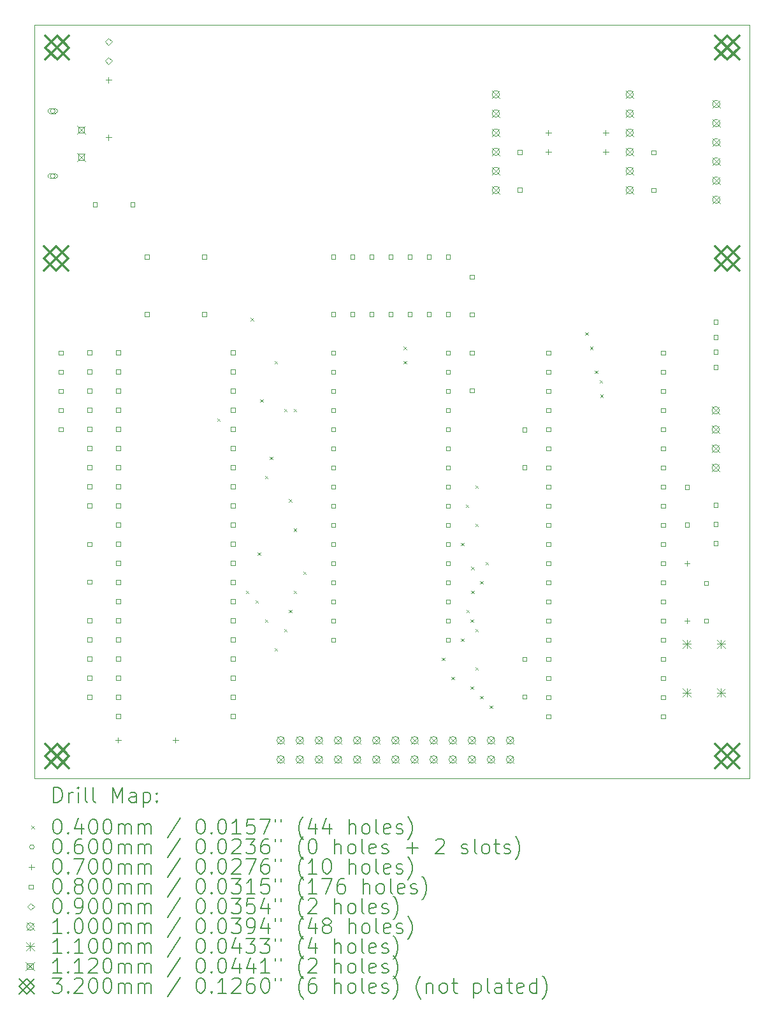
<source format=gbr>
%TF.GenerationSoftware,KiCad,Pcbnew,7.0.10-7.0.10~ubuntu22.04.1*%
%TF.CreationDate,2024-09-12T14:25:10+09:00*%
%TF.ProjectId,sbcz80cpm,7362637a-3830-4637-906d-2e6b69636164,rev?*%
%TF.SameCoordinates,Original*%
%TF.FileFunction,Drillmap*%
%TF.FilePolarity,Positive*%
%FSLAX45Y45*%
G04 Gerber Fmt 4.5, Leading zero omitted, Abs format (unit mm)*
G04 Created by KiCad (PCBNEW 7.0.10-7.0.10~ubuntu22.04.1) date 2024-09-12 14:25:10*
%MOMM*%
%LPD*%
G01*
G04 APERTURE LIST*
%ADD10C,0.100000*%
%ADD11C,0.200000*%
%ADD12C,0.110000*%
%ADD13C,0.112000*%
%ADD14C,0.320000*%
G04 APERTURE END LIST*
D10*
X6000000Y-6000000D02*
X15500000Y-6000000D01*
X15500000Y-16000000D01*
X6000000Y-16000000D01*
X6000000Y-6000000D01*
D11*
D10*
X8425500Y-11219500D02*
X8465500Y-11259500D01*
X8465500Y-11219500D02*
X8425500Y-11259500D01*
X8806500Y-13505500D02*
X8846500Y-13545500D01*
X8846500Y-13505500D02*
X8806500Y-13545500D01*
X8870000Y-9886000D02*
X8910000Y-9926000D01*
X8910000Y-9886000D02*
X8870000Y-9926000D01*
X8933500Y-13632500D02*
X8973500Y-13672500D01*
X8973500Y-13632500D02*
X8933500Y-13672500D01*
X8965250Y-12997500D02*
X9005250Y-13037500D01*
X9005250Y-12997500D02*
X8965250Y-13037500D01*
X8997000Y-10965500D02*
X9037000Y-11005500D01*
X9037000Y-10965500D02*
X8997000Y-11005500D01*
X9060500Y-11981500D02*
X9100500Y-12021500D01*
X9100500Y-11981500D02*
X9060500Y-12021500D01*
X9060500Y-13886500D02*
X9100500Y-13926500D01*
X9100500Y-13886500D02*
X9060500Y-13926500D01*
X9124000Y-11727500D02*
X9164000Y-11767500D01*
X9164000Y-11727500D02*
X9124000Y-11767500D01*
X9187500Y-10457500D02*
X9227500Y-10497500D01*
X9227500Y-10457500D02*
X9187500Y-10497500D01*
X9187500Y-14267500D02*
X9227500Y-14307500D01*
X9227500Y-14267500D02*
X9187500Y-14307500D01*
X9314500Y-11092500D02*
X9354500Y-11132500D01*
X9354500Y-11092500D02*
X9314500Y-11132500D01*
X9314500Y-14013500D02*
X9354500Y-14053500D01*
X9354500Y-14013500D02*
X9314500Y-14053500D01*
X9378000Y-12290000D02*
X9418000Y-12330000D01*
X9418000Y-12290000D02*
X9378000Y-12330000D01*
X9378000Y-13759500D02*
X9418000Y-13799500D01*
X9418000Y-13759500D02*
X9378000Y-13799500D01*
X9441500Y-11092500D02*
X9481500Y-11132500D01*
X9481500Y-11092500D02*
X9441500Y-11132500D01*
X9441500Y-12680000D02*
X9481500Y-12720000D01*
X9481500Y-12680000D02*
X9441500Y-12720000D01*
X9441500Y-13505500D02*
X9481500Y-13545500D01*
X9481500Y-13505500D02*
X9441500Y-13545500D01*
X9568500Y-13251500D02*
X9608500Y-13291500D01*
X9608500Y-13251500D02*
X9568500Y-13291500D01*
X10902000Y-10267000D02*
X10942000Y-10307000D01*
X10942000Y-10267000D02*
X10902000Y-10307000D01*
X10902000Y-10457500D02*
X10942000Y-10497500D01*
X10942000Y-10457500D02*
X10902000Y-10497500D01*
X11410000Y-14394500D02*
X11450000Y-14434500D01*
X11450000Y-14394500D02*
X11410000Y-14434500D01*
X11537000Y-14648500D02*
X11577000Y-14688500D01*
X11577000Y-14648500D02*
X11537000Y-14688500D01*
X11664000Y-12870500D02*
X11704000Y-12910500D01*
X11704000Y-12870500D02*
X11664000Y-12910500D01*
X11664000Y-14140500D02*
X11704000Y-14180500D01*
X11704000Y-14140500D02*
X11664000Y-14180500D01*
X11727500Y-12362500D02*
X11767500Y-12402500D01*
X11767500Y-12362500D02*
X11727500Y-12402500D01*
X11736500Y-13759500D02*
X11776500Y-13799500D01*
X11776500Y-13759500D02*
X11736500Y-13799500D01*
X11791000Y-13886500D02*
X11831000Y-13926500D01*
X11831000Y-13886500D02*
X11791000Y-13926500D01*
X11791000Y-14775500D02*
X11831000Y-14815500D01*
X11831000Y-14775500D02*
X11791000Y-14815500D01*
X11800000Y-13188000D02*
X11840000Y-13228000D01*
X11840000Y-13188000D02*
X11800000Y-13228000D01*
X11800000Y-13505500D02*
X11840000Y-13545500D01*
X11840000Y-13505500D02*
X11800000Y-13545500D01*
X11854500Y-12108500D02*
X11894500Y-12148500D01*
X11894500Y-12108500D02*
X11854500Y-12148500D01*
X11854500Y-12616500D02*
X11894500Y-12656500D01*
X11894500Y-12616500D02*
X11854500Y-12656500D01*
X11854500Y-14013500D02*
X11894500Y-14053500D01*
X11894500Y-14013500D02*
X11854500Y-14053500D01*
X11854500Y-14521500D02*
X11894500Y-14561500D01*
X11894500Y-14521500D02*
X11854500Y-14561500D01*
X11918000Y-13378500D02*
X11958000Y-13418500D01*
X11958000Y-13378500D02*
X11918000Y-13418500D01*
X11918000Y-14902500D02*
X11958000Y-14942500D01*
X11958000Y-14902500D02*
X11918000Y-14942500D01*
X11990500Y-13124500D02*
X12030500Y-13164500D01*
X12030500Y-13124500D02*
X11990500Y-13164500D01*
X12045000Y-15029500D02*
X12085000Y-15069500D01*
X12085000Y-15029500D02*
X12045000Y-15069500D01*
X13315000Y-10076500D02*
X13355000Y-10116500D01*
X13355000Y-10076500D02*
X13315000Y-10116500D01*
X13378500Y-10267000D02*
X13418500Y-10307000D01*
X13418500Y-10267000D02*
X13378500Y-10307000D01*
X13442000Y-10584500D02*
X13482000Y-10624500D01*
X13482000Y-10584500D02*
X13442000Y-10624500D01*
X13505500Y-10711500D02*
X13545500Y-10751500D01*
X13545500Y-10711500D02*
X13505500Y-10751500D01*
X13514500Y-10902000D02*
X13554500Y-10942000D01*
X13554500Y-10902000D02*
X13514500Y-10942000D01*
X6273000Y-7142500D02*
G75*
G03*
X6213000Y-7142500I-30000J0D01*
G01*
X6213000Y-7142500D02*
G75*
G03*
X6273000Y-7142500I30000J0D01*
G01*
X6208000Y-7172500D02*
X6278000Y-7172500D01*
X6278000Y-7172500D02*
G75*
G03*
X6278000Y-7112500I0J30000D01*
G01*
X6278000Y-7112500D02*
X6208000Y-7112500D01*
X6208000Y-7112500D02*
G75*
G03*
X6208000Y-7172500I0J-30000D01*
G01*
X6273000Y-8005500D02*
G75*
G03*
X6213000Y-8005500I-30000J0D01*
G01*
X6213000Y-8005500D02*
G75*
G03*
X6273000Y-8005500I30000J0D01*
G01*
X6208000Y-8035500D02*
X6278000Y-8035500D01*
X6278000Y-8035500D02*
G75*
G03*
X6278000Y-7975500I0J30000D01*
G01*
X6278000Y-7975500D02*
X6208000Y-7975500D01*
X6208000Y-7975500D02*
G75*
G03*
X6208000Y-8035500I0J-30000D01*
G01*
X6985000Y-6696000D02*
X6985000Y-6766000D01*
X6950000Y-6731000D02*
X7020000Y-6731000D01*
X6985000Y-7458000D02*
X6985000Y-7528000D01*
X6950000Y-7493000D02*
X7020000Y-7493000D01*
X7112000Y-15455500D02*
X7112000Y-15525500D01*
X7077000Y-15490500D02*
X7147000Y-15490500D01*
X7874000Y-15455500D02*
X7874000Y-15525500D01*
X7839000Y-15490500D02*
X7909000Y-15490500D01*
X12827000Y-7394500D02*
X12827000Y-7464500D01*
X12792000Y-7429500D02*
X12862000Y-7429500D01*
X12827000Y-7648500D02*
X12827000Y-7718500D01*
X12792000Y-7683500D02*
X12862000Y-7683500D01*
X13589000Y-7394500D02*
X13589000Y-7464500D01*
X13554000Y-7429500D02*
X13624000Y-7429500D01*
X13589000Y-7648500D02*
X13589000Y-7718500D01*
X13554000Y-7683500D02*
X13624000Y-7683500D01*
X14668500Y-13109500D02*
X14668500Y-13179500D01*
X14633500Y-13144500D02*
X14703500Y-13144500D01*
X14668500Y-13871500D02*
X14668500Y-13941500D01*
X14633500Y-13906500D02*
X14703500Y-13906500D01*
X6378284Y-10378785D02*
X6378284Y-10322216D01*
X6321715Y-10322216D01*
X6321715Y-10378785D01*
X6378284Y-10378785D01*
X6378284Y-10632785D02*
X6378284Y-10576216D01*
X6321715Y-10576216D01*
X6321715Y-10632785D01*
X6378284Y-10632785D01*
X6378284Y-10886785D02*
X6378284Y-10830216D01*
X6321715Y-10830216D01*
X6321715Y-10886785D01*
X6378284Y-10886785D01*
X6378284Y-11140785D02*
X6378284Y-11084216D01*
X6321715Y-11084216D01*
X6321715Y-11140785D01*
X6378284Y-11140785D01*
X6378284Y-11394784D02*
X6378284Y-11338215D01*
X6321715Y-11338215D01*
X6321715Y-11394784D01*
X6378284Y-11394784D01*
X6759284Y-10375285D02*
X6759284Y-10318716D01*
X6702715Y-10318716D01*
X6702715Y-10375285D01*
X6759284Y-10375285D01*
X6759284Y-10629285D02*
X6759284Y-10572716D01*
X6702715Y-10572716D01*
X6702715Y-10629285D01*
X6759284Y-10629285D01*
X6759284Y-10883285D02*
X6759284Y-10826716D01*
X6702715Y-10826716D01*
X6702715Y-10883285D01*
X6759284Y-10883285D01*
X6759284Y-11137285D02*
X6759284Y-11080716D01*
X6702715Y-11080716D01*
X6702715Y-11137285D01*
X6759284Y-11137285D01*
X6759284Y-11391284D02*
X6759284Y-11334715D01*
X6702715Y-11334715D01*
X6702715Y-11391284D01*
X6759284Y-11391284D01*
X6759284Y-11645284D02*
X6759284Y-11588715D01*
X6702715Y-11588715D01*
X6702715Y-11645284D01*
X6759284Y-11645284D01*
X6759284Y-11899284D02*
X6759284Y-11842715D01*
X6702715Y-11842715D01*
X6702715Y-11899284D01*
X6759284Y-11899284D01*
X6759284Y-12153284D02*
X6759284Y-12096715D01*
X6702715Y-12096715D01*
X6702715Y-12153284D01*
X6759284Y-12153284D01*
X6759284Y-12407284D02*
X6759284Y-12350715D01*
X6702715Y-12350715D01*
X6702715Y-12407284D01*
X6759284Y-12407284D01*
X6759284Y-12918784D02*
X6759284Y-12862215D01*
X6702715Y-12862215D01*
X6702715Y-12918784D01*
X6759284Y-12918784D01*
X6759284Y-13418784D02*
X6759284Y-13362215D01*
X6702715Y-13362215D01*
X6702715Y-13418784D01*
X6759284Y-13418784D01*
X6759284Y-13931284D02*
X6759284Y-13874715D01*
X6702715Y-13874715D01*
X6702715Y-13931284D01*
X6759284Y-13931284D01*
X6759284Y-14185284D02*
X6759284Y-14128715D01*
X6702715Y-14128715D01*
X6702715Y-14185284D01*
X6759284Y-14185284D01*
X6759284Y-14439284D02*
X6759284Y-14382715D01*
X6702715Y-14382715D01*
X6702715Y-14439284D01*
X6759284Y-14439284D01*
X6759284Y-14693284D02*
X6759284Y-14636715D01*
X6702715Y-14636715D01*
X6702715Y-14693284D01*
X6759284Y-14693284D01*
X6759284Y-14947284D02*
X6759284Y-14890715D01*
X6702715Y-14890715D01*
X6702715Y-14947284D01*
X6759284Y-14947284D01*
X6830784Y-8410285D02*
X6830784Y-8353715D01*
X6774215Y-8353715D01*
X6774215Y-8410285D01*
X6830784Y-8410285D01*
X7140284Y-10375285D02*
X7140284Y-10318716D01*
X7083715Y-10318716D01*
X7083715Y-10375285D01*
X7140284Y-10375285D01*
X7140284Y-10629285D02*
X7140284Y-10572716D01*
X7083715Y-10572716D01*
X7083715Y-10629285D01*
X7140284Y-10629285D01*
X7140284Y-10883285D02*
X7140284Y-10826716D01*
X7083715Y-10826716D01*
X7083715Y-10883285D01*
X7140284Y-10883285D01*
X7140284Y-11137285D02*
X7140284Y-11080716D01*
X7083715Y-11080716D01*
X7083715Y-11137285D01*
X7140284Y-11137285D01*
X7140284Y-11391284D02*
X7140284Y-11334715D01*
X7083715Y-11334715D01*
X7083715Y-11391284D01*
X7140284Y-11391284D01*
X7140284Y-11645284D02*
X7140284Y-11588715D01*
X7083715Y-11588715D01*
X7083715Y-11645284D01*
X7140284Y-11645284D01*
X7140284Y-11899284D02*
X7140284Y-11842715D01*
X7083715Y-11842715D01*
X7083715Y-11899284D01*
X7140284Y-11899284D01*
X7140284Y-12153284D02*
X7140284Y-12096715D01*
X7083715Y-12096715D01*
X7083715Y-12153284D01*
X7140284Y-12153284D01*
X7140284Y-12407284D02*
X7140284Y-12350715D01*
X7083715Y-12350715D01*
X7083715Y-12407284D01*
X7140284Y-12407284D01*
X7140284Y-12661284D02*
X7140284Y-12604715D01*
X7083715Y-12604715D01*
X7083715Y-12661284D01*
X7140284Y-12661284D01*
X7140284Y-12915284D02*
X7140284Y-12858715D01*
X7083715Y-12858715D01*
X7083715Y-12915284D01*
X7140284Y-12915284D01*
X7140284Y-13169284D02*
X7140284Y-13112715D01*
X7083715Y-13112715D01*
X7083715Y-13169284D01*
X7140284Y-13169284D01*
X7140284Y-13423284D02*
X7140284Y-13366715D01*
X7083715Y-13366715D01*
X7083715Y-13423284D01*
X7140284Y-13423284D01*
X7140284Y-13677284D02*
X7140284Y-13620715D01*
X7083715Y-13620715D01*
X7083715Y-13677284D01*
X7140284Y-13677284D01*
X7140284Y-13931284D02*
X7140284Y-13874715D01*
X7083715Y-13874715D01*
X7083715Y-13931284D01*
X7140284Y-13931284D01*
X7140284Y-14185284D02*
X7140284Y-14128715D01*
X7083715Y-14128715D01*
X7083715Y-14185284D01*
X7140284Y-14185284D01*
X7140284Y-14439284D02*
X7140284Y-14382715D01*
X7083715Y-14382715D01*
X7083715Y-14439284D01*
X7140284Y-14439284D01*
X7140284Y-14693284D02*
X7140284Y-14636715D01*
X7083715Y-14636715D01*
X7083715Y-14693284D01*
X7140284Y-14693284D01*
X7140284Y-14947284D02*
X7140284Y-14890715D01*
X7083715Y-14890715D01*
X7083715Y-14947284D01*
X7140284Y-14947284D01*
X7140284Y-15201284D02*
X7140284Y-15144715D01*
X7083715Y-15144715D01*
X7083715Y-15201284D01*
X7140284Y-15201284D01*
X7330784Y-8410285D02*
X7330784Y-8353715D01*
X7274215Y-8353715D01*
X7274215Y-8410285D01*
X7330784Y-8410285D01*
X7521284Y-9105285D02*
X7521284Y-9048716D01*
X7464715Y-9048716D01*
X7464715Y-9105285D01*
X7521284Y-9105285D01*
X7521284Y-9867285D02*
X7521284Y-9810716D01*
X7464715Y-9810716D01*
X7464715Y-9867285D01*
X7521284Y-9867285D01*
X8283284Y-9105285D02*
X8283284Y-9048716D01*
X8226715Y-9048716D01*
X8226715Y-9105285D01*
X8283284Y-9105285D01*
X8283284Y-9867285D02*
X8283284Y-9810716D01*
X8226715Y-9810716D01*
X8226715Y-9867285D01*
X8283284Y-9867285D01*
X8664285Y-10375285D02*
X8664285Y-10318716D01*
X8607716Y-10318716D01*
X8607716Y-10375285D01*
X8664285Y-10375285D01*
X8664285Y-10629285D02*
X8664285Y-10572716D01*
X8607716Y-10572716D01*
X8607716Y-10629285D01*
X8664285Y-10629285D01*
X8664285Y-10883285D02*
X8664285Y-10826716D01*
X8607716Y-10826716D01*
X8607716Y-10883285D01*
X8664285Y-10883285D01*
X8664285Y-11137285D02*
X8664285Y-11080716D01*
X8607716Y-11080716D01*
X8607716Y-11137285D01*
X8664285Y-11137285D01*
X8664285Y-11391284D02*
X8664285Y-11334715D01*
X8607716Y-11334715D01*
X8607716Y-11391284D01*
X8664285Y-11391284D01*
X8664285Y-11645284D02*
X8664285Y-11588715D01*
X8607716Y-11588715D01*
X8607716Y-11645284D01*
X8664285Y-11645284D01*
X8664285Y-11899284D02*
X8664285Y-11842715D01*
X8607716Y-11842715D01*
X8607716Y-11899284D01*
X8664285Y-11899284D01*
X8664285Y-12153284D02*
X8664285Y-12096715D01*
X8607716Y-12096715D01*
X8607716Y-12153284D01*
X8664285Y-12153284D01*
X8664285Y-12407284D02*
X8664285Y-12350715D01*
X8607716Y-12350715D01*
X8607716Y-12407284D01*
X8664285Y-12407284D01*
X8664285Y-12661284D02*
X8664285Y-12604715D01*
X8607716Y-12604715D01*
X8607716Y-12661284D01*
X8664285Y-12661284D01*
X8664285Y-12915284D02*
X8664285Y-12858715D01*
X8607716Y-12858715D01*
X8607716Y-12915284D01*
X8664285Y-12915284D01*
X8664285Y-13169284D02*
X8664285Y-13112715D01*
X8607716Y-13112715D01*
X8607716Y-13169284D01*
X8664285Y-13169284D01*
X8664285Y-13423284D02*
X8664285Y-13366715D01*
X8607716Y-13366715D01*
X8607716Y-13423284D01*
X8664285Y-13423284D01*
X8664285Y-13677284D02*
X8664285Y-13620715D01*
X8607716Y-13620715D01*
X8607716Y-13677284D01*
X8664285Y-13677284D01*
X8664285Y-13931284D02*
X8664285Y-13874715D01*
X8607716Y-13874715D01*
X8607716Y-13931284D01*
X8664285Y-13931284D01*
X8664285Y-14185284D02*
X8664285Y-14128715D01*
X8607716Y-14128715D01*
X8607716Y-14185284D01*
X8664285Y-14185284D01*
X8664285Y-14439284D02*
X8664285Y-14382715D01*
X8607716Y-14382715D01*
X8607716Y-14439284D01*
X8664285Y-14439284D01*
X8664285Y-14693284D02*
X8664285Y-14636715D01*
X8607716Y-14636715D01*
X8607716Y-14693284D01*
X8664285Y-14693284D01*
X8664285Y-14947284D02*
X8664285Y-14890715D01*
X8607716Y-14890715D01*
X8607716Y-14947284D01*
X8664285Y-14947284D01*
X8664285Y-15201284D02*
X8664285Y-15144715D01*
X8607716Y-15144715D01*
X8607716Y-15201284D01*
X8664285Y-15201284D01*
X9997285Y-10378785D02*
X9997285Y-10322216D01*
X9940716Y-10322216D01*
X9940716Y-10378785D01*
X9997285Y-10378785D01*
X9997285Y-10632785D02*
X9997285Y-10576216D01*
X9940716Y-10576216D01*
X9940716Y-10632785D01*
X9997285Y-10632785D01*
X9997285Y-10886785D02*
X9997285Y-10830216D01*
X9940716Y-10830216D01*
X9940716Y-10886785D01*
X9997285Y-10886785D01*
X9997285Y-11140785D02*
X9997285Y-11084216D01*
X9940716Y-11084216D01*
X9940716Y-11140785D01*
X9997285Y-11140785D01*
X9997285Y-11394784D02*
X9997285Y-11338215D01*
X9940716Y-11338215D01*
X9940716Y-11394784D01*
X9997285Y-11394784D01*
X9997285Y-11648784D02*
X9997285Y-11592215D01*
X9940716Y-11592215D01*
X9940716Y-11648784D01*
X9997285Y-11648784D01*
X9997285Y-11902784D02*
X9997285Y-11846215D01*
X9940716Y-11846215D01*
X9940716Y-11902784D01*
X9997285Y-11902784D01*
X9997285Y-12156784D02*
X9997285Y-12100215D01*
X9940716Y-12100215D01*
X9940716Y-12156784D01*
X9997285Y-12156784D01*
X9997285Y-12410784D02*
X9997285Y-12354215D01*
X9940716Y-12354215D01*
X9940716Y-12410784D01*
X9997285Y-12410784D01*
X9997285Y-12664784D02*
X9997285Y-12608215D01*
X9940716Y-12608215D01*
X9940716Y-12664784D01*
X9997285Y-12664784D01*
X9997285Y-12918784D02*
X9997285Y-12862215D01*
X9940716Y-12862215D01*
X9940716Y-12918784D01*
X9997285Y-12918784D01*
X9997285Y-13172784D02*
X9997285Y-13116215D01*
X9940716Y-13116215D01*
X9940716Y-13172784D01*
X9997285Y-13172784D01*
X9997285Y-13426784D02*
X9997285Y-13370215D01*
X9940716Y-13370215D01*
X9940716Y-13426784D01*
X9997285Y-13426784D01*
X9997285Y-13680784D02*
X9997285Y-13624215D01*
X9940716Y-13624215D01*
X9940716Y-13680784D01*
X9997285Y-13680784D01*
X9997285Y-13934784D02*
X9997285Y-13878215D01*
X9940716Y-13878215D01*
X9940716Y-13934784D01*
X9997285Y-13934784D01*
X9997285Y-14188784D02*
X9997285Y-14132215D01*
X9940716Y-14132215D01*
X9940716Y-14188784D01*
X9997285Y-14188784D01*
X9997785Y-9105285D02*
X9997785Y-9048716D01*
X9941216Y-9048716D01*
X9941216Y-9105285D01*
X9997785Y-9105285D01*
X9997785Y-9867285D02*
X9997785Y-9810716D01*
X9941216Y-9810716D01*
X9941216Y-9867285D01*
X9997785Y-9867285D01*
X10251785Y-9105285D02*
X10251785Y-9048716D01*
X10195216Y-9048716D01*
X10195216Y-9105285D01*
X10251785Y-9105285D01*
X10251785Y-9867285D02*
X10251785Y-9810716D01*
X10195216Y-9810716D01*
X10195216Y-9867285D01*
X10251785Y-9867285D01*
X10505785Y-9105285D02*
X10505785Y-9048716D01*
X10449216Y-9048716D01*
X10449216Y-9105285D01*
X10505785Y-9105285D01*
X10505785Y-9867285D02*
X10505785Y-9810716D01*
X10449216Y-9810716D01*
X10449216Y-9867285D01*
X10505785Y-9867285D01*
X10759785Y-9105285D02*
X10759785Y-9048716D01*
X10703216Y-9048716D01*
X10703216Y-9105285D01*
X10759785Y-9105285D01*
X10759785Y-9867285D02*
X10759785Y-9810716D01*
X10703216Y-9810716D01*
X10703216Y-9867285D01*
X10759785Y-9867285D01*
X11013785Y-9105285D02*
X11013785Y-9048716D01*
X10957216Y-9048716D01*
X10957216Y-9105285D01*
X11013785Y-9105285D01*
X11013785Y-9867285D02*
X11013785Y-9810716D01*
X10957216Y-9810716D01*
X10957216Y-9867285D01*
X11013785Y-9867285D01*
X11267784Y-9105285D02*
X11267784Y-9048716D01*
X11211215Y-9048716D01*
X11211215Y-9105285D01*
X11267784Y-9105285D01*
X11267784Y-9867285D02*
X11267784Y-9810716D01*
X11211215Y-9810716D01*
X11211215Y-9867285D01*
X11267784Y-9867285D01*
X11521284Y-10378785D02*
X11521284Y-10322216D01*
X11464715Y-10322216D01*
X11464715Y-10378785D01*
X11521284Y-10378785D01*
X11521284Y-10632785D02*
X11521284Y-10576216D01*
X11464715Y-10576216D01*
X11464715Y-10632785D01*
X11521284Y-10632785D01*
X11521284Y-10886785D02*
X11521284Y-10830216D01*
X11464715Y-10830216D01*
X11464715Y-10886785D01*
X11521284Y-10886785D01*
X11521284Y-11140785D02*
X11521284Y-11084216D01*
X11464715Y-11084216D01*
X11464715Y-11140785D01*
X11521284Y-11140785D01*
X11521284Y-11394784D02*
X11521284Y-11338215D01*
X11464715Y-11338215D01*
X11464715Y-11394784D01*
X11521284Y-11394784D01*
X11521284Y-11648784D02*
X11521284Y-11592215D01*
X11464715Y-11592215D01*
X11464715Y-11648784D01*
X11521284Y-11648784D01*
X11521284Y-11902784D02*
X11521284Y-11846215D01*
X11464715Y-11846215D01*
X11464715Y-11902784D01*
X11521284Y-11902784D01*
X11521284Y-12156784D02*
X11521284Y-12100215D01*
X11464715Y-12100215D01*
X11464715Y-12156784D01*
X11521284Y-12156784D01*
X11521284Y-12410784D02*
X11521284Y-12354215D01*
X11464715Y-12354215D01*
X11464715Y-12410784D01*
X11521284Y-12410784D01*
X11521284Y-12664784D02*
X11521284Y-12608215D01*
X11464715Y-12608215D01*
X11464715Y-12664784D01*
X11521284Y-12664784D01*
X11521284Y-12918784D02*
X11521284Y-12862215D01*
X11464715Y-12862215D01*
X11464715Y-12918784D01*
X11521284Y-12918784D01*
X11521284Y-13172784D02*
X11521284Y-13116215D01*
X11464715Y-13116215D01*
X11464715Y-13172784D01*
X11521284Y-13172784D01*
X11521284Y-13426784D02*
X11521284Y-13370215D01*
X11464715Y-13370215D01*
X11464715Y-13426784D01*
X11521284Y-13426784D01*
X11521284Y-13680784D02*
X11521284Y-13624215D01*
X11464715Y-13624215D01*
X11464715Y-13680784D01*
X11521284Y-13680784D01*
X11521284Y-13934784D02*
X11521284Y-13878215D01*
X11464715Y-13878215D01*
X11464715Y-13934784D01*
X11521284Y-13934784D01*
X11521284Y-14188784D02*
X11521284Y-14132215D01*
X11464715Y-14132215D01*
X11464715Y-14188784D01*
X11521284Y-14188784D01*
X11521784Y-9105285D02*
X11521784Y-9048716D01*
X11465215Y-9048716D01*
X11465215Y-9105285D01*
X11521784Y-9105285D01*
X11521784Y-9867285D02*
X11521784Y-9810716D01*
X11465215Y-9810716D01*
X11465215Y-9867285D01*
X11521784Y-9867285D01*
X11839284Y-9370785D02*
X11839284Y-9314216D01*
X11782715Y-9314216D01*
X11782715Y-9370785D01*
X11839284Y-9370785D01*
X11839284Y-9870785D02*
X11839284Y-9814216D01*
X11782715Y-9814216D01*
X11782715Y-9870785D01*
X11839284Y-9870785D01*
X11839284Y-10378785D02*
X11839284Y-10322216D01*
X11782715Y-10322216D01*
X11782715Y-10378785D01*
X11839284Y-10378785D01*
X11839284Y-10878785D02*
X11839284Y-10822216D01*
X11782715Y-10822216D01*
X11782715Y-10878785D01*
X11839284Y-10878785D01*
X12474284Y-7715784D02*
X12474284Y-7659215D01*
X12417715Y-7659215D01*
X12417715Y-7715784D01*
X12474284Y-7715784D01*
X12474284Y-8215784D02*
X12474284Y-8159215D01*
X12417715Y-8159215D01*
X12417715Y-8215784D01*
X12474284Y-8215784D01*
X12537784Y-11398784D02*
X12537784Y-11342215D01*
X12481215Y-11342215D01*
X12481215Y-11398784D01*
X12537784Y-11398784D01*
X12537784Y-11898784D02*
X12537784Y-11842215D01*
X12481215Y-11842215D01*
X12481215Y-11898784D01*
X12537784Y-11898784D01*
X12537784Y-14442784D02*
X12537784Y-14386215D01*
X12481215Y-14386215D01*
X12481215Y-14442784D01*
X12537784Y-14442784D01*
X12537784Y-14942784D02*
X12537784Y-14886215D01*
X12481215Y-14886215D01*
X12481215Y-14942784D01*
X12537784Y-14942784D01*
X12855284Y-10378785D02*
X12855284Y-10322216D01*
X12798715Y-10322216D01*
X12798715Y-10378785D01*
X12855284Y-10378785D01*
X12855284Y-10632785D02*
X12855284Y-10576216D01*
X12798715Y-10576216D01*
X12798715Y-10632785D01*
X12855284Y-10632785D01*
X12855284Y-10886785D02*
X12855284Y-10830216D01*
X12798715Y-10830216D01*
X12798715Y-10886785D01*
X12855284Y-10886785D01*
X12855284Y-11140785D02*
X12855284Y-11084216D01*
X12798715Y-11084216D01*
X12798715Y-11140785D01*
X12855284Y-11140785D01*
X12855284Y-11394784D02*
X12855284Y-11338215D01*
X12798715Y-11338215D01*
X12798715Y-11394784D01*
X12855284Y-11394784D01*
X12855284Y-11648784D02*
X12855284Y-11592215D01*
X12798715Y-11592215D01*
X12798715Y-11648784D01*
X12855284Y-11648784D01*
X12855284Y-11902784D02*
X12855284Y-11846215D01*
X12798715Y-11846215D01*
X12798715Y-11902784D01*
X12855284Y-11902784D01*
X12855284Y-12156784D02*
X12855284Y-12100215D01*
X12798715Y-12100215D01*
X12798715Y-12156784D01*
X12855284Y-12156784D01*
X12855284Y-12410784D02*
X12855284Y-12354215D01*
X12798715Y-12354215D01*
X12798715Y-12410784D01*
X12855284Y-12410784D01*
X12855284Y-12664784D02*
X12855284Y-12608215D01*
X12798715Y-12608215D01*
X12798715Y-12664784D01*
X12855284Y-12664784D01*
X12855284Y-12918784D02*
X12855284Y-12862215D01*
X12798715Y-12862215D01*
X12798715Y-12918784D01*
X12855284Y-12918784D01*
X12855284Y-13172784D02*
X12855284Y-13116215D01*
X12798715Y-13116215D01*
X12798715Y-13172784D01*
X12855284Y-13172784D01*
X12855284Y-13426784D02*
X12855284Y-13370215D01*
X12798715Y-13370215D01*
X12798715Y-13426784D01*
X12855284Y-13426784D01*
X12855284Y-13680784D02*
X12855284Y-13624215D01*
X12798715Y-13624215D01*
X12798715Y-13680784D01*
X12855284Y-13680784D01*
X12855284Y-13934784D02*
X12855284Y-13878215D01*
X12798715Y-13878215D01*
X12798715Y-13934784D01*
X12855284Y-13934784D01*
X12855284Y-14188784D02*
X12855284Y-14132215D01*
X12798715Y-14132215D01*
X12798715Y-14188784D01*
X12855284Y-14188784D01*
X12855284Y-14442784D02*
X12855284Y-14386215D01*
X12798715Y-14386215D01*
X12798715Y-14442784D01*
X12855284Y-14442784D01*
X12855284Y-14696784D02*
X12855284Y-14640215D01*
X12798715Y-14640215D01*
X12798715Y-14696784D01*
X12855284Y-14696784D01*
X12855284Y-14950784D02*
X12855284Y-14894215D01*
X12798715Y-14894215D01*
X12798715Y-14950784D01*
X12855284Y-14950784D01*
X12855284Y-15204784D02*
X12855284Y-15148215D01*
X12798715Y-15148215D01*
X12798715Y-15204784D01*
X12855284Y-15204784D01*
X14252284Y-7719784D02*
X14252284Y-7663215D01*
X14195715Y-7663215D01*
X14195715Y-7719784D01*
X14252284Y-7719784D01*
X14252284Y-8219784D02*
X14252284Y-8163215D01*
X14195715Y-8163215D01*
X14195715Y-8219784D01*
X14252284Y-8219784D01*
X14379284Y-10378785D02*
X14379284Y-10322216D01*
X14322715Y-10322216D01*
X14322715Y-10378785D01*
X14379284Y-10378785D01*
X14379284Y-10632785D02*
X14379284Y-10576216D01*
X14322715Y-10576216D01*
X14322715Y-10632785D01*
X14379284Y-10632785D01*
X14379284Y-10886785D02*
X14379284Y-10830216D01*
X14322715Y-10830216D01*
X14322715Y-10886785D01*
X14379284Y-10886785D01*
X14379284Y-11140785D02*
X14379284Y-11084216D01*
X14322715Y-11084216D01*
X14322715Y-11140785D01*
X14379284Y-11140785D01*
X14379284Y-11394784D02*
X14379284Y-11338215D01*
X14322715Y-11338215D01*
X14322715Y-11394784D01*
X14379284Y-11394784D01*
X14379284Y-11648784D02*
X14379284Y-11592215D01*
X14322715Y-11592215D01*
X14322715Y-11648784D01*
X14379284Y-11648784D01*
X14379284Y-11902784D02*
X14379284Y-11846215D01*
X14322715Y-11846215D01*
X14322715Y-11902784D01*
X14379284Y-11902784D01*
X14379284Y-12156784D02*
X14379284Y-12100215D01*
X14322715Y-12100215D01*
X14322715Y-12156784D01*
X14379284Y-12156784D01*
X14379284Y-12410784D02*
X14379284Y-12354215D01*
X14322715Y-12354215D01*
X14322715Y-12410784D01*
X14379284Y-12410784D01*
X14379284Y-12664784D02*
X14379284Y-12608215D01*
X14322715Y-12608215D01*
X14322715Y-12664784D01*
X14379284Y-12664784D01*
X14379284Y-12918784D02*
X14379284Y-12862215D01*
X14322715Y-12862215D01*
X14322715Y-12918784D01*
X14379284Y-12918784D01*
X14379284Y-13172784D02*
X14379284Y-13116215D01*
X14322715Y-13116215D01*
X14322715Y-13172784D01*
X14379284Y-13172784D01*
X14379284Y-13426784D02*
X14379284Y-13370215D01*
X14322715Y-13370215D01*
X14322715Y-13426784D01*
X14379284Y-13426784D01*
X14379284Y-13680784D02*
X14379284Y-13624215D01*
X14322715Y-13624215D01*
X14322715Y-13680784D01*
X14379284Y-13680784D01*
X14379284Y-13934784D02*
X14379284Y-13878215D01*
X14322715Y-13878215D01*
X14322715Y-13934784D01*
X14379284Y-13934784D01*
X14379284Y-14188784D02*
X14379284Y-14132215D01*
X14322715Y-14132215D01*
X14322715Y-14188784D01*
X14379284Y-14188784D01*
X14379284Y-14442784D02*
X14379284Y-14386215D01*
X14322715Y-14386215D01*
X14322715Y-14442784D01*
X14379284Y-14442784D01*
X14379284Y-14696784D02*
X14379284Y-14640215D01*
X14322715Y-14640215D01*
X14322715Y-14696784D01*
X14379284Y-14696784D01*
X14379284Y-14950784D02*
X14379284Y-14894215D01*
X14322715Y-14894215D01*
X14322715Y-14950784D01*
X14379284Y-14950784D01*
X14379284Y-15204784D02*
X14379284Y-15148215D01*
X14322715Y-15148215D01*
X14322715Y-15204784D01*
X14379284Y-15204784D01*
X14696784Y-12160784D02*
X14696784Y-12104215D01*
X14640215Y-12104215D01*
X14640215Y-12160784D01*
X14696784Y-12160784D01*
X14696784Y-12660784D02*
X14696784Y-12604215D01*
X14640215Y-12604215D01*
X14640215Y-12660784D01*
X14696784Y-12660784D01*
X14950784Y-13434784D02*
X14950784Y-13378215D01*
X14894215Y-13378215D01*
X14894215Y-13434784D01*
X14950784Y-13434784D01*
X14950784Y-13934784D02*
X14950784Y-13878215D01*
X14894215Y-13878215D01*
X14894215Y-13934784D01*
X14950784Y-13934784D01*
X15077784Y-9969285D02*
X15077784Y-9912716D01*
X15021215Y-9912716D01*
X15021215Y-9969285D01*
X15077784Y-9969285D01*
X15077784Y-10169285D02*
X15077784Y-10112716D01*
X15021215Y-10112716D01*
X15021215Y-10169285D01*
X15077784Y-10169285D01*
X15077784Y-10369285D02*
X15077784Y-10312716D01*
X15021215Y-10312716D01*
X15021215Y-10369285D01*
X15077784Y-10369285D01*
X15077784Y-10569285D02*
X15077784Y-10512716D01*
X15021215Y-10512716D01*
X15021215Y-10569285D01*
X15077784Y-10569285D01*
X15077784Y-12399784D02*
X15077784Y-12343215D01*
X15021215Y-12343215D01*
X15021215Y-12399784D01*
X15077784Y-12399784D01*
X15077784Y-12653784D02*
X15077784Y-12597215D01*
X15021215Y-12597215D01*
X15021215Y-12653784D01*
X15077784Y-12653784D01*
X15077784Y-12907784D02*
X15077784Y-12851215D01*
X15021215Y-12851215D01*
X15021215Y-12907784D01*
X15077784Y-12907784D01*
X6985000Y-6268000D02*
X7030000Y-6223000D01*
X6985000Y-6178000D01*
X6940000Y-6223000D01*
X6985000Y-6268000D01*
X6985000Y-6522000D02*
X7030000Y-6477000D01*
X6985000Y-6432000D01*
X6940000Y-6477000D01*
X6985000Y-6522000D01*
X9221000Y-15444000D02*
X9321000Y-15544000D01*
X9321000Y-15444000D02*
X9221000Y-15544000D01*
X9321000Y-15494000D02*
G75*
G03*
X9221000Y-15494000I-50000J0D01*
G01*
X9221000Y-15494000D02*
G75*
G03*
X9321000Y-15494000I50000J0D01*
G01*
X9221000Y-15698000D02*
X9321000Y-15798000D01*
X9321000Y-15698000D02*
X9221000Y-15798000D01*
X9321000Y-15748000D02*
G75*
G03*
X9221000Y-15748000I-50000J0D01*
G01*
X9221000Y-15748000D02*
G75*
G03*
X9321000Y-15748000I50000J0D01*
G01*
X9475000Y-15444000D02*
X9575000Y-15544000D01*
X9575000Y-15444000D02*
X9475000Y-15544000D01*
X9575000Y-15494000D02*
G75*
G03*
X9475000Y-15494000I-50000J0D01*
G01*
X9475000Y-15494000D02*
G75*
G03*
X9575000Y-15494000I50000J0D01*
G01*
X9475000Y-15698000D02*
X9575000Y-15798000D01*
X9575000Y-15698000D02*
X9475000Y-15798000D01*
X9575000Y-15748000D02*
G75*
G03*
X9475000Y-15748000I-50000J0D01*
G01*
X9475000Y-15748000D02*
G75*
G03*
X9575000Y-15748000I50000J0D01*
G01*
X9729000Y-15444000D02*
X9829000Y-15544000D01*
X9829000Y-15444000D02*
X9729000Y-15544000D01*
X9829000Y-15494000D02*
G75*
G03*
X9729000Y-15494000I-50000J0D01*
G01*
X9729000Y-15494000D02*
G75*
G03*
X9829000Y-15494000I50000J0D01*
G01*
X9729000Y-15698000D02*
X9829000Y-15798000D01*
X9829000Y-15698000D02*
X9729000Y-15798000D01*
X9829000Y-15748000D02*
G75*
G03*
X9729000Y-15748000I-50000J0D01*
G01*
X9729000Y-15748000D02*
G75*
G03*
X9829000Y-15748000I50000J0D01*
G01*
X9983000Y-15444000D02*
X10083000Y-15544000D01*
X10083000Y-15444000D02*
X9983000Y-15544000D01*
X10083000Y-15494000D02*
G75*
G03*
X9983000Y-15494000I-50000J0D01*
G01*
X9983000Y-15494000D02*
G75*
G03*
X10083000Y-15494000I50000J0D01*
G01*
X9983000Y-15698000D02*
X10083000Y-15798000D01*
X10083000Y-15698000D02*
X9983000Y-15798000D01*
X10083000Y-15748000D02*
G75*
G03*
X9983000Y-15748000I-50000J0D01*
G01*
X9983000Y-15748000D02*
G75*
G03*
X10083000Y-15748000I50000J0D01*
G01*
X10237000Y-15444000D02*
X10337000Y-15544000D01*
X10337000Y-15444000D02*
X10237000Y-15544000D01*
X10337000Y-15494000D02*
G75*
G03*
X10237000Y-15494000I-50000J0D01*
G01*
X10237000Y-15494000D02*
G75*
G03*
X10337000Y-15494000I50000J0D01*
G01*
X10237000Y-15698000D02*
X10337000Y-15798000D01*
X10337000Y-15698000D02*
X10237000Y-15798000D01*
X10337000Y-15748000D02*
G75*
G03*
X10237000Y-15748000I-50000J0D01*
G01*
X10237000Y-15748000D02*
G75*
G03*
X10337000Y-15748000I50000J0D01*
G01*
X10491000Y-15444000D02*
X10591000Y-15544000D01*
X10591000Y-15444000D02*
X10491000Y-15544000D01*
X10591000Y-15494000D02*
G75*
G03*
X10491000Y-15494000I-50000J0D01*
G01*
X10491000Y-15494000D02*
G75*
G03*
X10591000Y-15494000I50000J0D01*
G01*
X10491000Y-15698000D02*
X10591000Y-15798000D01*
X10591000Y-15698000D02*
X10491000Y-15798000D01*
X10591000Y-15748000D02*
G75*
G03*
X10491000Y-15748000I-50000J0D01*
G01*
X10491000Y-15748000D02*
G75*
G03*
X10591000Y-15748000I50000J0D01*
G01*
X10745000Y-15444000D02*
X10845000Y-15544000D01*
X10845000Y-15444000D02*
X10745000Y-15544000D01*
X10845000Y-15494000D02*
G75*
G03*
X10745000Y-15494000I-50000J0D01*
G01*
X10745000Y-15494000D02*
G75*
G03*
X10845000Y-15494000I50000J0D01*
G01*
X10745000Y-15698000D02*
X10845000Y-15798000D01*
X10845000Y-15698000D02*
X10745000Y-15798000D01*
X10845000Y-15748000D02*
G75*
G03*
X10745000Y-15748000I-50000J0D01*
G01*
X10745000Y-15748000D02*
G75*
G03*
X10845000Y-15748000I50000J0D01*
G01*
X10999000Y-15444000D02*
X11099000Y-15544000D01*
X11099000Y-15444000D02*
X10999000Y-15544000D01*
X11099000Y-15494000D02*
G75*
G03*
X10999000Y-15494000I-50000J0D01*
G01*
X10999000Y-15494000D02*
G75*
G03*
X11099000Y-15494000I50000J0D01*
G01*
X10999000Y-15698000D02*
X11099000Y-15798000D01*
X11099000Y-15698000D02*
X10999000Y-15798000D01*
X11099000Y-15748000D02*
G75*
G03*
X10999000Y-15748000I-50000J0D01*
G01*
X10999000Y-15748000D02*
G75*
G03*
X11099000Y-15748000I50000J0D01*
G01*
X11253000Y-15444000D02*
X11353000Y-15544000D01*
X11353000Y-15444000D02*
X11253000Y-15544000D01*
X11353000Y-15494000D02*
G75*
G03*
X11253000Y-15494000I-50000J0D01*
G01*
X11253000Y-15494000D02*
G75*
G03*
X11353000Y-15494000I50000J0D01*
G01*
X11253000Y-15698000D02*
X11353000Y-15798000D01*
X11353000Y-15698000D02*
X11253000Y-15798000D01*
X11353000Y-15748000D02*
G75*
G03*
X11253000Y-15748000I-50000J0D01*
G01*
X11253000Y-15748000D02*
G75*
G03*
X11353000Y-15748000I50000J0D01*
G01*
X11507000Y-15444000D02*
X11607000Y-15544000D01*
X11607000Y-15444000D02*
X11507000Y-15544000D01*
X11607000Y-15494000D02*
G75*
G03*
X11507000Y-15494000I-50000J0D01*
G01*
X11507000Y-15494000D02*
G75*
G03*
X11607000Y-15494000I50000J0D01*
G01*
X11507000Y-15698000D02*
X11607000Y-15798000D01*
X11607000Y-15698000D02*
X11507000Y-15798000D01*
X11607000Y-15748000D02*
G75*
G03*
X11507000Y-15748000I-50000J0D01*
G01*
X11507000Y-15748000D02*
G75*
G03*
X11607000Y-15748000I50000J0D01*
G01*
X11761000Y-15444000D02*
X11861000Y-15544000D01*
X11861000Y-15444000D02*
X11761000Y-15544000D01*
X11861000Y-15494000D02*
G75*
G03*
X11761000Y-15494000I-50000J0D01*
G01*
X11761000Y-15494000D02*
G75*
G03*
X11861000Y-15494000I50000J0D01*
G01*
X11761000Y-15698000D02*
X11861000Y-15798000D01*
X11861000Y-15698000D02*
X11761000Y-15798000D01*
X11861000Y-15748000D02*
G75*
G03*
X11761000Y-15748000I-50000J0D01*
G01*
X11761000Y-15748000D02*
G75*
G03*
X11861000Y-15748000I50000J0D01*
G01*
X12015000Y-15444000D02*
X12115000Y-15544000D01*
X12115000Y-15444000D02*
X12015000Y-15544000D01*
X12115000Y-15494000D02*
G75*
G03*
X12015000Y-15494000I-50000J0D01*
G01*
X12015000Y-15494000D02*
G75*
G03*
X12115000Y-15494000I50000J0D01*
G01*
X12015000Y-15698000D02*
X12115000Y-15798000D01*
X12115000Y-15698000D02*
X12015000Y-15798000D01*
X12115000Y-15748000D02*
G75*
G03*
X12015000Y-15748000I-50000J0D01*
G01*
X12015000Y-15748000D02*
G75*
G03*
X12115000Y-15748000I50000J0D01*
G01*
X12078500Y-6871500D02*
X12178500Y-6971500D01*
X12178500Y-6871500D02*
X12078500Y-6971500D01*
X12178500Y-6921500D02*
G75*
G03*
X12078500Y-6921500I-50000J0D01*
G01*
X12078500Y-6921500D02*
G75*
G03*
X12178500Y-6921500I50000J0D01*
G01*
X12078500Y-7125500D02*
X12178500Y-7225500D01*
X12178500Y-7125500D02*
X12078500Y-7225500D01*
X12178500Y-7175500D02*
G75*
G03*
X12078500Y-7175500I-50000J0D01*
G01*
X12078500Y-7175500D02*
G75*
G03*
X12178500Y-7175500I50000J0D01*
G01*
X12078500Y-7379500D02*
X12178500Y-7479500D01*
X12178500Y-7379500D02*
X12078500Y-7479500D01*
X12178500Y-7429500D02*
G75*
G03*
X12078500Y-7429500I-50000J0D01*
G01*
X12078500Y-7429500D02*
G75*
G03*
X12178500Y-7429500I50000J0D01*
G01*
X12078500Y-7633500D02*
X12178500Y-7733500D01*
X12178500Y-7633500D02*
X12078500Y-7733500D01*
X12178500Y-7683500D02*
G75*
G03*
X12078500Y-7683500I-50000J0D01*
G01*
X12078500Y-7683500D02*
G75*
G03*
X12178500Y-7683500I50000J0D01*
G01*
X12078500Y-7887500D02*
X12178500Y-7987500D01*
X12178500Y-7887500D02*
X12078500Y-7987500D01*
X12178500Y-7937500D02*
G75*
G03*
X12078500Y-7937500I-50000J0D01*
G01*
X12078500Y-7937500D02*
G75*
G03*
X12178500Y-7937500I50000J0D01*
G01*
X12078500Y-8141500D02*
X12178500Y-8241500D01*
X12178500Y-8141500D02*
X12078500Y-8241500D01*
X12178500Y-8191500D02*
G75*
G03*
X12078500Y-8191500I-50000J0D01*
G01*
X12078500Y-8191500D02*
G75*
G03*
X12178500Y-8191500I50000J0D01*
G01*
X12269000Y-15444000D02*
X12369000Y-15544000D01*
X12369000Y-15444000D02*
X12269000Y-15544000D01*
X12369000Y-15494000D02*
G75*
G03*
X12269000Y-15494000I-50000J0D01*
G01*
X12269000Y-15494000D02*
G75*
G03*
X12369000Y-15494000I50000J0D01*
G01*
X12269000Y-15698000D02*
X12369000Y-15798000D01*
X12369000Y-15698000D02*
X12269000Y-15798000D01*
X12369000Y-15748000D02*
G75*
G03*
X12269000Y-15748000I-50000J0D01*
G01*
X12269000Y-15748000D02*
G75*
G03*
X12369000Y-15748000I50000J0D01*
G01*
X13856500Y-6871500D02*
X13956500Y-6971500D01*
X13956500Y-6871500D02*
X13856500Y-6971500D01*
X13956500Y-6921500D02*
G75*
G03*
X13856500Y-6921500I-50000J0D01*
G01*
X13856500Y-6921500D02*
G75*
G03*
X13956500Y-6921500I50000J0D01*
G01*
X13856500Y-7125500D02*
X13956500Y-7225500D01*
X13956500Y-7125500D02*
X13856500Y-7225500D01*
X13956500Y-7175500D02*
G75*
G03*
X13856500Y-7175500I-50000J0D01*
G01*
X13856500Y-7175500D02*
G75*
G03*
X13956500Y-7175500I50000J0D01*
G01*
X13856500Y-7379500D02*
X13956500Y-7479500D01*
X13956500Y-7379500D02*
X13856500Y-7479500D01*
X13956500Y-7429500D02*
G75*
G03*
X13856500Y-7429500I-50000J0D01*
G01*
X13856500Y-7429500D02*
G75*
G03*
X13956500Y-7429500I50000J0D01*
G01*
X13856500Y-7633500D02*
X13956500Y-7733500D01*
X13956500Y-7633500D02*
X13856500Y-7733500D01*
X13956500Y-7683500D02*
G75*
G03*
X13856500Y-7683500I-50000J0D01*
G01*
X13856500Y-7683500D02*
G75*
G03*
X13956500Y-7683500I50000J0D01*
G01*
X13856500Y-7887500D02*
X13956500Y-7987500D01*
X13956500Y-7887500D02*
X13856500Y-7987500D01*
X13956500Y-7937500D02*
G75*
G03*
X13856500Y-7937500I-50000J0D01*
G01*
X13856500Y-7937500D02*
G75*
G03*
X13956500Y-7937500I50000J0D01*
G01*
X13856500Y-8141500D02*
X13956500Y-8241500D01*
X13956500Y-8141500D02*
X13856500Y-8241500D01*
X13956500Y-8191500D02*
G75*
G03*
X13856500Y-8191500I-50000J0D01*
G01*
X13856500Y-8191500D02*
G75*
G03*
X13956500Y-8191500I50000J0D01*
G01*
X14999500Y-11063500D02*
X15099500Y-11163500D01*
X15099500Y-11063500D02*
X14999500Y-11163500D01*
X15099500Y-11113500D02*
G75*
G03*
X14999500Y-11113500I-50000J0D01*
G01*
X14999500Y-11113500D02*
G75*
G03*
X15099500Y-11113500I50000J0D01*
G01*
X14999500Y-11317500D02*
X15099500Y-11417500D01*
X15099500Y-11317500D02*
X14999500Y-11417500D01*
X15099500Y-11367500D02*
G75*
G03*
X14999500Y-11367500I-50000J0D01*
G01*
X14999500Y-11367500D02*
G75*
G03*
X15099500Y-11367500I50000J0D01*
G01*
X14999500Y-11571500D02*
X15099500Y-11671500D01*
X15099500Y-11571500D02*
X14999500Y-11671500D01*
X15099500Y-11621500D02*
G75*
G03*
X14999500Y-11621500I-50000J0D01*
G01*
X14999500Y-11621500D02*
G75*
G03*
X15099500Y-11621500I50000J0D01*
G01*
X14999500Y-11825500D02*
X15099500Y-11925500D01*
X15099500Y-11825500D02*
X14999500Y-11925500D01*
X15099500Y-11875500D02*
G75*
G03*
X14999500Y-11875500I-50000J0D01*
G01*
X14999500Y-11875500D02*
G75*
G03*
X15099500Y-11875500I50000J0D01*
G01*
X15006500Y-6998500D02*
X15106500Y-7098500D01*
X15106500Y-6998500D02*
X15006500Y-7098500D01*
X15106500Y-7048500D02*
G75*
G03*
X15006500Y-7048500I-50000J0D01*
G01*
X15006500Y-7048500D02*
G75*
G03*
X15106500Y-7048500I50000J0D01*
G01*
X15006500Y-7252500D02*
X15106500Y-7352500D01*
X15106500Y-7252500D02*
X15006500Y-7352500D01*
X15106500Y-7302500D02*
G75*
G03*
X15006500Y-7302500I-50000J0D01*
G01*
X15006500Y-7302500D02*
G75*
G03*
X15106500Y-7302500I50000J0D01*
G01*
X15006500Y-7506500D02*
X15106500Y-7606500D01*
X15106500Y-7506500D02*
X15006500Y-7606500D01*
X15106500Y-7556500D02*
G75*
G03*
X15006500Y-7556500I-50000J0D01*
G01*
X15006500Y-7556500D02*
G75*
G03*
X15106500Y-7556500I50000J0D01*
G01*
X15006500Y-7760500D02*
X15106500Y-7860500D01*
X15106500Y-7760500D02*
X15006500Y-7860500D01*
X15106500Y-7810500D02*
G75*
G03*
X15006500Y-7810500I-50000J0D01*
G01*
X15006500Y-7810500D02*
G75*
G03*
X15106500Y-7810500I50000J0D01*
G01*
X15006500Y-8014500D02*
X15106500Y-8114500D01*
X15106500Y-8014500D02*
X15006500Y-8114500D01*
X15106500Y-8064500D02*
G75*
G03*
X15006500Y-8064500I-50000J0D01*
G01*
X15006500Y-8064500D02*
G75*
G03*
X15106500Y-8064500I50000J0D01*
G01*
X15006500Y-8268500D02*
X15106500Y-8368500D01*
X15106500Y-8268500D02*
X15006500Y-8368500D01*
X15106500Y-8318500D02*
G75*
G03*
X15006500Y-8318500I-50000J0D01*
G01*
X15006500Y-8318500D02*
G75*
G03*
X15106500Y-8318500I50000J0D01*
G01*
D12*
X14613500Y-14158000D02*
X14723500Y-14268000D01*
X14723500Y-14158000D02*
X14613500Y-14268000D01*
X14668500Y-14158000D02*
X14668500Y-14268000D01*
X14613500Y-14213000D02*
X14723500Y-14213000D01*
X14613500Y-14808000D02*
X14723500Y-14918000D01*
X14723500Y-14808000D02*
X14613500Y-14918000D01*
X14668500Y-14808000D02*
X14668500Y-14918000D01*
X14613500Y-14863000D02*
X14723500Y-14863000D01*
X15063500Y-14158000D02*
X15173500Y-14268000D01*
X15173500Y-14158000D02*
X15063500Y-14268000D01*
X15118500Y-14158000D02*
X15118500Y-14268000D01*
X15063500Y-14213000D02*
X15173500Y-14213000D01*
X15063500Y-14808000D02*
X15173500Y-14918000D01*
X15173500Y-14808000D02*
X15063500Y-14918000D01*
X15118500Y-14808000D02*
X15118500Y-14918000D01*
X15063500Y-14863000D02*
X15173500Y-14863000D01*
D13*
X6567000Y-7337500D02*
X6679000Y-7449500D01*
X6679000Y-7337500D02*
X6567000Y-7449500D01*
X6662598Y-7433098D02*
X6662598Y-7353902D01*
X6583402Y-7353902D01*
X6583402Y-7433098D01*
X6662598Y-7433098D01*
X6567000Y-7697500D02*
X6679000Y-7809500D01*
X6679000Y-7697500D02*
X6567000Y-7809500D01*
X6662598Y-7793098D02*
X6662598Y-7713902D01*
X6583402Y-7713902D01*
X6583402Y-7793098D01*
X6662598Y-7793098D01*
D14*
X6126500Y-8940000D02*
X6446500Y-9260000D01*
X6446500Y-8940000D02*
X6126500Y-9260000D01*
X6286500Y-9260000D02*
X6446500Y-9100000D01*
X6286500Y-8940000D01*
X6126500Y-9100000D01*
X6286500Y-9260000D01*
X6140000Y-6140000D02*
X6460000Y-6460000D01*
X6460000Y-6140000D02*
X6140000Y-6460000D01*
X6300000Y-6460000D02*
X6460000Y-6300000D01*
X6300000Y-6140000D01*
X6140000Y-6300000D01*
X6300000Y-6460000D01*
X6140000Y-15540000D02*
X6460000Y-15860000D01*
X6460000Y-15540000D02*
X6140000Y-15860000D01*
X6300000Y-15860000D02*
X6460000Y-15700000D01*
X6300000Y-15540000D01*
X6140000Y-15700000D01*
X6300000Y-15860000D01*
X15040000Y-6140000D02*
X15360000Y-6460000D01*
X15360000Y-6140000D02*
X15040000Y-6460000D01*
X15200000Y-6460000D02*
X15360000Y-6300000D01*
X15200000Y-6140000D01*
X15040000Y-6300000D01*
X15200000Y-6460000D01*
X15040000Y-8940000D02*
X15360000Y-9260000D01*
X15360000Y-8940000D02*
X15040000Y-9260000D01*
X15200000Y-9260000D02*
X15360000Y-9100000D01*
X15200000Y-8940000D01*
X15040000Y-9100000D01*
X15200000Y-9260000D01*
X15040000Y-15540000D02*
X15360000Y-15860000D01*
X15360000Y-15540000D02*
X15040000Y-15860000D01*
X15200000Y-15860000D02*
X15360000Y-15700000D01*
X15200000Y-15540000D01*
X15040000Y-15700000D01*
X15200000Y-15860000D01*
D11*
X6255777Y-16316484D02*
X6255777Y-16116484D01*
X6255777Y-16116484D02*
X6303396Y-16116484D01*
X6303396Y-16116484D02*
X6331967Y-16126008D01*
X6331967Y-16126008D02*
X6351015Y-16145055D01*
X6351015Y-16145055D02*
X6360539Y-16164103D01*
X6360539Y-16164103D02*
X6370062Y-16202198D01*
X6370062Y-16202198D02*
X6370062Y-16230769D01*
X6370062Y-16230769D02*
X6360539Y-16268865D01*
X6360539Y-16268865D02*
X6351015Y-16287912D01*
X6351015Y-16287912D02*
X6331967Y-16306960D01*
X6331967Y-16306960D02*
X6303396Y-16316484D01*
X6303396Y-16316484D02*
X6255777Y-16316484D01*
X6455777Y-16316484D02*
X6455777Y-16183150D01*
X6455777Y-16221246D02*
X6465301Y-16202198D01*
X6465301Y-16202198D02*
X6474824Y-16192674D01*
X6474824Y-16192674D02*
X6493872Y-16183150D01*
X6493872Y-16183150D02*
X6512920Y-16183150D01*
X6579586Y-16316484D02*
X6579586Y-16183150D01*
X6579586Y-16116484D02*
X6570062Y-16126008D01*
X6570062Y-16126008D02*
X6579586Y-16135531D01*
X6579586Y-16135531D02*
X6589110Y-16126008D01*
X6589110Y-16126008D02*
X6579586Y-16116484D01*
X6579586Y-16116484D02*
X6579586Y-16135531D01*
X6703396Y-16316484D02*
X6684348Y-16306960D01*
X6684348Y-16306960D02*
X6674824Y-16287912D01*
X6674824Y-16287912D02*
X6674824Y-16116484D01*
X6808158Y-16316484D02*
X6789110Y-16306960D01*
X6789110Y-16306960D02*
X6779586Y-16287912D01*
X6779586Y-16287912D02*
X6779586Y-16116484D01*
X7036729Y-16316484D02*
X7036729Y-16116484D01*
X7036729Y-16116484D02*
X7103396Y-16259341D01*
X7103396Y-16259341D02*
X7170062Y-16116484D01*
X7170062Y-16116484D02*
X7170062Y-16316484D01*
X7351015Y-16316484D02*
X7351015Y-16211722D01*
X7351015Y-16211722D02*
X7341491Y-16192674D01*
X7341491Y-16192674D02*
X7322443Y-16183150D01*
X7322443Y-16183150D02*
X7284348Y-16183150D01*
X7284348Y-16183150D02*
X7265301Y-16192674D01*
X7351015Y-16306960D02*
X7331967Y-16316484D01*
X7331967Y-16316484D02*
X7284348Y-16316484D01*
X7284348Y-16316484D02*
X7265301Y-16306960D01*
X7265301Y-16306960D02*
X7255777Y-16287912D01*
X7255777Y-16287912D02*
X7255777Y-16268865D01*
X7255777Y-16268865D02*
X7265301Y-16249817D01*
X7265301Y-16249817D02*
X7284348Y-16240293D01*
X7284348Y-16240293D02*
X7331967Y-16240293D01*
X7331967Y-16240293D02*
X7351015Y-16230769D01*
X7446253Y-16183150D02*
X7446253Y-16383150D01*
X7446253Y-16192674D02*
X7465301Y-16183150D01*
X7465301Y-16183150D02*
X7503396Y-16183150D01*
X7503396Y-16183150D02*
X7522443Y-16192674D01*
X7522443Y-16192674D02*
X7531967Y-16202198D01*
X7531967Y-16202198D02*
X7541491Y-16221246D01*
X7541491Y-16221246D02*
X7541491Y-16278388D01*
X7541491Y-16278388D02*
X7531967Y-16297436D01*
X7531967Y-16297436D02*
X7522443Y-16306960D01*
X7522443Y-16306960D02*
X7503396Y-16316484D01*
X7503396Y-16316484D02*
X7465301Y-16316484D01*
X7465301Y-16316484D02*
X7446253Y-16306960D01*
X7627205Y-16297436D02*
X7636729Y-16306960D01*
X7636729Y-16306960D02*
X7627205Y-16316484D01*
X7627205Y-16316484D02*
X7617682Y-16306960D01*
X7617682Y-16306960D02*
X7627205Y-16297436D01*
X7627205Y-16297436D02*
X7627205Y-16316484D01*
X7627205Y-16192674D02*
X7636729Y-16202198D01*
X7636729Y-16202198D02*
X7627205Y-16211722D01*
X7627205Y-16211722D02*
X7617682Y-16202198D01*
X7617682Y-16202198D02*
X7627205Y-16192674D01*
X7627205Y-16192674D02*
X7627205Y-16211722D01*
D10*
X5955000Y-16625000D02*
X5995000Y-16665000D01*
X5995000Y-16625000D02*
X5955000Y-16665000D01*
D11*
X6293872Y-16536484D02*
X6312920Y-16536484D01*
X6312920Y-16536484D02*
X6331967Y-16546008D01*
X6331967Y-16546008D02*
X6341491Y-16555531D01*
X6341491Y-16555531D02*
X6351015Y-16574579D01*
X6351015Y-16574579D02*
X6360539Y-16612674D01*
X6360539Y-16612674D02*
X6360539Y-16660293D01*
X6360539Y-16660293D02*
X6351015Y-16698388D01*
X6351015Y-16698388D02*
X6341491Y-16717436D01*
X6341491Y-16717436D02*
X6331967Y-16726960D01*
X6331967Y-16726960D02*
X6312920Y-16736484D01*
X6312920Y-16736484D02*
X6293872Y-16736484D01*
X6293872Y-16736484D02*
X6274824Y-16726960D01*
X6274824Y-16726960D02*
X6265301Y-16717436D01*
X6265301Y-16717436D02*
X6255777Y-16698388D01*
X6255777Y-16698388D02*
X6246253Y-16660293D01*
X6246253Y-16660293D02*
X6246253Y-16612674D01*
X6246253Y-16612674D02*
X6255777Y-16574579D01*
X6255777Y-16574579D02*
X6265301Y-16555531D01*
X6265301Y-16555531D02*
X6274824Y-16546008D01*
X6274824Y-16546008D02*
X6293872Y-16536484D01*
X6446253Y-16717436D02*
X6455777Y-16726960D01*
X6455777Y-16726960D02*
X6446253Y-16736484D01*
X6446253Y-16736484D02*
X6436729Y-16726960D01*
X6436729Y-16726960D02*
X6446253Y-16717436D01*
X6446253Y-16717436D02*
X6446253Y-16736484D01*
X6627205Y-16603150D02*
X6627205Y-16736484D01*
X6579586Y-16526960D02*
X6531967Y-16669817D01*
X6531967Y-16669817D02*
X6655777Y-16669817D01*
X6770062Y-16536484D02*
X6789110Y-16536484D01*
X6789110Y-16536484D02*
X6808158Y-16546008D01*
X6808158Y-16546008D02*
X6817682Y-16555531D01*
X6817682Y-16555531D02*
X6827205Y-16574579D01*
X6827205Y-16574579D02*
X6836729Y-16612674D01*
X6836729Y-16612674D02*
X6836729Y-16660293D01*
X6836729Y-16660293D02*
X6827205Y-16698388D01*
X6827205Y-16698388D02*
X6817682Y-16717436D01*
X6817682Y-16717436D02*
X6808158Y-16726960D01*
X6808158Y-16726960D02*
X6789110Y-16736484D01*
X6789110Y-16736484D02*
X6770062Y-16736484D01*
X6770062Y-16736484D02*
X6751015Y-16726960D01*
X6751015Y-16726960D02*
X6741491Y-16717436D01*
X6741491Y-16717436D02*
X6731967Y-16698388D01*
X6731967Y-16698388D02*
X6722443Y-16660293D01*
X6722443Y-16660293D02*
X6722443Y-16612674D01*
X6722443Y-16612674D02*
X6731967Y-16574579D01*
X6731967Y-16574579D02*
X6741491Y-16555531D01*
X6741491Y-16555531D02*
X6751015Y-16546008D01*
X6751015Y-16546008D02*
X6770062Y-16536484D01*
X6960539Y-16536484D02*
X6979586Y-16536484D01*
X6979586Y-16536484D02*
X6998634Y-16546008D01*
X6998634Y-16546008D02*
X7008158Y-16555531D01*
X7008158Y-16555531D02*
X7017682Y-16574579D01*
X7017682Y-16574579D02*
X7027205Y-16612674D01*
X7027205Y-16612674D02*
X7027205Y-16660293D01*
X7027205Y-16660293D02*
X7017682Y-16698388D01*
X7017682Y-16698388D02*
X7008158Y-16717436D01*
X7008158Y-16717436D02*
X6998634Y-16726960D01*
X6998634Y-16726960D02*
X6979586Y-16736484D01*
X6979586Y-16736484D02*
X6960539Y-16736484D01*
X6960539Y-16736484D02*
X6941491Y-16726960D01*
X6941491Y-16726960D02*
X6931967Y-16717436D01*
X6931967Y-16717436D02*
X6922443Y-16698388D01*
X6922443Y-16698388D02*
X6912920Y-16660293D01*
X6912920Y-16660293D02*
X6912920Y-16612674D01*
X6912920Y-16612674D02*
X6922443Y-16574579D01*
X6922443Y-16574579D02*
X6931967Y-16555531D01*
X6931967Y-16555531D02*
X6941491Y-16546008D01*
X6941491Y-16546008D02*
X6960539Y-16536484D01*
X7112920Y-16736484D02*
X7112920Y-16603150D01*
X7112920Y-16622198D02*
X7122443Y-16612674D01*
X7122443Y-16612674D02*
X7141491Y-16603150D01*
X7141491Y-16603150D02*
X7170063Y-16603150D01*
X7170063Y-16603150D02*
X7189110Y-16612674D01*
X7189110Y-16612674D02*
X7198634Y-16631722D01*
X7198634Y-16631722D02*
X7198634Y-16736484D01*
X7198634Y-16631722D02*
X7208158Y-16612674D01*
X7208158Y-16612674D02*
X7227205Y-16603150D01*
X7227205Y-16603150D02*
X7255777Y-16603150D01*
X7255777Y-16603150D02*
X7274824Y-16612674D01*
X7274824Y-16612674D02*
X7284348Y-16631722D01*
X7284348Y-16631722D02*
X7284348Y-16736484D01*
X7379586Y-16736484D02*
X7379586Y-16603150D01*
X7379586Y-16622198D02*
X7389110Y-16612674D01*
X7389110Y-16612674D02*
X7408158Y-16603150D01*
X7408158Y-16603150D02*
X7436729Y-16603150D01*
X7436729Y-16603150D02*
X7455777Y-16612674D01*
X7455777Y-16612674D02*
X7465301Y-16631722D01*
X7465301Y-16631722D02*
X7465301Y-16736484D01*
X7465301Y-16631722D02*
X7474824Y-16612674D01*
X7474824Y-16612674D02*
X7493872Y-16603150D01*
X7493872Y-16603150D02*
X7522443Y-16603150D01*
X7522443Y-16603150D02*
X7541491Y-16612674D01*
X7541491Y-16612674D02*
X7551015Y-16631722D01*
X7551015Y-16631722D02*
X7551015Y-16736484D01*
X7941491Y-16526960D02*
X7770063Y-16784103D01*
X8198634Y-16536484D02*
X8217682Y-16536484D01*
X8217682Y-16536484D02*
X8236729Y-16546008D01*
X8236729Y-16546008D02*
X8246253Y-16555531D01*
X8246253Y-16555531D02*
X8255777Y-16574579D01*
X8255777Y-16574579D02*
X8265301Y-16612674D01*
X8265301Y-16612674D02*
X8265301Y-16660293D01*
X8265301Y-16660293D02*
X8255777Y-16698388D01*
X8255777Y-16698388D02*
X8246253Y-16717436D01*
X8246253Y-16717436D02*
X8236729Y-16726960D01*
X8236729Y-16726960D02*
X8217682Y-16736484D01*
X8217682Y-16736484D02*
X8198634Y-16736484D01*
X8198634Y-16736484D02*
X8179586Y-16726960D01*
X8179586Y-16726960D02*
X8170063Y-16717436D01*
X8170063Y-16717436D02*
X8160539Y-16698388D01*
X8160539Y-16698388D02*
X8151015Y-16660293D01*
X8151015Y-16660293D02*
X8151015Y-16612674D01*
X8151015Y-16612674D02*
X8160539Y-16574579D01*
X8160539Y-16574579D02*
X8170063Y-16555531D01*
X8170063Y-16555531D02*
X8179586Y-16546008D01*
X8179586Y-16546008D02*
X8198634Y-16536484D01*
X8351015Y-16717436D02*
X8360539Y-16726960D01*
X8360539Y-16726960D02*
X8351015Y-16736484D01*
X8351015Y-16736484D02*
X8341491Y-16726960D01*
X8341491Y-16726960D02*
X8351015Y-16717436D01*
X8351015Y-16717436D02*
X8351015Y-16736484D01*
X8484348Y-16536484D02*
X8503396Y-16536484D01*
X8503396Y-16536484D02*
X8522444Y-16546008D01*
X8522444Y-16546008D02*
X8531968Y-16555531D01*
X8531968Y-16555531D02*
X8541491Y-16574579D01*
X8541491Y-16574579D02*
X8551015Y-16612674D01*
X8551015Y-16612674D02*
X8551015Y-16660293D01*
X8551015Y-16660293D02*
X8541491Y-16698388D01*
X8541491Y-16698388D02*
X8531968Y-16717436D01*
X8531968Y-16717436D02*
X8522444Y-16726960D01*
X8522444Y-16726960D02*
X8503396Y-16736484D01*
X8503396Y-16736484D02*
X8484348Y-16736484D01*
X8484348Y-16736484D02*
X8465301Y-16726960D01*
X8465301Y-16726960D02*
X8455777Y-16717436D01*
X8455777Y-16717436D02*
X8446253Y-16698388D01*
X8446253Y-16698388D02*
X8436729Y-16660293D01*
X8436729Y-16660293D02*
X8436729Y-16612674D01*
X8436729Y-16612674D02*
X8446253Y-16574579D01*
X8446253Y-16574579D02*
X8455777Y-16555531D01*
X8455777Y-16555531D02*
X8465301Y-16546008D01*
X8465301Y-16546008D02*
X8484348Y-16536484D01*
X8741491Y-16736484D02*
X8627206Y-16736484D01*
X8684348Y-16736484D02*
X8684348Y-16536484D01*
X8684348Y-16536484D02*
X8665301Y-16565055D01*
X8665301Y-16565055D02*
X8646253Y-16584103D01*
X8646253Y-16584103D02*
X8627206Y-16593627D01*
X8922444Y-16536484D02*
X8827206Y-16536484D01*
X8827206Y-16536484D02*
X8817682Y-16631722D01*
X8817682Y-16631722D02*
X8827206Y-16622198D01*
X8827206Y-16622198D02*
X8846253Y-16612674D01*
X8846253Y-16612674D02*
X8893872Y-16612674D01*
X8893872Y-16612674D02*
X8912920Y-16622198D01*
X8912920Y-16622198D02*
X8922444Y-16631722D01*
X8922444Y-16631722D02*
X8931968Y-16650769D01*
X8931968Y-16650769D02*
X8931968Y-16698388D01*
X8931968Y-16698388D02*
X8922444Y-16717436D01*
X8922444Y-16717436D02*
X8912920Y-16726960D01*
X8912920Y-16726960D02*
X8893872Y-16736484D01*
X8893872Y-16736484D02*
X8846253Y-16736484D01*
X8846253Y-16736484D02*
X8827206Y-16726960D01*
X8827206Y-16726960D02*
X8817682Y-16717436D01*
X8998634Y-16536484D02*
X9131968Y-16536484D01*
X9131968Y-16536484D02*
X9046253Y-16736484D01*
X9198634Y-16536484D02*
X9198634Y-16574579D01*
X9274825Y-16536484D02*
X9274825Y-16574579D01*
X9570063Y-16812674D02*
X9560539Y-16803150D01*
X9560539Y-16803150D02*
X9541491Y-16774579D01*
X9541491Y-16774579D02*
X9531968Y-16755531D01*
X9531968Y-16755531D02*
X9522444Y-16726960D01*
X9522444Y-16726960D02*
X9512920Y-16679341D01*
X9512920Y-16679341D02*
X9512920Y-16641246D01*
X9512920Y-16641246D02*
X9522444Y-16593627D01*
X9522444Y-16593627D02*
X9531968Y-16565055D01*
X9531968Y-16565055D02*
X9541491Y-16546008D01*
X9541491Y-16546008D02*
X9560539Y-16517436D01*
X9560539Y-16517436D02*
X9570063Y-16507912D01*
X9731968Y-16603150D02*
X9731968Y-16736484D01*
X9684349Y-16526960D02*
X9636730Y-16669817D01*
X9636730Y-16669817D02*
X9760539Y-16669817D01*
X9922444Y-16603150D02*
X9922444Y-16736484D01*
X9874825Y-16526960D02*
X9827206Y-16669817D01*
X9827206Y-16669817D02*
X9951015Y-16669817D01*
X10179587Y-16736484D02*
X10179587Y-16536484D01*
X10265301Y-16736484D02*
X10265301Y-16631722D01*
X10265301Y-16631722D02*
X10255777Y-16612674D01*
X10255777Y-16612674D02*
X10236730Y-16603150D01*
X10236730Y-16603150D02*
X10208158Y-16603150D01*
X10208158Y-16603150D02*
X10189111Y-16612674D01*
X10189111Y-16612674D02*
X10179587Y-16622198D01*
X10389111Y-16736484D02*
X10370063Y-16726960D01*
X10370063Y-16726960D02*
X10360539Y-16717436D01*
X10360539Y-16717436D02*
X10351015Y-16698388D01*
X10351015Y-16698388D02*
X10351015Y-16641246D01*
X10351015Y-16641246D02*
X10360539Y-16622198D01*
X10360539Y-16622198D02*
X10370063Y-16612674D01*
X10370063Y-16612674D02*
X10389111Y-16603150D01*
X10389111Y-16603150D02*
X10417682Y-16603150D01*
X10417682Y-16603150D02*
X10436730Y-16612674D01*
X10436730Y-16612674D02*
X10446253Y-16622198D01*
X10446253Y-16622198D02*
X10455777Y-16641246D01*
X10455777Y-16641246D02*
X10455777Y-16698388D01*
X10455777Y-16698388D02*
X10446253Y-16717436D01*
X10446253Y-16717436D02*
X10436730Y-16726960D01*
X10436730Y-16726960D02*
X10417682Y-16736484D01*
X10417682Y-16736484D02*
X10389111Y-16736484D01*
X10570063Y-16736484D02*
X10551015Y-16726960D01*
X10551015Y-16726960D02*
X10541492Y-16707912D01*
X10541492Y-16707912D02*
X10541492Y-16536484D01*
X10722444Y-16726960D02*
X10703396Y-16736484D01*
X10703396Y-16736484D02*
X10665301Y-16736484D01*
X10665301Y-16736484D02*
X10646253Y-16726960D01*
X10646253Y-16726960D02*
X10636730Y-16707912D01*
X10636730Y-16707912D02*
X10636730Y-16631722D01*
X10636730Y-16631722D02*
X10646253Y-16612674D01*
X10646253Y-16612674D02*
X10665301Y-16603150D01*
X10665301Y-16603150D02*
X10703396Y-16603150D01*
X10703396Y-16603150D02*
X10722444Y-16612674D01*
X10722444Y-16612674D02*
X10731968Y-16631722D01*
X10731968Y-16631722D02*
X10731968Y-16650769D01*
X10731968Y-16650769D02*
X10636730Y-16669817D01*
X10808158Y-16726960D02*
X10827206Y-16736484D01*
X10827206Y-16736484D02*
X10865301Y-16736484D01*
X10865301Y-16736484D02*
X10884349Y-16726960D01*
X10884349Y-16726960D02*
X10893873Y-16707912D01*
X10893873Y-16707912D02*
X10893873Y-16698388D01*
X10893873Y-16698388D02*
X10884349Y-16679341D01*
X10884349Y-16679341D02*
X10865301Y-16669817D01*
X10865301Y-16669817D02*
X10836730Y-16669817D01*
X10836730Y-16669817D02*
X10817682Y-16660293D01*
X10817682Y-16660293D02*
X10808158Y-16641246D01*
X10808158Y-16641246D02*
X10808158Y-16631722D01*
X10808158Y-16631722D02*
X10817682Y-16612674D01*
X10817682Y-16612674D02*
X10836730Y-16603150D01*
X10836730Y-16603150D02*
X10865301Y-16603150D01*
X10865301Y-16603150D02*
X10884349Y-16612674D01*
X10960539Y-16812674D02*
X10970063Y-16803150D01*
X10970063Y-16803150D02*
X10989111Y-16774579D01*
X10989111Y-16774579D02*
X10998634Y-16755531D01*
X10998634Y-16755531D02*
X11008158Y-16726960D01*
X11008158Y-16726960D02*
X11017682Y-16679341D01*
X11017682Y-16679341D02*
X11017682Y-16641246D01*
X11017682Y-16641246D02*
X11008158Y-16593627D01*
X11008158Y-16593627D02*
X10998634Y-16565055D01*
X10998634Y-16565055D02*
X10989111Y-16546008D01*
X10989111Y-16546008D02*
X10970063Y-16517436D01*
X10970063Y-16517436D02*
X10960539Y-16507912D01*
D10*
X5995000Y-16909000D02*
G75*
G03*
X5935000Y-16909000I-30000J0D01*
G01*
X5935000Y-16909000D02*
G75*
G03*
X5995000Y-16909000I30000J0D01*
G01*
D11*
X6293872Y-16800484D02*
X6312920Y-16800484D01*
X6312920Y-16800484D02*
X6331967Y-16810008D01*
X6331967Y-16810008D02*
X6341491Y-16819531D01*
X6341491Y-16819531D02*
X6351015Y-16838579D01*
X6351015Y-16838579D02*
X6360539Y-16876674D01*
X6360539Y-16876674D02*
X6360539Y-16924293D01*
X6360539Y-16924293D02*
X6351015Y-16962389D01*
X6351015Y-16962389D02*
X6341491Y-16981436D01*
X6341491Y-16981436D02*
X6331967Y-16990960D01*
X6331967Y-16990960D02*
X6312920Y-17000484D01*
X6312920Y-17000484D02*
X6293872Y-17000484D01*
X6293872Y-17000484D02*
X6274824Y-16990960D01*
X6274824Y-16990960D02*
X6265301Y-16981436D01*
X6265301Y-16981436D02*
X6255777Y-16962389D01*
X6255777Y-16962389D02*
X6246253Y-16924293D01*
X6246253Y-16924293D02*
X6246253Y-16876674D01*
X6246253Y-16876674D02*
X6255777Y-16838579D01*
X6255777Y-16838579D02*
X6265301Y-16819531D01*
X6265301Y-16819531D02*
X6274824Y-16810008D01*
X6274824Y-16810008D02*
X6293872Y-16800484D01*
X6446253Y-16981436D02*
X6455777Y-16990960D01*
X6455777Y-16990960D02*
X6446253Y-17000484D01*
X6446253Y-17000484D02*
X6436729Y-16990960D01*
X6436729Y-16990960D02*
X6446253Y-16981436D01*
X6446253Y-16981436D02*
X6446253Y-17000484D01*
X6627205Y-16800484D02*
X6589110Y-16800484D01*
X6589110Y-16800484D02*
X6570062Y-16810008D01*
X6570062Y-16810008D02*
X6560539Y-16819531D01*
X6560539Y-16819531D02*
X6541491Y-16848103D01*
X6541491Y-16848103D02*
X6531967Y-16886198D01*
X6531967Y-16886198D02*
X6531967Y-16962389D01*
X6531967Y-16962389D02*
X6541491Y-16981436D01*
X6541491Y-16981436D02*
X6551015Y-16990960D01*
X6551015Y-16990960D02*
X6570062Y-17000484D01*
X6570062Y-17000484D02*
X6608158Y-17000484D01*
X6608158Y-17000484D02*
X6627205Y-16990960D01*
X6627205Y-16990960D02*
X6636729Y-16981436D01*
X6636729Y-16981436D02*
X6646253Y-16962389D01*
X6646253Y-16962389D02*
X6646253Y-16914770D01*
X6646253Y-16914770D02*
X6636729Y-16895722D01*
X6636729Y-16895722D02*
X6627205Y-16886198D01*
X6627205Y-16886198D02*
X6608158Y-16876674D01*
X6608158Y-16876674D02*
X6570062Y-16876674D01*
X6570062Y-16876674D02*
X6551015Y-16886198D01*
X6551015Y-16886198D02*
X6541491Y-16895722D01*
X6541491Y-16895722D02*
X6531967Y-16914770D01*
X6770062Y-16800484D02*
X6789110Y-16800484D01*
X6789110Y-16800484D02*
X6808158Y-16810008D01*
X6808158Y-16810008D02*
X6817682Y-16819531D01*
X6817682Y-16819531D02*
X6827205Y-16838579D01*
X6827205Y-16838579D02*
X6836729Y-16876674D01*
X6836729Y-16876674D02*
X6836729Y-16924293D01*
X6836729Y-16924293D02*
X6827205Y-16962389D01*
X6827205Y-16962389D02*
X6817682Y-16981436D01*
X6817682Y-16981436D02*
X6808158Y-16990960D01*
X6808158Y-16990960D02*
X6789110Y-17000484D01*
X6789110Y-17000484D02*
X6770062Y-17000484D01*
X6770062Y-17000484D02*
X6751015Y-16990960D01*
X6751015Y-16990960D02*
X6741491Y-16981436D01*
X6741491Y-16981436D02*
X6731967Y-16962389D01*
X6731967Y-16962389D02*
X6722443Y-16924293D01*
X6722443Y-16924293D02*
X6722443Y-16876674D01*
X6722443Y-16876674D02*
X6731967Y-16838579D01*
X6731967Y-16838579D02*
X6741491Y-16819531D01*
X6741491Y-16819531D02*
X6751015Y-16810008D01*
X6751015Y-16810008D02*
X6770062Y-16800484D01*
X6960539Y-16800484D02*
X6979586Y-16800484D01*
X6979586Y-16800484D02*
X6998634Y-16810008D01*
X6998634Y-16810008D02*
X7008158Y-16819531D01*
X7008158Y-16819531D02*
X7017682Y-16838579D01*
X7017682Y-16838579D02*
X7027205Y-16876674D01*
X7027205Y-16876674D02*
X7027205Y-16924293D01*
X7027205Y-16924293D02*
X7017682Y-16962389D01*
X7017682Y-16962389D02*
X7008158Y-16981436D01*
X7008158Y-16981436D02*
X6998634Y-16990960D01*
X6998634Y-16990960D02*
X6979586Y-17000484D01*
X6979586Y-17000484D02*
X6960539Y-17000484D01*
X6960539Y-17000484D02*
X6941491Y-16990960D01*
X6941491Y-16990960D02*
X6931967Y-16981436D01*
X6931967Y-16981436D02*
X6922443Y-16962389D01*
X6922443Y-16962389D02*
X6912920Y-16924293D01*
X6912920Y-16924293D02*
X6912920Y-16876674D01*
X6912920Y-16876674D02*
X6922443Y-16838579D01*
X6922443Y-16838579D02*
X6931967Y-16819531D01*
X6931967Y-16819531D02*
X6941491Y-16810008D01*
X6941491Y-16810008D02*
X6960539Y-16800484D01*
X7112920Y-17000484D02*
X7112920Y-16867150D01*
X7112920Y-16886198D02*
X7122443Y-16876674D01*
X7122443Y-16876674D02*
X7141491Y-16867150D01*
X7141491Y-16867150D02*
X7170063Y-16867150D01*
X7170063Y-16867150D02*
X7189110Y-16876674D01*
X7189110Y-16876674D02*
X7198634Y-16895722D01*
X7198634Y-16895722D02*
X7198634Y-17000484D01*
X7198634Y-16895722D02*
X7208158Y-16876674D01*
X7208158Y-16876674D02*
X7227205Y-16867150D01*
X7227205Y-16867150D02*
X7255777Y-16867150D01*
X7255777Y-16867150D02*
X7274824Y-16876674D01*
X7274824Y-16876674D02*
X7284348Y-16895722D01*
X7284348Y-16895722D02*
X7284348Y-17000484D01*
X7379586Y-17000484D02*
X7379586Y-16867150D01*
X7379586Y-16886198D02*
X7389110Y-16876674D01*
X7389110Y-16876674D02*
X7408158Y-16867150D01*
X7408158Y-16867150D02*
X7436729Y-16867150D01*
X7436729Y-16867150D02*
X7455777Y-16876674D01*
X7455777Y-16876674D02*
X7465301Y-16895722D01*
X7465301Y-16895722D02*
X7465301Y-17000484D01*
X7465301Y-16895722D02*
X7474824Y-16876674D01*
X7474824Y-16876674D02*
X7493872Y-16867150D01*
X7493872Y-16867150D02*
X7522443Y-16867150D01*
X7522443Y-16867150D02*
X7541491Y-16876674D01*
X7541491Y-16876674D02*
X7551015Y-16895722D01*
X7551015Y-16895722D02*
X7551015Y-17000484D01*
X7941491Y-16790960D02*
X7770063Y-17048103D01*
X8198634Y-16800484D02*
X8217682Y-16800484D01*
X8217682Y-16800484D02*
X8236729Y-16810008D01*
X8236729Y-16810008D02*
X8246253Y-16819531D01*
X8246253Y-16819531D02*
X8255777Y-16838579D01*
X8255777Y-16838579D02*
X8265301Y-16876674D01*
X8265301Y-16876674D02*
X8265301Y-16924293D01*
X8265301Y-16924293D02*
X8255777Y-16962389D01*
X8255777Y-16962389D02*
X8246253Y-16981436D01*
X8246253Y-16981436D02*
X8236729Y-16990960D01*
X8236729Y-16990960D02*
X8217682Y-17000484D01*
X8217682Y-17000484D02*
X8198634Y-17000484D01*
X8198634Y-17000484D02*
X8179586Y-16990960D01*
X8179586Y-16990960D02*
X8170063Y-16981436D01*
X8170063Y-16981436D02*
X8160539Y-16962389D01*
X8160539Y-16962389D02*
X8151015Y-16924293D01*
X8151015Y-16924293D02*
X8151015Y-16876674D01*
X8151015Y-16876674D02*
X8160539Y-16838579D01*
X8160539Y-16838579D02*
X8170063Y-16819531D01*
X8170063Y-16819531D02*
X8179586Y-16810008D01*
X8179586Y-16810008D02*
X8198634Y-16800484D01*
X8351015Y-16981436D02*
X8360539Y-16990960D01*
X8360539Y-16990960D02*
X8351015Y-17000484D01*
X8351015Y-17000484D02*
X8341491Y-16990960D01*
X8341491Y-16990960D02*
X8351015Y-16981436D01*
X8351015Y-16981436D02*
X8351015Y-17000484D01*
X8484348Y-16800484D02*
X8503396Y-16800484D01*
X8503396Y-16800484D02*
X8522444Y-16810008D01*
X8522444Y-16810008D02*
X8531968Y-16819531D01*
X8531968Y-16819531D02*
X8541491Y-16838579D01*
X8541491Y-16838579D02*
X8551015Y-16876674D01*
X8551015Y-16876674D02*
X8551015Y-16924293D01*
X8551015Y-16924293D02*
X8541491Y-16962389D01*
X8541491Y-16962389D02*
X8531968Y-16981436D01*
X8531968Y-16981436D02*
X8522444Y-16990960D01*
X8522444Y-16990960D02*
X8503396Y-17000484D01*
X8503396Y-17000484D02*
X8484348Y-17000484D01*
X8484348Y-17000484D02*
X8465301Y-16990960D01*
X8465301Y-16990960D02*
X8455777Y-16981436D01*
X8455777Y-16981436D02*
X8446253Y-16962389D01*
X8446253Y-16962389D02*
X8436729Y-16924293D01*
X8436729Y-16924293D02*
X8436729Y-16876674D01*
X8436729Y-16876674D02*
X8446253Y-16838579D01*
X8446253Y-16838579D02*
X8455777Y-16819531D01*
X8455777Y-16819531D02*
X8465301Y-16810008D01*
X8465301Y-16810008D02*
X8484348Y-16800484D01*
X8627206Y-16819531D02*
X8636729Y-16810008D01*
X8636729Y-16810008D02*
X8655777Y-16800484D01*
X8655777Y-16800484D02*
X8703396Y-16800484D01*
X8703396Y-16800484D02*
X8722444Y-16810008D01*
X8722444Y-16810008D02*
X8731968Y-16819531D01*
X8731968Y-16819531D02*
X8741491Y-16838579D01*
X8741491Y-16838579D02*
X8741491Y-16857627D01*
X8741491Y-16857627D02*
X8731968Y-16886198D01*
X8731968Y-16886198D02*
X8617682Y-17000484D01*
X8617682Y-17000484D02*
X8741491Y-17000484D01*
X8808158Y-16800484D02*
X8931968Y-16800484D01*
X8931968Y-16800484D02*
X8865301Y-16876674D01*
X8865301Y-16876674D02*
X8893872Y-16876674D01*
X8893872Y-16876674D02*
X8912920Y-16886198D01*
X8912920Y-16886198D02*
X8922444Y-16895722D01*
X8922444Y-16895722D02*
X8931968Y-16914770D01*
X8931968Y-16914770D02*
X8931968Y-16962389D01*
X8931968Y-16962389D02*
X8922444Y-16981436D01*
X8922444Y-16981436D02*
X8912920Y-16990960D01*
X8912920Y-16990960D02*
X8893872Y-17000484D01*
X8893872Y-17000484D02*
X8836729Y-17000484D01*
X8836729Y-17000484D02*
X8817682Y-16990960D01*
X8817682Y-16990960D02*
X8808158Y-16981436D01*
X9103396Y-16800484D02*
X9065301Y-16800484D01*
X9065301Y-16800484D02*
X9046253Y-16810008D01*
X9046253Y-16810008D02*
X9036729Y-16819531D01*
X9036729Y-16819531D02*
X9017682Y-16848103D01*
X9017682Y-16848103D02*
X9008158Y-16886198D01*
X9008158Y-16886198D02*
X9008158Y-16962389D01*
X9008158Y-16962389D02*
X9017682Y-16981436D01*
X9017682Y-16981436D02*
X9027206Y-16990960D01*
X9027206Y-16990960D02*
X9046253Y-17000484D01*
X9046253Y-17000484D02*
X9084349Y-17000484D01*
X9084349Y-17000484D02*
X9103396Y-16990960D01*
X9103396Y-16990960D02*
X9112920Y-16981436D01*
X9112920Y-16981436D02*
X9122444Y-16962389D01*
X9122444Y-16962389D02*
X9122444Y-16914770D01*
X9122444Y-16914770D02*
X9112920Y-16895722D01*
X9112920Y-16895722D02*
X9103396Y-16886198D01*
X9103396Y-16886198D02*
X9084349Y-16876674D01*
X9084349Y-16876674D02*
X9046253Y-16876674D01*
X9046253Y-16876674D02*
X9027206Y-16886198D01*
X9027206Y-16886198D02*
X9017682Y-16895722D01*
X9017682Y-16895722D02*
X9008158Y-16914770D01*
X9198634Y-16800484D02*
X9198634Y-16838579D01*
X9274825Y-16800484D02*
X9274825Y-16838579D01*
X9570063Y-17076674D02*
X9560539Y-17067150D01*
X9560539Y-17067150D02*
X9541491Y-17038579D01*
X9541491Y-17038579D02*
X9531968Y-17019531D01*
X9531968Y-17019531D02*
X9522444Y-16990960D01*
X9522444Y-16990960D02*
X9512920Y-16943341D01*
X9512920Y-16943341D02*
X9512920Y-16905246D01*
X9512920Y-16905246D02*
X9522444Y-16857627D01*
X9522444Y-16857627D02*
X9531968Y-16829055D01*
X9531968Y-16829055D02*
X9541491Y-16810008D01*
X9541491Y-16810008D02*
X9560539Y-16781436D01*
X9560539Y-16781436D02*
X9570063Y-16771912D01*
X9684349Y-16800484D02*
X9703396Y-16800484D01*
X9703396Y-16800484D02*
X9722444Y-16810008D01*
X9722444Y-16810008D02*
X9731968Y-16819531D01*
X9731968Y-16819531D02*
X9741491Y-16838579D01*
X9741491Y-16838579D02*
X9751015Y-16876674D01*
X9751015Y-16876674D02*
X9751015Y-16924293D01*
X9751015Y-16924293D02*
X9741491Y-16962389D01*
X9741491Y-16962389D02*
X9731968Y-16981436D01*
X9731968Y-16981436D02*
X9722444Y-16990960D01*
X9722444Y-16990960D02*
X9703396Y-17000484D01*
X9703396Y-17000484D02*
X9684349Y-17000484D01*
X9684349Y-17000484D02*
X9665301Y-16990960D01*
X9665301Y-16990960D02*
X9655777Y-16981436D01*
X9655777Y-16981436D02*
X9646253Y-16962389D01*
X9646253Y-16962389D02*
X9636730Y-16924293D01*
X9636730Y-16924293D02*
X9636730Y-16876674D01*
X9636730Y-16876674D02*
X9646253Y-16838579D01*
X9646253Y-16838579D02*
X9655777Y-16819531D01*
X9655777Y-16819531D02*
X9665301Y-16810008D01*
X9665301Y-16810008D02*
X9684349Y-16800484D01*
X9989111Y-17000484D02*
X9989111Y-16800484D01*
X10074825Y-17000484D02*
X10074825Y-16895722D01*
X10074825Y-16895722D02*
X10065301Y-16876674D01*
X10065301Y-16876674D02*
X10046253Y-16867150D01*
X10046253Y-16867150D02*
X10017682Y-16867150D01*
X10017682Y-16867150D02*
X9998634Y-16876674D01*
X9998634Y-16876674D02*
X9989111Y-16886198D01*
X10198634Y-17000484D02*
X10179587Y-16990960D01*
X10179587Y-16990960D02*
X10170063Y-16981436D01*
X10170063Y-16981436D02*
X10160539Y-16962389D01*
X10160539Y-16962389D02*
X10160539Y-16905246D01*
X10160539Y-16905246D02*
X10170063Y-16886198D01*
X10170063Y-16886198D02*
X10179587Y-16876674D01*
X10179587Y-16876674D02*
X10198634Y-16867150D01*
X10198634Y-16867150D02*
X10227206Y-16867150D01*
X10227206Y-16867150D02*
X10246253Y-16876674D01*
X10246253Y-16876674D02*
X10255777Y-16886198D01*
X10255777Y-16886198D02*
X10265301Y-16905246D01*
X10265301Y-16905246D02*
X10265301Y-16962389D01*
X10265301Y-16962389D02*
X10255777Y-16981436D01*
X10255777Y-16981436D02*
X10246253Y-16990960D01*
X10246253Y-16990960D02*
X10227206Y-17000484D01*
X10227206Y-17000484D02*
X10198634Y-17000484D01*
X10379587Y-17000484D02*
X10360539Y-16990960D01*
X10360539Y-16990960D02*
X10351015Y-16971912D01*
X10351015Y-16971912D02*
X10351015Y-16800484D01*
X10531968Y-16990960D02*
X10512920Y-17000484D01*
X10512920Y-17000484D02*
X10474825Y-17000484D01*
X10474825Y-17000484D02*
X10455777Y-16990960D01*
X10455777Y-16990960D02*
X10446253Y-16971912D01*
X10446253Y-16971912D02*
X10446253Y-16895722D01*
X10446253Y-16895722D02*
X10455777Y-16876674D01*
X10455777Y-16876674D02*
X10474825Y-16867150D01*
X10474825Y-16867150D02*
X10512920Y-16867150D01*
X10512920Y-16867150D02*
X10531968Y-16876674D01*
X10531968Y-16876674D02*
X10541492Y-16895722D01*
X10541492Y-16895722D02*
X10541492Y-16914770D01*
X10541492Y-16914770D02*
X10446253Y-16933817D01*
X10617682Y-16990960D02*
X10636730Y-17000484D01*
X10636730Y-17000484D02*
X10674825Y-17000484D01*
X10674825Y-17000484D02*
X10693873Y-16990960D01*
X10693873Y-16990960D02*
X10703396Y-16971912D01*
X10703396Y-16971912D02*
X10703396Y-16962389D01*
X10703396Y-16962389D02*
X10693873Y-16943341D01*
X10693873Y-16943341D02*
X10674825Y-16933817D01*
X10674825Y-16933817D02*
X10646253Y-16933817D01*
X10646253Y-16933817D02*
X10627206Y-16924293D01*
X10627206Y-16924293D02*
X10617682Y-16905246D01*
X10617682Y-16905246D02*
X10617682Y-16895722D01*
X10617682Y-16895722D02*
X10627206Y-16876674D01*
X10627206Y-16876674D02*
X10646253Y-16867150D01*
X10646253Y-16867150D02*
X10674825Y-16867150D01*
X10674825Y-16867150D02*
X10693873Y-16876674D01*
X10941492Y-16924293D02*
X11093873Y-16924293D01*
X11017682Y-17000484D02*
X11017682Y-16848103D01*
X11331968Y-16819531D02*
X11341492Y-16810008D01*
X11341492Y-16810008D02*
X11360539Y-16800484D01*
X11360539Y-16800484D02*
X11408158Y-16800484D01*
X11408158Y-16800484D02*
X11427206Y-16810008D01*
X11427206Y-16810008D02*
X11436730Y-16819531D01*
X11436730Y-16819531D02*
X11446253Y-16838579D01*
X11446253Y-16838579D02*
X11446253Y-16857627D01*
X11446253Y-16857627D02*
X11436730Y-16886198D01*
X11436730Y-16886198D02*
X11322444Y-17000484D01*
X11322444Y-17000484D02*
X11446253Y-17000484D01*
X11674825Y-16990960D02*
X11693873Y-17000484D01*
X11693873Y-17000484D02*
X11731968Y-17000484D01*
X11731968Y-17000484D02*
X11751015Y-16990960D01*
X11751015Y-16990960D02*
X11760539Y-16971912D01*
X11760539Y-16971912D02*
X11760539Y-16962389D01*
X11760539Y-16962389D02*
X11751015Y-16943341D01*
X11751015Y-16943341D02*
X11731968Y-16933817D01*
X11731968Y-16933817D02*
X11703396Y-16933817D01*
X11703396Y-16933817D02*
X11684349Y-16924293D01*
X11684349Y-16924293D02*
X11674825Y-16905246D01*
X11674825Y-16905246D02*
X11674825Y-16895722D01*
X11674825Y-16895722D02*
X11684349Y-16876674D01*
X11684349Y-16876674D02*
X11703396Y-16867150D01*
X11703396Y-16867150D02*
X11731968Y-16867150D01*
X11731968Y-16867150D02*
X11751015Y-16876674D01*
X11874825Y-17000484D02*
X11855777Y-16990960D01*
X11855777Y-16990960D02*
X11846254Y-16971912D01*
X11846254Y-16971912D02*
X11846254Y-16800484D01*
X11979587Y-17000484D02*
X11960539Y-16990960D01*
X11960539Y-16990960D02*
X11951015Y-16981436D01*
X11951015Y-16981436D02*
X11941492Y-16962389D01*
X11941492Y-16962389D02*
X11941492Y-16905246D01*
X11941492Y-16905246D02*
X11951015Y-16886198D01*
X11951015Y-16886198D02*
X11960539Y-16876674D01*
X11960539Y-16876674D02*
X11979587Y-16867150D01*
X11979587Y-16867150D02*
X12008158Y-16867150D01*
X12008158Y-16867150D02*
X12027206Y-16876674D01*
X12027206Y-16876674D02*
X12036730Y-16886198D01*
X12036730Y-16886198D02*
X12046254Y-16905246D01*
X12046254Y-16905246D02*
X12046254Y-16962389D01*
X12046254Y-16962389D02*
X12036730Y-16981436D01*
X12036730Y-16981436D02*
X12027206Y-16990960D01*
X12027206Y-16990960D02*
X12008158Y-17000484D01*
X12008158Y-17000484D02*
X11979587Y-17000484D01*
X12103396Y-16867150D02*
X12179587Y-16867150D01*
X12131968Y-16800484D02*
X12131968Y-16971912D01*
X12131968Y-16971912D02*
X12141492Y-16990960D01*
X12141492Y-16990960D02*
X12160539Y-17000484D01*
X12160539Y-17000484D02*
X12179587Y-17000484D01*
X12236730Y-16990960D02*
X12255777Y-17000484D01*
X12255777Y-17000484D02*
X12293873Y-17000484D01*
X12293873Y-17000484D02*
X12312920Y-16990960D01*
X12312920Y-16990960D02*
X12322444Y-16971912D01*
X12322444Y-16971912D02*
X12322444Y-16962389D01*
X12322444Y-16962389D02*
X12312920Y-16943341D01*
X12312920Y-16943341D02*
X12293873Y-16933817D01*
X12293873Y-16933817D02*
X12265301Y-16933817D01*
X12265301Y-16933817D02*
X12246254Y-16924293D01*
X12246254Y-16924293D02*
X12236730Y-16905246D01*
X12236730Y-16905246D02*
X12236730Y-16895722D01*
X12236730Y-16895722D02*
X12246254Y-16876674D01*
X12246254Y-16876674D02*
X12265301Y-16867150D01*
X12265301Y-16867150D02*
X12293873Y-16867150D01*
X12293873Y-16867150D02*
X12312920Y-16876674D01*
X12389111Y-17076674D02*
X12398635Y-17067150D01*
X12398635Y-17067150D02*
X12417682Y-17038579D01*
X12417682Y-17038579D02*
X12427206Y-17019531D01*
X12427206Y-17019531D02*
X12436730Y-16990960D01*
X12436730Y-16990960D02*
X12446254Y-16943341D01*
X12446254Y-16943341D02*
X12446254Y-16905246D01*
X12446254Y-16905246D02*
X12436730Y-16857627D01*
X12436730Y-16857627D02*
X12427206Y-16829055D01*
X12427206Y-16829055D02*
X12417682Y-16810008D01*
X12417682Y-16810008D02*
X12398635Y-16781436D01*
X12398635Y-16781436D02*
X12389111Y-16771912D01*
D10*
X5960000Y-17138000D02*
X5960000Y-17208000D01*
X5925000Y-17173000D02*
X5995000Y-17173000D01*
D11*
X6293872Y-17064484D02*
X6312920Y-17064484D01*
X6312920Y-17064484D02*
X6331967Y-17074008D01*
X6331967Y-17074008D02*
X6341491Y-17083531D01*
X6341491Y-17083531D02*
X6351015Y-17102579D01*
X6351015Y-17102579D02*
X6360539Y-17140674D01*
X6360539Y-17140674D02*
X6360539Y-17188293D01*
X6360539Y-17188293D02*
X6351015Y-17226389D01*
X6351015Y-17226389D02*
X6341491Y-17245436D01*
X6341491Y-17245436D02*
X6331967Y-17254960D01*
X6331967Y-17254960D02*
X6312920Y-17264484D01*
X6312920Y-17264484D02*
X6293872Y-17264484D01*
X6293872Y-17264484D02*
X6274824Y-17254960D01*
X6274824Y-17254960D02*
X6265301Y-17245436D01*
X6265301Y-17245436D02*
X6255777Y-17226389D01*
X6255777Y-17226389D02*
X6246253Y-17188293D01*
X6246253Y-17188293D02*
X6246253Y-17140674D01*
X6246253Y-17140674D02*
X6255777Y-17102579D01*
X6255777Y-17102579D02*
X6265301Y-17083531D01*
X6265301Y-17083531D02*
X6274824Y-17074008D01*
X6274824Y-17074008D02*
X6293872Y-17064484D01*
X6446253Y-17245436D02*
X6455777Y-17254960D01*
X6455777Y-17254960D02*
X6446253Y-17264484D01*
X6446253Y-17264484D02*
X6436729Y-17254960D01*
X6436729Y-17254960D02*
X6446253Y-17245436D01*
X6446253Y-17245436D02*
X6446253Y-17264484D01*
X6522443Y-17064484D02*
X6655777Y-17064484D01*
X6655777Y-17064484D02*
X6570062Y-17264484D01*
X6770062Y-17064484D02*
X6789110Y-17064484D01*
X6789110Y-17064484D02*
X6808158Y-17074008D01*
X6808158Y-17074008D02*
X6817682Y-17083531D01*
X6817682Y-17083531D02*
X6827205Y-17102579D01*
X6827205Y-17102579D02*
X6836729Y-17140674D01*
X6836729Y-17140674D02*
X6836729Y-17188293D01*
X6836729Y-17188293D02*
X6827205Y-17226389D01*
X6827205Y-17226389D02*
X6817682Y-17245436D01*
X6817682Y-17245436D02*
X6808158Y-17254960D01*
X6808158Y-17254960D02*
X6789110Y-17264484D01*
X6789110Y-17264484D02*
X6770062Y-17264484D01*
X6770062Y-17264484D02*
X6751015Y-17254960D01*
X6751015Y-17254960D02*
X6741491Y-17245436D01*
X6741491Y-17245436D02*
X6731967Y-17226389D01*
X6731967Y-17226389D02*
X6722443Y-17188293D01*
X6722443Y-17188293D02*
X6722443Y-17140674D01*
X6722443Y-17140674D02*
X6731967Y-17102579D01*
X6731967Y-17102579D02*
X6741491Y-17083531D01*
X6741491Y-17083531D02*
X6751015Y-17074008D01*
X6751015Y-17074008D02*
X6770062Y-17064484D01*
X6960539Y-17064484D02*
X6979586Y-17064484D01*
X6979586Y-17064484D02*
X6998634Y-17074008D01*
X6998634Y-17074008D02*
X7008158Y-17083531D01*
X7008158Y-17083531D02*
X7017682Y-17102579D01*
X7017682Y-17102579D02*
X7027205Y-17140674D01*
X7027205Y-17140674D02*
X7027205Y-17188293D01*
X7027205Y-17188293D02*
X7017682Y-17226389D01*
X7017682Y-17226389D02*
X7008158Y-17245436D01*
X7008158Y-17245436D02*
X6998634Y-17254960D01*
X6998634Y-17254960D02*
X6979586Y-17264484D01*
X6979586Y-17264484D02*
X6960539Y-17264484D01*
X6960539Y-17264484D02*
X6941491Y-17254960D01*
X6941491Y-17254960D02*
X6931967Y-17245436D01*
X6931967Y-17245436D02*
X6922443Y-17226389D01*
X6922443Y-17226389D02*
X6912920Y-17188293D01*
X6912920Y-17188293D02*
X6912920Y-17140674D01*
X6912920Y-17140674D02*
X6922443Y-17102579D01*
X6922443Y-17102579D02*
X6931967Y-17083531D01*
X6931967Y-17083531D02*
X6941491Y-17074008D01*
X6941491Y-17074008D02*
X6960539Y-17064484D01*
X7112920Y-17264484D02*
X7112920Y-17131150D01*
X7112920Y-17150198D02*
X7122443Y-17140674D01*
X7122443Y-17140674D02*
X7141491Y-17131150D01*
X7141491Y-17131150D02*
X7170063Y-17131150D01*
X7170063Y-17131150D02*
X7189110Y-17140674D01*
X7189110Y-17140674D02*
X7198634Y-17159722D01*
X7198634Y-17159722D02*
X7198634Y-17264484D01*
X7198634Y-17159722D02*
X7208158Y-17140674D01*
X7208158Y-17140674D02*
X7227205Y-17131150D01*
X7227205Y-17131150D02*
X7255777Y-17131150D01*
X7255777Y-17131150D02*
X7274824Y-17140674D01*
X7274824Y-17140674D02*
X7284348Y-17159722D01*
X7284348Y-17159722D02*
X7284348Y-17264484D01*
X7379586Y-17264484D02*
X7379586Y-17131150D01*
X7379586Y-17150198D02*
X7389110Y-17140674D01*
X7389110Y-17140674D02*
X7408158Y-17131150D01*
X7408158Y-17131150D02*
X7436729Y-17131150D01*
X7436729Y-17131150D02*
X7455777Y-17140674D01*
X7455777Y-17140674D02*
X7465301Y-17159722D01*
X7465301Y-17159722D02*
X7465301Y-17264484D01*
X7465301Y-17159722D02*
X7474824Y-17140674D01*
X7474824Y-17140674D02*
X7493872Y-17131150D01*
X7493872Y-17131150D02*
X7522443Y-17131150D01*
X7522443Y-17131150D02*
X7541491Y-17140674D01*
X7541491Y-17140674D02*
X7551015Y-17159722D01*
X7551015Y-17159722D02*
X7551015Y-17264484D01*
X7941491Y-17054960D02*
X7770063Y-17312103D01*
X8198634Y-17064484D02*
X8217682Y-17064484D01*
X8217682Y-17064484D02*
X8236729Y-17074008D01*
X8236729Y-17074008D02*
X8246253Y-17083531D01*
X8246253Y-17083531D02*
X8255777Y-17102579D01*
X8255777Y-17102579D02*
X8265301Y-17140674D01*
X8265301Y-17140674D02*
X8265301Y-17188293D01*
X8265301Y-17188293D02*
X8255777Y-17226389D01*
X8255777Y-17226389D02*
X8246253Y-17245436D01*
X8246253Y-17245436D02*
X8236729Y-17254960D01*
X8236729Y-17254960D02*
X8217682Y-17264484D01*
X8217682Y-17264484D02*
X8198634Y-17264484D01*
X8198634Y-17264484D02*
X8179586Y-17254960D01*
X8179586Y-17254960D02*
X8170063Y-17245436D01*
X8170063Y-17245436D02*
X8160539Y-17226389D01*
X8160539Y-17226389D02*
X8151015Y-17188293D01*
X8151015Y-17188293D02*
X8151015Y-17140674D01*
X8151015Y-17140674D02*
X8160539Y-17102579D01*
X8160539Y-17102579D02*
X8170063Y-17083531D01*
X8170063Y-17083531D02*
X8179586Y-17074008D01*
X8179586Y-17074008D02*
X8198634Y-17064484D01*
X8351015Y-17245436D02*
X8360539Y-17254960D01*
X8360539Y-17254960D02*
X8351015Y-17264484D01*
X8351015Y-17264484D02*
X8341491Y-17254960D01*
X8341491Y-17254960D02*
X8351015Y-17245436D01*
X8351015Y-17245436D02*
X8351015Y-17264484D01*
X8484348Y-17064484D02*
X8503396Y-17064484D01*
X8503396Y-17064484D02*
X8522444Y-17074008D01*
X8522444Y-17074008D02*
X8531968Y-17083531D01*
X8531968Y-17083531D02*
X8541491Y-17102579D01*
X8541491Y-17102579D02*
X8551015Y-17140674D01*
X8551015Y-17140674D02*
X8551015Y-17188293D01*
X8551015Y-17188293D02*
X8541491Y-17226389D01*
X8541491Y-17226389D02*
X8531968Y-17245436D01*
X8531968Y-17245436D02*
X8522444Y-17254960D01*
X8522444Y-17254960D02*
X8503396Y-17264484D01*
X8503396Y-17264484D02*
X8484348Y-17264484D01*
X8484348Y-17264484D02*
X8465301Y-17254960D01*
X8465301Y-17254960D02*
X8455777Y-17245436D01*
X8455777Y-17245436D02*
X8446253Y-17226389D01*
X8446253Y-17226389D02*
X8436729Y-17188293D01*
X8436729Y-17188293D02*
X8436729Y-17140674D01*
X8436729Y-17140674D02*
X8446253Y-17102579D01*
X8446253Y-17102579D02*
X8455777Y-17083531D01*
X8455777Y-17083531D02*
X8465301Y-17074008D01*
X8465301Y-17074008D02*
X8484348Y-17064484D01*
X8627206Y-17083531D02*
X8636729Y-17074008D01*
X8636729Y-17074008D02*
X8655777Y-17064484D01*
X8655777Y-17064484D02*
X8703396Y-17064484D01*
X8703396Y-17064484D02*
X8722444Y-17074008D01*
X8722444Y-17074008D02*
X8731968Y-17083531D01*
X8731968Y-17083531D02*
X8741491Y-17102579D01*
X8741491Y-17102579D02*
X8741491Y-17121627D01*
X8741491Y-17121627D02*
X8731968Y-17150198D01*
X8731968Y-17150198D02*
X8617682Y-17264484D01*
X8617682Y-17264484D02*
X8741491Y-17264484D01*
X8808158Y-17064484D02*
X8941491Y-17064484D01*
X8941491Y-17064484D02*
X8855777Y-17264484D01*
X9103396Y-17064484D02*
X9065301Y-17064484D01*
X9065301Y-17064484D02*
X9046253Y-17074008D01*
X9046253Y-17074008D02*
X9036729Y-17083531D01*
X9036729Y-17083531D02*
X9017682Y-17112103D01*
X9017682Y-17112103D02*
X9008158Y-17150198D01*
X9008158Y-17150198D02*
X9008158Y-17226389D01*
X9008158Y-17226389D02*
X9017682Y-17245436D01*
X9017682Y-17245436D02*
X9027206Y-17254960D01*
X9027206Y-17254960D02*
X9046253Y-17264484D01*
X9046253Y-17264484D02*
X9084349Y-17264484D01*
X9084349Y-17264484D02*
X9103396Y-17254960D01*
X9103396Y-17254960D02*
X9112920Y-17245436D01*
X9112920Y-17245436D02*
X9122444Y-17226389D01*
X9122444Y-17226389D02*
X9122444Y-17178770D01*
X9122444Y-17178770D02*
X9112920Y-17159722D01*
X9112920Y-17159722D02*
X9103396Y-17150198D01*
X9103396Y-17150198D02*
X9084349Y-17140674D01*
X9084349Y-17140674D02*
X9046253Y-17140674D01*
X9046253Y-17140674D02*
X9027206Y-17150198D01*
X9027206Y-17150198D02*
X9017682Y-17159722D01*
X9017682Y-17159722D02*
X9008158Y-17178770D01*
X9198634Y-17064484D02*
X9198634Y-17102579D01*
X9274825Y-17064484D02*
X9274825Y-17102579D01*
X9570063Y-17340674D02*
X9560539Y-17331150D01*
X9560539Y-17331150D02*
X9541491Y-17302579D01*
X9541491Y-17302579D02*
X9531968Y-17283531D01*
X9531968Y-17283531D02*
X9522444Y-17254960D01*
X9522444Y-17254960D02*
X9512920Y-17207341D01*
X9512920Y-17207341D02*
X9512920Y-17169246D01*
X9512920Y-17169246D02*
X9522444Y-17121627D01*
X9522444Y-17121627D02*
X9531968Y-17093055D01*
X9531968Y-17093055D02*
X9541491Y-17074008D01*
X9541491Y-17074008D02*
X9560539Y-17045436D01*
X9560539Y-17045436D02*
X9570063Y-17035912D01*
X9751015Y-17264484D02*
X9636730Y-17264484D01*
X9693872Y-17264484D02*
X9693872Y-17064484D01*
X9693872Y-17064484D02*
X9674825Y-17093055D01*
X9674825Y-17093055D02*
X9655777Y-17112103D01*
X9655777Y-17112103D02*
X9636730Y-17121627D01*
X9874825Y-17064484D02*
X9893872Y-17064484D01*
X9893872Y-17064484D02*
X9912920Y-17074008D01*
X9912920Y-17074008D02*
X9922444Y-17083531D01*
X9922444Y-17083531D02*
X9931968Y-17102579D01*
X9931968Y-17102579D02*
X9941491Y-17140674D01*
X9941491Y-17140674D02*
X9941491Y-17188293D01*
X9941491Y-17188293D02*
X9931968Y-17226389D01*
X9931968Y-17226389D02*
X9922444Y-17245436D01*
X9922444Y-17245436D02*
X9912920Y-17254960D01*
X9912920Y-17254960D02*
X9893872Y-17264484D01*
X9893872Y-17264484D02*
X9874825Y-17264484D01*
X9874825Y-17264484D02*
X9855777Y-17254960D01*
X9855777Y-17254960D02*
X9846253Y-17245436D01*
X9846253Y-17245436D02*
X9836730Y-17226389D01*
X9836730Y-17226389D02*
X9827206Y-17188293D01*
X9827206Y-17188293D02*
X9827206Y-17140674D01*
X9827206Y-17140674D02*
X9836730Y-17102579D01*
X9836730Y-17102579D02*
X9846253Y-17083531D01*
X9846253Y-17083531D02*
X9855777Y-17074008D01*
X9855777Y-17074008D02*
X9874825Y-17064484D01*
X10179587Y-17264484D02*
X10179587Y-17064484D01*
X10265301Y-17264484D02*
X10265301Y-17159722D01*
X10265301Y-17159722D02*
X10255777Y-17140674D01*
X10255777Y-17140674D02*
X10236730Y-17131150D01*
X10236730Y-17131150D02*
X10208158Y-17131150D01*
X10208158Y-17131150D02*
X10189111Y-17140674D01*
X10189111Y-17140674D02*
X10179587Y-17150198D01*
X10389111Y-17264484D02*
X10370063Y-17254960D01*
X10370063Y-17254960D02*
X10360539Y-17245436D01*
X10360539Y-17245436D02*
X10351015Y-17226389D01*
X10351015Y-17226389D02*
X10351015Y-17169246D01*
X10351015Y-17169246D02*
X10360539Y-17150198D01*
X10360539Y-17150198D02*
X10370063Y-17140674D01*
X10370063Y-17140674D02*
X10389111Y-17131150D01*
X10389111Y-17131150D02*
X10417682Y-17131150D01*
X10417682Y-17131150D02*
X10436730Y-17140674D01*
X10436730Y-17140674D02*
X10446253Y-17150198D01*
X10446253Y-17150198D02*
X10455777Y-17169246D01*
X10455777Y-17169246D02*
X10455777Y-17226389D01*
X10455777Y-17226389D02*
X10446253Y-17245436D01*
X10446253Y-17245436D02*
X10436730Y-17254960D01*
X10436730Y-17254960D02*
X10417682Y-17264484D01*
X10417682Y-17264484D02*
X10389111Y-17264484D01*
X10570063Y-17264484D02*
X10551015Y-17254960D01*
X10551015Y-17254960D02*
X10541492Y-17235912D01*
X10541492Y-17235912D02*
X10541492Y-17064484D01*
X10722444Y-17254960D02*
X10703396Y-17264484D01*
X10703396Y-17264484D02*
X10665301Y-17264484D01*
X10665301Y-17264484D02*
X10646253Y-17254960D01*
X10646253Y-17254960D02*
X10636730Y-17235912D01*
X10636730Y-17235912D02*
X10636730Y-17159722D01*
X10636730Y-17159722D02*
X10646253Y-17140674D01*
X10646253Y-17140674D02*
X10665301Y-17131150D01*
X10665301Y-17131150D02*
X10703396Y-17131150D01*
X10703396Y-17131150D02*
X10722444Y-17140674D01*
X10722444Y-17140674D02*
X10731968Y-17159722D01*
X10731968Y-17159722D02*
X10731968Y-17178770D01*
X10731968Y-17178770D02*
X10636730Y-17197817D01*
X10808158Y-17254960D02*
X10827206Y-17264484D01*
X10827206Y-17264484D02*
X10865301Y-17264484D01*
X10865301Y-17264484D02*
X10884349Y-17254960D01*
X10884349Y-17254960D02*
X10893873Y-17235912D01*
X10893873Y-17235912D02*
X10893873Y-17226389D01*
X10893873Y-17226389D02*
X10884349Y-17207341D01*
X10884349Y-17207341D02*
X10865301Y-17197817D01*
X10865301Y-17197817D02*
X10836730Y-17197817D01*
X10836730Y-17197817D02*
X10817682Y-17188293D01*
X10817682Y-17188293D02*
X10808158Y-17169246D01*
X10808158Y-17169246D02*
X10808158Y-17159722D01*
X10808158Y-17159722D02*
X10817682Y-17140674D01*
X10817682Y-17140674D02*
X10836730Y-17131150D01*
X10836730Y-17131150D02*
X10865301Y-17131150D01*
X10865301Y-17131150D02*
X10884349Y-17140674D01*
X10960539Y-17340674D02*
X10970063Y-17331150D01*
X10970063Y-17331150D02*
X10989111Y-17302579D01*
X10989111Y-17302579D02*
X10998634Y-17283531D01*
X10998634Y-17283531D02*
X11008158Y-17254960D01*
X11008158Y-17254960D02*
X11017682Y-17207341D01*
X11017682Y-17207341D02*
X11017682Y-17169246D01*
X11017682Y-17169246D02*
X11008158Y-17121627D01*
X11008158Y-17121627D02*
X10998634Y-17093055D01*
X10998634Y-17093055D02*
X10989111Y-17074008D01*
X10989111Y-17074008D02*
X10970063Y-17045436D01*
X10970063Y-17045436D02*
X10960539Y-17035912D01*
D10*
X5983284Y-17465285D02*
X5983284Y-17408716D01*
X5926715Y-17408716D01*
X5926715Y-17465285D01*
X5983284Y-17465285D01*
D11*
X6293872Y-17328484D02*
X6312920Y-17328484D01*
X6312920Y-17328484D02*
X6331967Y-17338008D01*
X6331967Y-17338008D02*
X6341491Y-17347531D01*
X6341491Y-17347531D02*
X6351015Y-17366579D01*
X6351015Y-17366579D02*
X6360539Y-17404674D01*
X6360539Y-17404674D02*
X6360539Y-17452293D01*
X6360539Y-17452293D02*
X6351015Y-17490389D01*
X6351015Y-17490389D02*
X6341491Y-17509436D01*
X6341491Y-17509436D02*
X6331967Y-17518960D01*
X6331967Y-17518960D02*
X6312920Y-17528484D01*
X6312920Y-17528484D02*
X6293872Y-17528484D01*
X6293872Y-17528484D02*
X6274824Y-17518960D01*
X6274824Y-17518960D02*
X6265301Y-17509436D01*
X6265301Y-17509436D02*
X6255777Y-17490389D01*
X6255777Y-17490389D02*
X6246253Y-17452293D01*
X6246253Y-17452293D02*
X6246253Y-17404674D01*
X6246253Y-17404674D02*
X6255777Y-17366579D01*
X6255777Y-17366579D02*
X6265301Y-17347531D01*
X6265301Y-17347531D02*
X6274824Y-17338008D01*
X6274824Y-17338008D02*
X6293872Y-17328484D01*
X6446253Y-17509436D02*
X6455777Y-17518960D01*
X6455777Y-17518960D02*
X6446253Y-17528484D01*
X6446253Y-17528484D02*
X6436729Y-17518960D01*
X6436729Y-17518960D02*
X6446253Y-17509436D01*
X6446253Y-17509436D02*
X6446253Y-17528484D01*
X6570062Y-17414198D02*
X6551015Y-17404674D01*
X6551015Y-17404674D02*
X6541491Y-17395150D01*
X6541491Y-17395150D02*
X6531967Y-17376103D01*
X6531967Y-17376103D02*
X6531967Y-17366579D01*
X6531967Y-17366579D02*
X6541491Y-17347531D01*
X6541491Y-17347531D02*
X6551015Y-17338008D01*
X6551015Y-17338008D02*
X6570062Y-17328484D01*
X6570062Y-17328484D02*
X6608158Y-17328484D01*
X6608158Y-17328484D02*
X6627205Y-17338008D01*
X6627205Y-17338008D02*
X6636729Y-17347531D01*
X6636729Y-17347531D02*
X6646253Y-17366579D01*
X6646253Y-17366579D02*
X6646253Y-17376103D01*
X6646253Y-17376103D02*
X6636729Y-17395150D01*
X6636729Y-17395150D02*
X6627205Y-17404674D01*
X6627205Y-17404674D02*
X6608158Y-17414198D01*
X6608158Y-17414198D02*
X6570062Y-17414198D01*
X6570062Y-17414198D02*
X6551015Y-17423722D01*
X6551015Y-17423722D02*
X6541491Y-17433246D01*
X6541491Y-17433246D02*
X6531967Y-17452293D01*
X6531967Y-17452293D02*
X6531967Y-17490389D01*
X6531967Y-17490389D02*
X6541491Y-17509436D01*
X6541491Y-17509436D02*
X6551015Y-17518960D01*
X6551015Y-17518960D02*
X6570062Y-17528484D01*
X6570062Y-17528484D02*
X6608158Y-17528484D01*
X6608158Y-17528484D02*
X6627205Y-17518960D01*
X6627205Y-17518960D02*
X6636729Y-17509436D01*
X6636729Y-17509436D02*
X6646253Y-17490389D01*
X6646253Y-17490389D02*
X6646253Y-17452293D01*
X6646253Y-17452293D02*
X6636729Y-17433246D01*
X6636729Y-17433246D02*
X6627205Y-17423722D01*
X6627205Y-17423722D02*
X6608158Y-17414198D01*
X6770062Y-17328484D02*
X6789110Y-17328484D01*
X6789110Y-17328484D02*
X6808158Y-17338008D01*
X6808158Y-17338008D02*
X6817682Y-17347531D01*
X6817682Y-17347531D02*
X6827205Y-17366579D01*
X6827205Y-17366579D02*
X6836729Y-17404674D01*
X6836729Y-17404674D02*
X6836729Y-17452293D01*
X6836729Y-17452293D02*
X6827205Y-17490389D01*
X6827205Y-17490389D02*
X6817682Y-17509436D01*
X6817682Y-17509436D02*
X6808158Y-17518960D01*
X6808158Y-17518960D02*
X6789110Y-17528484D01*
X6789110Y-17528484D02*
X6770062Y-17528484D01*
X6770062Y-17528484D02*
X6751015Y-17518960D01*
X6751015Y-17518960D02*
X6741491Y-17509436D01*
X6741491Y-17509436D02*
X6731967Y-17490389D01*
X6731967Y-17490389D02*
X6722443Y-17452293D01*
X6722443Y-17452293D02*
X6722443Y-17404674D01*
X6722443Y-17404674D02*
X6731967Y-17366579D01*
X6731967Y-17366579D02*
X6741491Y-17347531D01*
X6741491Y-17347531D02*
X6751015Y-17338008D01*
X6751015Y-17338008D02*
X6770062Y-17328484D01*
X6960539Y-17328484D02*
X6979586Y-17328484D01*
X6979586Y-17328484D02*
X6998634Y-17338008D01*
X6998634Y-17338008D02*
X7008158Y-17347531D01*
X7008158Y-17347531D02*
X7017682Y-17366579D01*
X7017682Y-17366579D02*
X7027205Y-17404674D01*
X7027205Y-17404674D02*
X7027205Y-17452293D01*
X7027205Y-17452293D02*
X7017682Y-17490389D01*
X7017682Y-17490389D02*
X7008158Y-17509436D01*
X7008158Y-17509436D02*
X6998634Y-17518960D01*
X6998634Y-17518960D02*
X6979586Y-17528484D01*
X6979586Y-17528484D02*
X6960539Y-17528484D01*
X6960539Y-17528484D02*
X6941491Y-17518960D01*
X6941491Y-17518960D02*
X6931967Y-17509436D01*
X6931967Y-17509436D02*
X6922443Y-17490389D01*
X6922443Y-17490389D02*
X6912920Y-17452293D01*
X6912920Y-17452293D02*
X6912920Y-17404674D01*
X6912920Y-17404674D02*
X6922443Y-17366579D01*
X6922443Y-17366579D02*
X6931967Y-17347531D01*
X6931967Y-17347531D02*
X6941491Y-17338008D01*
X6941491Y-17338008D02*
X6960539Y-17328484D01*
X7112920Y-17528484D02*
X7112920Y-17395150D01*
X7112920Y-17414198D02*
X7122443Y-17404674D01*
X7122443Y-17404674D02*
X7141491Y-17395150D01*
X7141491Y-17395150D02*
X7170063Y-17395150D01*
X7170063Y-17395150D02*
X7189110Y-17404674D01*
X7189110Y-17404674D02*
X7198634Y-17423722D01*
X7198634Y-17423722D02*
X7198634Y-17528484D01*
X7198634Y-17423722D02*
X7208158Y-17404674D01*
X7208158Y-17404674D02*
X7227205Y-17395150D01*
X7227205Y-17395150D02*
X7255777Y-17395150D01*
X7255777Y-17395150D02*
X7274824Y-17404674D01*
X7274824Y-17404674D02*
X7284348Y-17423722D01*
X7284348Y-17423722D02*
X7284348Y-17528484D01*
X7379586Y-17528484D02*
X7379586Y-17395150D01*
X7379586Y-17414198D02*
X7389110Y-17404674D01*
X7389110Y-17404674D02*
X7408158Y-17395150D01*
X7408158Y-17395150D02*
X7436729Y-17395150D01*
X7436729Y-17395150D02*
X7455777Y-17404674D01*
X7455777Y-17404674D02*
X7465301Y-17423722D01*
X7465301Y-17423722D02*
X7465301Y-17528484D01*
X7465301Y-17423722D02*
X7474824Y-17404674D01*
X7474824Y-17404674D02*
X7493872Y-17395150D01*
X7493872Y-17395150D02*
X7522443Y-17395150D01*
X7522443Y-17395150D02*
X7541491Y-17404674D01*
X7541491Y-17404674D02*
X7551015Y-17423722D01*
X7551015Y-17423722D02*
X7551015Y-17528484D01*
X7941491Y-17318960D02*
X7770063Y-17576103D01*
X8198634Y-17328484D02*
X8217682Y-17328484D01*
X8217682Y-17328484D02*
X8236729Y-17338008D01*
X8236729Y-17338008D02*
X8246253Y-17347531D01*
X8246253Y-17347531D02*
X8255777Y-17366579D01*
X8255777Y-17366579D02*
X8265301Y-17404674D01*
X8265301Y-17404674D02*
X8265301Y-17452293D01*
X8265301Y-17452293D02*
X8255777Y-17490389D01*
X8255777Y-17490389D02*
X8246253Y-17509436D01*
X8246253Y-17509436D02*
X8236729Y-17518960D01*
X8236729Y-17518960D02*
X8217682Y-17528484D01*
X8217682Y-17528484D02*
X8198634Y-17528484D01*
X8198634Y-17528484D02*
X8179586Y-17518960D01*
X8179586Y-17518960D02*
X8170063Y-17509436D01*
X8170063Y-17509436D02*
X8160539Y-17490389D01*
X8160539Y-17490389D02*
X8151015Y-17452293D01*
X8151015Y-17452293D02*
X8151015Y-17404674D01*
X8151015Y-17404674D02*
X8160539Y-17366579D01*
X8160539Y-17366579D02*
X8170063Y-17347531D01*
X8170063Y-17347531D02*
X8179586Y-17338008D01*
X8179586Y-17338008D02*
X8198634Y-17328484D01*
X8351015Y-17509436D02*
X8360539Y-17518960D01*
X8360539Y-17518960D02*
X8351015Y-17528484D01*
X8351015Y-17528484D02*
X8341491Y-17518960D01*
X8341491Y-17518960D02*
X8351015Y-17509436D01*
X8351015Y-17509436D02*
X8351015Y-17528484D01*
X8484348Y-17328484D02*
X8503396Y-17328484D01*
X8503396Y-17328484D02*
X8522444Y-17338008D01*
X8522444Y-17338008D02*
X8531968Y-17347531D01*
X8531968Y-17347531D02*
X8541491Y-17366579D01*
X8541491Y-17366579D02*
X8551015Y-17404674D01*
X8551015Y-17404674D02*
X8551015Y-17452293D01*
X8551015Y-17452293D02*
X8541491Y-17490389D01*
X8541491Y-17490389D02*
X8531968Y-17509436D01*
X8531968Y-17509436D02*
X8522444Y-17518960D01*
X8522444Y-17518960D02*
X8503396Y-17528484D01*
X8503396Y-17528484D02*
X8484348Y-17528484D01*
X8484348Y-17528484D02*
X8465301Y-17518960D01*
X8465301Y-17518960D02*
X8455777Y-17509436D01*
X8455777Y-17509436D02*
X8446253Y-17490389D01*
X8446253Y-17490389D02*
X8436729Y-17452293D01*
X8436729Y-17452293D02*
X8436729Y-17404674D01*
X8436729Y-17404674D02*
X8446253Y-17366579D01*
X8446253Y-17366579D02*
X8455777Y-17347531D01*
X8455777Y-17347531D02*
X8465301Y-17338008D01*
X8465301Y-17338008D02*
X8484348Y-17328484D01*
X8617682Y-17328484D02*
X8741491Y-17328484D01*
X8741491Y-17328484D02*
X8674825Y-17404674D01*
X8674825Y-17404674D02*
X8703396Y-17404674D01*
X8703396Y-17404674D02*
X8722444Y-17414198D01*
X8722444Y-17414198D02*
X8731968Y-17423722D01*
X8731968Y-17423722D02*
X8741491Y-17442770D01*
X8741491Y-17442770D02*
X8741491Y-17490389D01*
X8741491Y-17490389D02*
X8731968Y-17509436D01*
X8731968Y-17509436D02*
X8722444Y-17518960D01*
X8722444Y-17518960D02*
X8703396Y-17528484D01*
X8703396Y-17528484D02*
X8646253Y-17528484D01*
X8646253Y-17528484D02*
X8627206Y-17518960D01*
X8627206Y-17518960D02*
X8617682Y-17509436D01*
X8931968Y-17528484D02*
X8817682Y-17528484D01*
X8874825Y-17528484D02*
X8874825Y-17328484D01*
X8874825Y-17328484D02*
X8855777Y-17357055D01*
X8855777Y-17357055D02*
X8836729Y-17376103D01*
X8836729Y-17376103D02*
X8817682Y-17385627D01*
X9112920Y-17328484D02*
X9017682Y-17328484D01*
X9017682Y-17328484D02*
X9008158Y-17423722D01*
X9008158Y-17423722D02*
X9017682Y-17414198D01*
X9017682Y-17414198D02*
X9036729Y-17404674D01*
X9036729Y-17404674D02*
X9084349Y-17404674D01*
X9084349Y-17404674D02*
X9103396Y-17414198D01*
X9103396Y-17414198D02*
X9112920Y-17423722D01*
X9112920Y-17423722D02*
X9122444Y-17442770D01*
X9122444Y-17442770D02*
X9122444Y-17490389D01*
X9122444Y-17490389D02*
X9112920Y-17509436D01*
X9112920Y-17509436D02*
X9103396Y-17518960D01*
X9103396Y-17518960D02*
X9084349Y-17528484D01*
X9084349Y-17528484D02*
X9036729Y-17528484D01*
X9036729Y-17528484D02*
X9017682Y-17518960D01*
X9017682Y-17518960D02*
X9008158Y-17509436D01*
X9198634Y-17328484D02*
X9198634Y-17366579D01*
X9274825Y-17328484D02*
X9274825Y-17366579D01*
X9570063Y-17604674D02*
X9560539Y-17595150D01*
X9560539Y-17595150D02*
X9541491Y-17566579D01*
X9541491Y-17566579D02*
X9531968Y-17547531D01*
X9531968Y-17547531D02*
X9522444Y-17518960D01*
X9522444Y-17518960D02*
X9512920Y-17471341D01*
X9512920Y-17471341D02*
X9512920Y-17433246D01*
X9512920Y-17433246D02*
X9522444Y-17385627D01*
X9522444Y-17385627D02*
X9531968Y-17357055D01*
X9531968Y-17357055D02*
X9541491Y-17338008D01*
X9541491Y-17338008D02*
X9560539Y-17309436D01*
X9560539Y-17309436D02*
X9570063Y-17299912D01*
X9751015Y-17528484D02*
X9636730Y-17528484D01*
X9693872Y-17528484D02*
X9693872Y-17328484D01*
X9693872Y-17328484D02*
X9674825Y-17357055D01*
X9674825Y-17357055D02*
X9655777Y-17376103D01*
X9655777Y-17376103D02*
X9636730Y-17385627D01*
X9817682Y-17328484D02*
X9951015Y-17328484D01*
X9951015Y-17328484D02*
X9865301Y-17528484D01*
X10112920Y-17328484D02*
X10074825Y-17328484D01*
X10074825Y-17328484D02*
X10055777Y-17338008D01*
X10055777Y-17338008D02*
X10046253Y-17347531D01*
X10046253Y-17347531D02*
X10027206Y-17376103D01*
X10027206Y-17376103D02*
X10017682Y-17414198D01*
X10017682Y-17414198D02*
X10017682Y-17490389D01*
X10017682Y-17490389D02*
X10027206Y-17509436D01*
X10027206Y-17509436D02*
X10036730Y-17518960D01*
X10036730Y-17518960D02*
X10055777Y-17528484D01*
X10055777Y-17528484D02*
X10093872Y-17528484D01*
X10093872Y-17528484D02*
X10112920Y-17518960D01*
X10112920Y-17518960D02*
X10122444Y-17509436D01*
X10122444Y-17509436D02*
X10131968Y-17490389D01*
X10131968Y-17490389D02*
X10131968Y-17442770D01*
X10131968Y-17442770D02*
X10122444Y-17423722D01*
X10122444Y-17423722D02*
X10112920Y-17414198D01*
X10112920Y-17414198D02*
X10093872Y-17404674D01*
X10093872Y-17404674D02*
X10055777Y-17404674D01*
X10055777Y-17404674D02*
X10036730Y-17414198D01*
X10036730Y-17414198D02*
X10027206Y-17423722D01*
X10027206Y-17423722D02*
X10017682Y-17442770D01*
X10370063Y-17528484D02*
X10370063Y-17328484D01*
X10455777Y-17528484D02*
X10455777Y-17423722D01*
X10455777Y-17423722D02*
X10446253Y-17404674D01*
X10446253Y-17404674D02*
X10427206Y-17395150D01*
X10427206Y-17395150D02*
X10398634Y-17395150D01*
X10398634Y-17395150D02*
X10379587Y-17404674D01*
X10379587Y-17404674D02*
X10370063Y-17414198D01*
X10579587Y-17528484D02*
X10560539Y-17518960D01*
X10560539Y-17518960D02*
X10551015Y-17509436D01*
X10551015Y-17509436D02*
X10541492Y-17490389D01*
X10541492Y-17490389D02*
X10541492Y-17433246D01*
X10541492Y-17433246D02*
X10551015Y-17414198D01*
X10551015Y-17414198D02*
X10560539Y-17404674D01*
X10560539Y-17404674D02*
X10579587Y-17395150D01*
X10579587Y-17395150D02*
X10608158Y-17395150D01*
X10608158Y-17395150D02*
X10627206Y-17404674D01*
X10627206Y-17404674D02*
X10636730Y-17414198D01*
X10636730Y-17414198D02*
X10646253Y-17433246D01*
X10646253Y-17433246D02*
X10646253Y-17490389D01*
X10646253Y-17490389D02*
X10636730Y-17509436D01*
X10636730Y-17509436D02*
X10627206Y-17518960D01*
X10627206Y-17518960D02*
X10608158Y-17528484D01*
X10608158Y-17528484D02*
X10579587Y-17528484D01*
X10760539Y-17528484D02*
X10741492Y-17518960D01*
X10741492Y-17518960D02*
X10731968Y-17499912D01*
X10731968Y-17499912D02*
X10731968Y-17328484D01*
X10912920Y-17518960D02*
X10893873Y-17528484D01*
X10893873Y-17528484D02*
X10855777Y-17528484D01*
X10855777Y-17528484D02*
X10836730Y-17518960D01*
X10836730Y-17518960D02*
X10827206Y-17499912D01*
X10827206Y-17499912D02*
X10827206Y-17423722D01*
X10827206Y-17423722D02*
X10836730Y-17404674D01*
X10836730Y-17404674D02*
X10855777Y-17395150D01*
X10855777Y-17395150D02*
X10893873Y-17395150D01*
X10893873Y-17395150D02*
X10912920Y-17404674D01*
X10912920Y-17404674D02*
X10922444Y-17423722D01*
X10922444Y-17423722D02*
X10922444Y-17442770D01*
X10922444Y-17442770D02*
X10827206Y-17461817D01*
X10998634Y-17518960D02*
X11017682Y-17528484D01*
X11017682Y-17528484D02*
X11055777Y-17528484D01*
X11055777Y-17528484D02*
X11074825Y-17518960D01*
X11074825Y-17518960D02*
X11084349Y-17499912D01*
X11084349Y-17499912D02*
X11084349Y-17490389D01*
X11084349Y-17490389D02*
X11074825Y-17471341D01*
X11074825Y-17471341D02*
X11055777Y-17461817D01*
X11055777Y-17461817D02*
X11027206Y-17461817D01*
X11027206Y-17461817D02*
X11008158Y-17452293D01*
X11008158Y-17452293D02*
X10998634Y-17433246D01*
X10998634Y-17433246D02*
X10998634Y-17423722D01*
X10998634Y-17423722D02*
X11008158Y-17404674D01*
X11008158Y-17404674D02*
X11027206Y-17395150D01*
X11027206Y-17395150D02*
X11055777Y-17395150D01*
X11055777Y-17395150D02*
X11074825Y-17404674D01*
X11151015Y-17604674D02*
X11160539Y-17595150D01*
X11160539Y-17595150D02*
X11179587Y-17566579D01*
X11179587Y-17566579D02*
X11189111Y-17547531D01*
X11189111Y-17547531D02*
X11198634Y-17518960D01*
X11198634Y-17518960D02*
X11208158Y-17471341D01*
X11208158Y-17471341D02*
X11208158Y-17433246D01*
X11208158Y-17433246D02*
X11198634Y-17385627D01*
X11198634Y-17385627D02*
X11189111Y-17357055D01*
X11189111Y-17357055D02*
X11179587Y-17338008D01*
X11179587Y-17338008D02*
X11160539Y-17309436D01*
X11160539Y-17309436D02*
X11151015Y-17299912D01*
D10*
X5950000Y-17746000D02*
X5995000Y-17701000D01*
X5950000Y-17656000D01*
X5905000Y-17701000D01*
X5950000Y-17746000D01*
D11*
X6293872Y-17592484D02*
X6312920Y-17592484D01*
X6312920Y-17592484D02*
X6331967Y-17602008D01*
X6331967Y-17602008D02*
X6341491Y-17611531D01*
X6341491Y-17611531D02*
X6351015Y-17630579D01*
X6351015Y-17630579D02*
X6360539Y-17668674D01*
X6360539Y-17668674D02*
X6360539Y-17716293D01*
X6360539Y-17716293D02*
X6351015Y-17754389D01*
X6351015Y-17754389D02*
X6341491Y-17773436D01*
X6341491Y-17773436D02*
X6331967Y-17782960D01*
X6331967Y-17782960D02*
X6312920Y-17792484D01*
X6312920Y-17792484D02*
X6293872Y-17792484D01*
X6293872Y-17792484D02*
X6274824Y-17782960D01*
X6274824Y-17782960D02*
X6265301Y-17773436D01*
X6265301Y-17773436D02*
X6255777Y-17754389D01*
X6255777Y-17754389D02*
X6246253Y-17716293D01*
X6246253Y-17716293D02*
X6246253Y-17668674D01*
X6246253Y-17668674D02*
X6255777Y-17630579D01*
X6255777Y-17630579D02*
X6265301Y-17611531D01*
X6265301Y-17611531D02*
X6274824Y-17602008D01*
X6274824Y-17602008D02*
X6293872Y-17592484D01*
X6446253Y-17773436D02*
X6455777Y-17782960D01*
X6455777Y-17782960D02*
X6446253Y-17792484D01*
X6446253Y-17792484D02*
X6436729Y-17782960D01*
X6436729Y-17782960D02*
X6446253Y-17773436D01*
X6446253Y-17773436D02*
X6446253Y-17792484D01*
X6551015Y-17792484D02*
X6589110Y-17792484D01*
X6589110Y-17792484D02*
X6608158Y-17782960D01*
X6608158Y-17782960D02*
X6617682Y-17773436D01*
X6617682Y-17773436D02*
X6636729Y-17744865D01*
X6636729Y-17744865D02*
X6646253Y-17706770D01*
X6646253Y-17706770D02*
X6646253Y-17630579D01*
X6646253Y-17630579D02*
X6636729Y-17611531D01*
X6636729Y-17611531D02*
X6627205Y-17602008D01*
X6627205Y-17602008D02*
X6608158Y-17592484D01*
X6608158Y-17592484D02*
X6570062Y-17592484D01*
X6570062Y-17592484D02*
X6551015Y-17602008D01*
X6551015Y-17602008D02*
X6541491Y-17611531D01*
X6541491Y-17611531D02*
X6531967Y-17630579D01*
X6531967Y-17630579D02*
X6531967Y-17678198D01*
X6531967Y-17678198D02*
X6541491Y-17697246D01*
X6541491Y-17697246D02*
X6551015Y-17706770D01*
X6551015Y-17706770D02*
X6570062Y-17716293D01*
X6570062Y-17716293D02*
X6608158Y-17716293D01*
X6608158Y-17716293D02*
X6627205Y-17706770D01*
X6627205Y-17706770D02*
X6636729Y-17697246D01*
X6636729Y-17697246D02*
X6646253Y-17678198D01*
X6770062Y-17592484D02*
X6789110Y-17592484D01*
X6789110Y-17592484D02*
X6808158Y-17602008D01*
X6808158Y-17602008D02*
X6817682Y-17611531D01*
X6817682Y-17611531D02*
X6827205Y-17630579D01*
X6827205Y-17630579D02*
X6836729Y-17668674D01*
X6836729Y-17668674D02*
X6836729Y-17716293D01*
X6836729Y-17716293D02*
X6827205Y-17754389D01*
X6827205Y-17754389D02*
X6817682Y-17773436D01*
X6817682Y-17773436D02*
X6808158Y-17782960D01*
X6808158Y-17782960D02*
X6789110Y-17792484D01*
X6789110Y-17792484D02*
X6770062Y-17792484D01*
X6770062Y-17792484D02*
X6751015Y-17782960D01*
X6751015Y-17782960D02*
X6741491Y-17773436D01*
X6741491Y-17773436D02*
X6731967Y-17754389D01*
X6731967Y-17754389D02*
X6722443Y-17716293D01*
X6722443Y-17716293D02*
X6722443Y-17668674D01*
X6722443Y-17668674D02*
X6731967Y-17630579D01*
X6731967Y-17630579D02*
X6741491Y-17611531D01*
X6741491Y-17611531D02*
X6751015Y-17602008D01*
X6751015Y-17602008D02*
X6770062Y-17592484D01*
X6960539Y-17592484D02*
X6979586Y-17592484D01*
X6979586Y-17592484D02*
X6998634Y-17602008D01*
X6998634Y-17602008D02*
X7008158Y-17611531D01*
X7008158Y-17611531D02*
X7017682Y-17630579D01*
X7017682Y-17630579D02*
X7027205Y-17668674D01*
X7027205Y-17668674D02*
X7027205Y-17716293D01*
X7027205Y-17716293D02*
X7017682Y-17754389D01*
X7017682Y-17754389D02*
X7008158Y-17773436D01*
X7008158Y-17773436D02*
X6998634Y-17782960D01*
X6998634Y-17782960D02*
X6979586Y-17792484D01*
X6979586Y-17792484D02*
X6960539Y-17792484D01*
X6960539Y-17792484D02*
X6941491Y-17782960D01*
X6941491Y-17782960D02*
X6931967Y-17773436D01*
X6931967Y-17773436D02*
X6922443Y-17754389D01*
X6922443Y-17754389D02*
X6912920Y-17716293D01*
X6912920Y-17716293D02*
X6912920Y-17668674D01*
X6912920Y-17668674D02*
X6922443Y-17630579D01*
X6922443Y-17630579D02*
X6931967Y-17611531D01*
X6931967Y-17611531D02*
X6941491Y-17602008D01*
X6941491Y-17602008D02*
X6960539Y-17592484D01*
X7112920Y-17792484D02*
X7112920Y-17659150D01*
X7112920Y-17678198D02*
X7122443Y-17668674D01*
X7122443Y-17668674D02*
X7141491Y-17659150D01*
X7141491Y-17659150D02*
X7170063Y-17659150D01*
X7170063Y-17659150D02*
X7189110Y-17668674D01*
X7189110Y-17668674D02*
X7198634Y-17687722D01*
X7198634Y-17687722D02*
X7198634Y-17792484D01*
X7198634Y-17687722D02*
X7208158Y-17668674D01*
X7208158Y-17668674D02*
X7227205Y-17659150D01*
X7227205Y-17659150D02*
X7255777Y-17659150D01*
X7255777Y-17659150D02*
X7274824Y-17668674D01*
X7274824Y-17668674D02*
X7284348Y-17687722D01*
X7284348Y-17687722D02*
X7284348Y-17792484D01*
X7379586Y-17792484D02*
X7379586Y-17659150D01*
X7379586Y-17678198D02*
X7389110Y-17668674D01*
X7389110Y-17668674D02*
X7408158Y-17659150D01*
X7408158Y-17659150D02*
X7436729Y-17659150D01*
X7436729Y-17659150D02*
X7455777Y-17668674D01*
X7455777Y-17668674D02*
X7465301Y-17687722D01*
X7465301Y-17687722D02*
X7465301Y-17792484D01*
X7465301Y-17687722D02*
X7474824Y-17668674D01*
X7474824Y-17668674D02*
X7493872Y-17659150D01*
X7493872Y-17659150D02*
X7522443Y-17659150D01*
X7522443Y-17659150D02*
X7541491Y-17668674D01*
X7541491Y-17668674D02*
X7551015Y-17687722D01*
X7551015Y-17687722D02*
X7551015Y-17792484D01*
X7941491Y-17582960D02*
X7770063Y-17840103D01*
X8198634Y-17592484D02*
X8217682Y-17592484D01*
X8217682Y-17592484D02*
X8236729Y-17602008D01*
X8236729Y-17602008D02*
X8246253Y-17611531D01*
X8246253Y-17611531D02*
X8255777Y-17630579D01*
X8255777Y-17630579D02*
X8265301Y-17668674D01*
X8265301Y-17668674D02*
X8265301Y-17716293D01*
X8265301Y-17716293D02*
X8255777Y-17754389D01*
X8255777Y-17754389D02*
X8246253Y-17773436D01*
X8246253Y-17773436D02*
X8236729Y-17782960D01*
X8236729Y-17782960D02*
X8217682Y-17792484D01*
X8217682Y-17792484D02*
X8198634Y-17792484D01*
X8198634Y-17792484D02*
X8179586Y-17782960D01*
X8179586Y-17782960D02*
X8170063Y-17773436D01*
X8170063Y-17773436D02*
X8160539Y-17754389D01*
X8160539Y-17754389D02*
X8151015Y-17716293D01*
X8151015Y-17716293D02*
X8151015Y-17668674D01*
X8151015Y-17668674D02*
X8160539Y-17630579D01*
X8160539Y-17630579D02*
X8170063Y-17611531D01*
X8170063Y-17611531D02*
X8179586Y-17602008D01*
X8179586Y-17602008D02*
X8198634Y-17592484D01*
X8351015Y-17773436D02*
X8360539Y-17782960D01*
X8360539Y-17782960D02*
X8351015Y-17792484D01*
X8351015Y-17792484D02*
X8341491Y-17782960D01*
X8341491Y-17782960D02*
X8351015Y-17773436D01*
X8351015Y-17773436D02*
X8351015Y-17792484D01*
X8484348Y-17592484D02*
X8503396Y-17592484D01*
X8503396Y-17592484D02*
X8522444Y-17602008D01*
X8522444Y-17602008D02*
X8531968Y-17611531D01*
X8531968Y-17611531D02*
X8541491Y-17630579D01*
X8541491Y-17630579D02*
X8551015Y-17668674D01*
X8551015Y-17668674D02*
X8551015Y-17716293D01*
X8551015Y-17716293D02*
X8541491Y-17754389D01*
X8541491Y-17754389D02*
X8531968Y-17773436D01*
X8531968Y-17773436D02*
X8522444Y-17782960D01*
X8522444Y-17782960D02*
X8503396Y-17792484D01*
X8503396Y-17792484D02*
X8484348Y-17792484D01*
X8484348Y-17792484D02*
X8465301Y-17782960D01*
X8465301Y-17782960D02*
X8455777Y-17773436D01*
X8455777Y-17773436D02*
X8446253Y-17754389D01*
X8446253Y-17754389D02*
X8436729Y-17716293D01*
X8436729Y-17716293D02*
X8436729Y-17668674D01*
X8436729Y-17668674D02*
X8446253Y-17630579D01*
X8446253Y-17630579D02*
X8455777Y-17611531D01*
X8455777Y-17611531D02*
X8465301Y-17602008D01*
X8465301Y-17602008D02*
X8484348Y-17592484D01*
X8617682Y-17592484D02*
X8741491Y-17592484D01*
X8741491Y-17592484D02*
X8674825Y-17668674D01*
X8674825Y-17668674D02*
X8703396Y-17668674D01*
X8703396Y-17668674D02*
X8722444Y-17678198D01*
X8722444Y-17678198D02*
X8731968Y-17687722D01*
X8731968Y-17687722D02*
X8741491Y-17706770D01*
X8741491Y-17706770D02*
X8741491Y-17754389D01*
X8741491Y-17754389D02*
X8731968Y-17773436D01*
X8731968Y-17773436D02*
X8722444Y-17782960D01*
X8722444Y-17782960D02*
X8703396Y-17792484D01*
X8703396Y-17792484D02*
X8646253Y-17792484D01*
X8646253Y-17792484D02*
X8627206Y-17782960D01*
X8627206Y-17782960D02*
X8617682Y-17773436D01*
X8922444Y-17592484D02*
X8827206Y-17592484D01*
X8827206Y-17592484D02*
X8817682Y-17687722D01*
X8817682Y-17687722D02*
X8827206Y-17678198D01*
X8827206Y-17678198D02*
X8846253Y-17668674D01*
X8846253Y-17668674D02*
X8893872Y-17668674D01*
X8893872Y-17668674D02*
X8912920Y-17678198D01*
X8912920Y-17678198D02*
X8922444Y-17687722D01*
X8922444Y-17687722D02*
X8931968Y-17706770D01*
X8931968Y-17706770D02*
X8931968Y-17754389D01*
X8931968Y-17754389D02*
X8922444Y-17773436D01*
X8922444Y-17773436D02*
X8912920Y-17782960D01*
X8912920Y-17782960D02*
X8893872Y-17792484D01*
X8893872Y-17792484D02*
X8846253Y-17792484D01*
X8846253Y-17792484D02*
X8827206Y-17782960D01*
X8827206Y-17782960D02*
X8817682Y-17773436D01*
X9103396Y-17659150D02*
X9103396Y-17792484D01*
X9055777Y-17582960D02*
X9008158Y-17725817D01*
X9008158Y-17725817D02*
X9131968Y-17725817D01*
X9198634Y-17592484D02*
X9198634Y-17630579D01*
X9274825Y-17592484D02*
X9274825Y-17630579D01*
X9570063Y-17868674D02*
X9560539Y-17859150D01*
X9560539Y-17859150D02*
X9541491Y-17830579D01*
X9541491Y-17830579D02*
X9531968Y-17811531D01*
X9531968Y-17811531D02*
X9522444Y-17782960D01*
X9522444Y-17782960D02*
X9512920Y-17735341D01*
X9512920Y-17735341D02*
X9512920Y-17697246D01*
X9512920Y-17697246D02*
X9522444Y-17649627D01*
X9522444Y-17649627D02*
X9531968Y-17621055D01*
X9531968Y-17621055D02*
X9541491Y-17602008D01*
X9541491Y-17602008D02*
X9560539Y-17573436D01*
X9560539Y-17573436D02*
X9570063Y-17563912D01*
X9636730Y-17611531D02*
X9646253Y-17602008D01*
X9646253Y-17602008D02*
X9665301Y-17592484D01*
X9665301Y-17592484D02*
X9712920Y-17592484D01*
X9712920Y-17592484D02*
X9731968Y-17602008D01*
X9731968Y-17602008D02*
X9741491Y-17611531D01*
X9741491Y-17611531D02*
X9751015Y-17630579D01*
X9751015Y-17630579D02*
X9751015Y-17649627D01*
X9751015Y-17649627D02*
X9741491Y-17678198D01*
X9741491Y-17678198D02*
X9627206Y-17792484D01*
X9627206Y-17792484D02*
X9751015Y-17792484D01*
X9989111Y-17792484D02*
X9989111Y-17592484D01*
X10074825Y-17792484D02*
X10074825Y-17687722D01*
X10074825Y-17687722D02*
X10065301Y-17668674D01*
X10065301Y-17668674D02*
X10046253Y-17659150D01*
X10046253Y-17659150D02*
X10017682Y-17659150D01*
X10017682Y-17659150D02*
X9998634Y-17668674D01*
X9998634Y-17668674D02*
X9989111Y-17678198D01*
X10198634Y-17792484D02*
X10179587Y-17782960D01*
X10179587Y-17782960D02*
X10170063Y-17773436D01*
X10170063Y-17773436D02*
X10160539Y-17754389D01*
X10160539Y-17754389D02*
X10160539Y-17697246D01*
X10160539Y-17697246D02*
X10170063Y-17678198D01*
X10170063Y-17678198D02*
X10179587Y-17668674D01*
X10179587Y-17668674D02*
X10198634Y-17659150D01*
X10198634Y-17659150D02*
X10227206Y-17659150D01*
X10227206Y-17659150D02*
X10246253Y-17668674D01*
X10246253Y-17668674D02*
X10255777Y-17678198D01*
X10255777Y-17678198D02*
X10265301Y-17697246D01*
X10265301Y-17697246D02*
X10265301Y-17754389D01*
X10265301Y-17754389D02*
X10255777Y-17773436D01*
X10255777Y-17773436D02*
X10246253Y-17782960D01*
X10246253Y-17782960D02*
X10227206Y-17792484D01*
X10227206Y-17792484D02*
X10198634Y-17792484D01*
X10379587Y-17792484D02*
X10360539Y-17782960D01*
X10360539Y-17782960D02*
X10351015Y-17763912D01*
X10351015Y-17763912D02*
X10351015Y-17592484D01*
X10531968Y-17782960D02*
X10512920Y-17792484D01*
X10512920Y-17792484D02*
X10474825Y-17792484D01*
X10474825Y-17792484D02*
X10455777Y-17782960D01*
X10455777Y-17782960D02*
X10446253Y-17763912D01*
X10446253Y-17763912D02*
X10446253Y-17687722D01*
X10446253Y-17687722D02*
X10455777Y-17668674D01*
X10455777Y-17668674D02*
X10474825Y-17659150D01*
X10474825Y-17659150D02*
X10512920Y-17659150D01*
X10512920Y-17659150D02*
X10531968Y-17668674D01*
X10531968Y-17668674D02*
X10541492Y-17687722D01*
X10541492Y-17687722D02*
X10541492Y-17706770D01*
X10541492Y-17706770D02*
X10446253Y-17725817D01*
X10617682Y-17782960D02*
X10636730Y-17792484D01*
X10636730Y-17792484D02*
X10674825Y-17792484D01*
X10674825Y-17792484D02*
X10693873Y-17782960D01*
X10693873Y-17782960D02*
X10703396Y-17763912D01*
X10703396Y-17763912D02*
X10703396Y-17754389D01*
X10703396Y-17754389D02*
X10693873Y-17735341D01*
X10693873Y-17735341D02*
X10674825Y-17725817D01*
X10674825Y-17725817D02*
X10646253Y-17725817D01*
X10646253Y-17725817D02*
X10627206Y-17716293D01*
X10627206Y-17716293D02*
X10617682Y-17697246D01*
X10617682Y-17697246D02*
X10617682Y-17687722D01*
X10617682Y-17687722D02*
X10627206Y-17668674D01*
X10627206Y-17668674D02*
X10646253Y-17659150D01*
X10646253Y-17659150D02*
X10674825Y-17659150D01*
X10674825Y-17659150D02*
X10693873Y-17668674D01*
X10770063Y-17868674D02*
X10779587Y-17859150D01*
X10779587Y-17859150D02*
X10798634Y-17830579D01*
X10798634Y-17830579D02*
X10808158Y-17811531D01*
X10808158Y-17811531D02*
X10817682Y-17782960D01*
X10817682Y-17782960D02*
X10827206Y-17735341D01*
X10827206Y-17735341D02*
X10827206Y-17697246D01*
X10827206Y-17697246D02*
X10817682Y-17649627D01*
X10817682Y-17649627D02*
X10808158Y-17621055D01*
X10808158Y-17621055D02*
X10798634Y-17602008D01*
X10798634Y-17602008D02*
X10779587Y-17573436D01*
X10779587Y-17573436D02*
X10770063Y-17563912D01*
D10*
X5895000Y-17915000D02*
X5995000Y-18015000D01*
X5995000Y-17915000D02*
X5895000Y-18015000D01*
X5995000Y-17965000D02*
G75*
G03*
X5895000Y-17965000I-50000J0D01*
G01*
X5895000Y-17965000D02*
G75*
G03*
X5995000Y-17965000I50000J0D01*
G01*
D11*
X6360539Y-18056484D02*
X6246253Y-18056484D01*
X6303396Y-18056484D02*
X6303396Y-17856484D01*
X6303396Y-17856484D02*
X6284348Y-17885055D01*
X6284348Y-17885055D02*
X6265301Y-17904103D01*
X6265301Y-17904103D02*
X6246253Y-17913627D01*
X6446253Y-18037436D02*
X6455777Y-18046960D01*
X6455777Y-18046960D02*
X6446253Y-18056484D01*
X6446253Y-18056484D02*
X6436729Y-18046960D01*
X6436729Y-18046960D02*
X6446253Y-18037436D01*
X6446253Y-18037436D02*
X6446253Y-18056484D01*
X6579586Y-17856484D02*
X6598634Y-17856484D01*
X6598634Y-17856484D02*
X6617682Y-17866008D01*
X6617682Y-17866008D02*
X6627205Y-17875531D01*
X6627205Y-17875531D02*
X6636729Y-17894579D01*
X6636729Y-17894579D02*
X6646253Y-17932674D01*
X6646253Y-17932674D02*
X6646253Y-17980293D01*
X6646253Y-17980293D02*
X6636729Y-18018389D01*
X6636729Y-18018389D02*
X6627205Y-18037436D01*
X6627205Y-18037436D02*
X6617682Y-18046960D01*
X6617682Y-18046960D02*
X6598634Y-18056484D01*
X6598634Y-18056484D02*
X6579586Y-18056484D01*
X6579586Y-18056484D02*
X6560539Y-18046960D01*
X6560539Y-18046960D02*
X6551015Y-18037436D01*
X6551015Y-18037436D02*
X6541491Y-18018389D01*
X6541491Y-18018389D02*
X6531967Y-17980293D01*
X6531967Y-17980293D02*
X6531967Y-17932674D01*
X6531967Y-17932674D02*
X6541491Y-17894579D01*
X6541491Y-17894579D02*
X6551015Y-17875531D01*
X6551015Y-17875531D02*
X6560539Y-17866008D01*
X6560539Y-17866008D02*
X6579586Y-17856484D01*
X6770062Y-17856484D02*
X6789110Y-17856484D01*
X6789110Y-17856484D02*
X6808158Y-17866008D01*
X6808158Y-17866008D02*
X6817682Y-17875531D01*
X6817682Y-17875531D02*
X6827205Y-17894579D01*
X6827205Y-17894579D02*
X6836729Y-17932674D01*
X6836729Y-17932674D02*
X6836729Y-17980293D01*
X6836729Y-17980293D02*
X6827205Y-18018389D01*
X6827205Y-18018389D02*
X6817682Y-18037436D01*
X6817682Y-18037436D02*
X6808158Y-18046960D01*
X6808158Y-18046960D02*
X6789110Y-18056484D01*
X6789110Y-18056484D02*
X6770062Y-18056484D01*
X6770062Y-18056484D02*
X6751015Y-18046960D01*
X6751015Y-18046960D02*
X6741491Y-18037436D01*
X6741491Y-18037436D02*
X6731967Y-18018389D01*
X6731967Y-18018389D02*
X6722443Y-17980293D01*
X6722443Y-17980293D02*
X6722443Y-17932674D01*
X6722443Y-17932674D02*
X6731967Y-17894579D01*
X6731967Y-17894579D02*
X6741491Y-17875531D01*
X6741491Y-17875531D02*
X6751015Y-17866008D01*
X6751015Y-17866008D02*
X6770062Y-17856484D01*
X6960539Y-17856484D02*
X6979586Y-17856484D01*
X6979586Y-17856484D02*
X6998634Y-17866008D01*
X6998634Y-17866008D02*
X7008158Y-17875531D01*
X7008158Y-17875531D02*
X7017682Y-17894579D01*
X7017682Y-17894579D02*
X7027205Y-17932674D01*
X7027205Y-17932674D02*
X7027205Y-17980293D01*
X7027205Y-17980293D02*
X7017682Y-18018389D01*
X7017682Y-18018389D02*
X7008158Y-18037436D01*
X7008158Y-18037436D02*
X6998634Y-18046960D01*
X6998634Y-18046960D02*
X6979586Y-18056484D01*
X6979586Y-18056484D02*
X6960539Y-18056484D01*
X6960539Y-18056484D02*
X6941491Y-18046960D01*
X6941491Y-18046960D02*
X6931967Y-18037436D01*
X6931967Y-18037436D02*
X6922443Y-18018389D01*
X6922443Y-18018389D02*
X6912920Y-17980293D01*
X6912920Y-17980293D02*
X6912920Y-17932674D01*
X6912920Y-17932674D02*
X6922443Y-17894579D01*
X6922443Y-17894579D02*
X6931967Y-17875531D01*
X6931967Y-17875531D02*
X6941491Y-17866008D01*
X6941491Y-17866008D02*
X6960539Y-17856484D01*
X7112920Y-18056484D02*
X7112920Y-17923150D01*
X7112920Y-17942198D02*
X7122443Y-17932674D01*
X7122443Y-17932674D02*
X7141491Y-17923150D01*
X7141491Y-17923150D02*
X7170063Y-17923150D01*
X7170063Y-17923150D02*
X7189110Y-17932674D01*
X7189110Y-17932674D02*
X7198634Y-17951722D01*
X7198634Y-17951722D02*
X7198634Y-18056484D01*
X7198634Y-17951722D02*
X7208158Y-17932674D01*
X7208158Y-17932674D02*
X7227205Y-17923150D01*
X7227205Y-17923150D02*
X7255777Y-17923150D01*
X7255777Y-17923150D02*
X7274824Y-17932674D01*
X7274824Y-17932674D02*
X7284348Y-17951722D01*
X7284348Y-17951722D02*
X7284348Y-18056484D01*
X7379586Y-18056484D02*
X7379586Y-17923150D01*
X7379586Y-17942198D02*
X7389110Y-17932674D01*
X7389110Y-17932674D02*
X7408158Y-17923150D01*
X7408158Y-17923150D02*
X7436729Y-17923150D01*
X7436729Y-17923150D02*
X7455777Y-17932674D01*
X7455777Y-17932674D02*
X7465301Y-17951722D01*
X7465301Y-17951722D02*
X7465301Y-18056484D01*
X7465301Y-17951722D02*
X7474824Y-17932674D01*
X7474824Y-17932674D02*
X7493872Y-17923150D01*
X7493872Y-17923150D02*
X7522443Y-17923150D01*
X7522443Y-17923150D02*
X7541491Y-17932674D01*
X7541491Y-17932674D02*
X7551015Y-17951722D01*
X7551015Y-17951722D02*
X7551015Y-18056484D01*
X7941491Y-17846960D02*
X7770063Y-18104103D01*
X8198634Y-17856484D02*
X8217682Y-17856484D01*
X8217682Y-17856484D02*
X8236729Y-17866008D01*
X8236729Y-17866008D02*
X8246253Y-17875531D01*
X8246253Y-17875531D02*
X8255777Y-17894579D01*
X8255777Y-17894579D02*
X8265301Y-17932674D01*
X8265301Y-17932674D02*
X8265301Y-17980293D01*
X8265301Y-17980293D02*
X8255777Y-18018389D01*
X8255777Y-18018389D02*
X8246253Y-18037436D01*
X8246253Y-18037436D02*
X8236729Y-18046960D01*
X8236729Y-18046960D02*
X8217682Y-18056484D01*
X8217682Y-18056484D02*
X8198634Y-18056484D01*
X8198634Y-18056484D02*
X8179586Y-18046960D01*
X8179586Y-18046960D02*
X8170063Y-18037436D01*
X8170063Y-18037436D02*
X8160539Y-18018389D01*
X8160539Y-18018389D02*
X8151015Y-17980293D01*
X8151015Y-17980293D02*
X8151015Y-17932674D01*
X8151015Y-17932674D02*
X8160539Y-17894579D01*
X8160539Y-17894579D02*
X8170063Y-17875531D01*
X8170063Y-17875531D02*
X8179586Y-17866008D01*
X8179586Y-17866008D02*
X8198634Y-17856484D01*
X8351015Y-18037436D02*
X8360539Y-18046960D01*
X8360539Y-18046960D02*
X8351015Y-18056484D01*
X8351015Y-18056484D02*
X8341491Y-18046960D01*
X8341491Y-18046960D02*
X8351015Y-18037436D01*
X8351015Y-18037436D02*
X8351015Y-18056484D01*
X8484348Y-17856484D02*
X8503396Y-17856484D01*
X8503396Y-17856484D02*
X8522444Y-17866008D01*
X8522444Y-17866008D02*
X8531968Y-17875531D01*
X8531968Y-17875531D02*
X8541491Y-17894579D01*
X8541491Y-17894579D02*
X8551015Y-17932674D01*
X8551015Y-17932674D02*
X8551015Y-17980293D01*
X8551015Y-17980293D02*
X8541491Y-18018389D01*
X8541491Y-18018389D02*
X8531968Y-18037436D01*
X8531968Y-18037436D02*
X8522444Y-18046960D01*
X8522444Y-18046960D02*
X8503396Y-18056484D01*
X8503396Y-18056484D02*
X8484348Y-18056484D01*
X8484348Y-18056484D02*
X8465301Y-18046960D01*
X8465301Y-18046960D02*
X8455777Y-18037436D01*
X8455777Y-18037436D02*
X8446253Y-18018389D01*
X8446253Y-18018389D02*
X8436729Y-17980293D01*
X8436729Y-17980293D02*
X8436729Y-17932674D01*
X8436729Y-17932674D02*
X8446253Y-17894579D01*
X8446253Y-17894579D02*
X8455777Y-17875531D01*
X8455777Y-17875531D02*
X8465301Y-17866008D01*
X8465301Y-17866008D02*
X8484348Y-17856484D01*
X8617682Y-17856484D02*
X8741491Y-17856484D01*
X8741491Y-17856484D02*
X8674825Y-17932674D01*
X8674825Y-17932674D02*
X8703396Y-17932674D01*
X8703396Y-17932674D02*
X8722444Y-17942198D01*
X8722444Y-17942198D02*
X8731968Y-17951722D01*
X8731968Y-17951722D02*
X8741491Y-17970770D01*
X8741491Y-17970770D02*
X8741491Y-18018389D01*
X8741491Y-18018389D02*
X8731968Y-18037436D01*
X8731968Y-18037436D02*
X8722444Y-18046960D01*
X8722444Y-18046960D02*
X8703396Y-18056484D01*
X8703396Y-18056484D02*
X8646253Y-18056484D01*
X8646253Y-18056484D02*
X8627206Y-18046960D01*
X8627206Y-18046960D02*
X8617682Y-18037436D01*
X8836729Y-18056484D02*
X8874825Y-18056484D01*
X8874825Y-18056484D02*
X8893872Y-18046960D01*
X8893872Y-18046960D02*
X8903396Y-18037436D01*
X8903396Y-18037436D02*
X8922444Y-18008865D01*
X8922444Y-18008865D02*
X8931968Y-17970770D01*
X8931968Y-17970770D02*
X8931968Y-17894579D01*
X8931968Y-17894579D02*
X8922444Y-17875531D01*
X8922444Y-17875531D02*
X8912920Y-17866008D01*
X8912920Y-17866008D02*
X8893872Y-17856484D01*
X8893872Y-17856484D02*
X8855777Y-17856484D01*
X8855777Y-17856484D02*
X8836729Y-17866008D01*
X8836729Y-17866008D02*
X8827206Y-17875531D01*
X8827206Y-17875531D02*
X8817682Y-17894579D01*
X8817682Y-17894579D02*
X8817682Y-17942198D01*
X8817682Y-17942198D02*
X8827206Y-17961246D01*
X8827206Y-17961246D02*
X8836729Y-17970770D01*
X8836729Y-17970770D02*
X8855777Y-17980293D01*
X8855777Y-17980293D02*
X8893872Y-17980293D01*
X8893872Y-17980293D02*
X8912920Y-17970770D01*
X8912920Y-17970770D02*
X8922444Y-17961246D01*
X8922444Y-17961246D02*
X8931968Y-17942198D01*
X9103396Y-17923150D02*
X9103396Y-18056484D01*
X9055777Y-17846960D02*
X9008158Y-17989817D01*
X9008158Y-17989817D02*
X9131968Y-17989817D01*
X9198634Y-17856484D02*
X9198634Y-17894579D01*
X9274825Y-17856484D02*
X9274825Y-17894579D01*
X9570063Y-18132674D02*
X9560539Y-18123150D01*
X9560539Y-18123150D02*
X9541491Y-18094579D01*
X9541491Y-18094579D02*
X9531968Y-18075531D01*
X9531968Y-18075531D02*
X9522444Y-18046960D01*
X9522444Y-18046960D02*
X9512920Y-17999341D01*
X9512920Y-17999341D02*
X9512920Y-17961246D01*
X9512920Y-17961246D02*
X9522444Y-17913627D01*
X9522444Y-17913627D02*
X9531968Y-17885055D01*
X9531968Y-17885055D02*
X9541491Y-17866008D01*
X9541491Y-17866008D02*
X9560539Y-17837436D01*
X9560539Y-17837436D02*
X9570063Y-17827912D01*
X9731968Y-17923150D02*
X9731968Y-18056484D01*
X9684349Y-17846960D02*
X9636730Y-17989817D01*
X9636730Y-17989817D02*
X9760539Y-17989817D01*
X9865301Y-17942198D02*
X9846253Y-17932674D01*
X9846253Y-17932674D02*
X9836730Y-17923150D01*
X9836730Y-17923150D02*
X9827206Y-17904103D01*
X9827206Y-17904103D02*
X9827206Y-17894579D01*
X9827206Y-17894579D02*
X9836730Y-17875531D01*
X9836730Y-17875531D02*
X9846253Y-17866008D01*
X9846253Y-17866008D02*
X9865301Y-17856484D01*
X9865301Y-17856484D02*
X9903396Y-17856484D01*
X9903396Y-17856484D02*
X9922444Y-17866008D01*
X9922444Y-17866008D02*
X9931968Y-17875531D01*
X9931968Y-17875531D02*
X9941491Y-17894579D01*
X9941491Y-17894579D02*
X9941491Y-17904103D01*
X9941491Y-17904103D02*
X9931968Y-17923150D01*
X9931968Y-17923150D02*
X9922444Y-17932674D01*
X9922444Y-17932674D02*
X9903396Y-17942198D01*
X9903396Y-17942198D02*
X9865301Y-17942198D01*
X9865301Y-17942198D02*
X9846253Y-17951722D01*
X9846253Y-17951722D02*
X9836730Y-17961246D01*
X9836730Y-17961246D02*
X9827206Y-17980293D01*
X9827206Y-17980293D02*
X9827206Y-18018389D01*
X9827206Y-18018389D02*
X9836730Y-18037436D01*
X9836730Y-18037436D02*
X9846253Y-18046960D01*
X9846253Y-18046960D02*
X9865301Y-18056484D01*
X9865301Y-18056484D02*
X9903396Y-18056484D01*
X9903396Y-18056484D02*
X9922444Y-18046960D01*
X9922444Y-18046960D02*
X9931968Y-18037436D01*
X9931968Y-18037436D02*
X9941491Y-18018389D01*
X9941491Y-18018389D02*
X9941491Y-17980293D01*
X9941491Y-17980293D02*
X9931968Y-17961246D01*
X9931968Y-17961246D02*
X9922444Y-17951722D01*
X9922444Y-17951722D02*
X9903396Y-17942198D01*
X10179587Y-18056484D02*
X10179587Y-17856484D01*
X10265301Y-18056484D02*
X10265301Y-17951722D01*
X10265301Y-17951722D02*
X10255777Y-17932674D01*
X10255777Y-17932674D02*
X10236730Y-17923150D01*
X10236730Y-17923150D02*
X10208158Y-17923150D01*
X10208158Y-17923150D02*
X10189111Y-17932674D01*
X10189111Y-17932674D02*
X10179587Y-17942198D01*
X10389111Y-18056484D02*
X10370063Y-18046960D01*
X10370063Y-18046960D02*
X10360539Y-18037436D01*
X10360539Y-18037436D02*
X10351015Y-18018389D01*
X10351015Y-18018389D02*
X10351015Y-17961246D01*
X10351015Y-17961246D02*
X10360539Y-17942198D01*
X10360539Y-17942198D02*
X10370063Y-17932674D01*
X10370063Y-17932674D02*
X10389111Y-17923150D01*
X10389111Y-17923150D02*
X10417682Y-17923150D01*
X10417682Y-17923150D02*
X10436730Y-17932674D01*
X10436730Y-17932674D02*
X10446253Y-17942198D01*
X10446253Y-17942198D02*
X10455777Y-17961246D01*
X10455777Y-17961246D02*
X10455777Y-18018389D01*
X10455777Y-18018389D02*
X10446253Y-18037436D01*
X10446253Y-18037436D02*
X10436730Y-18046960D01*
X10436730Y-18046960D02*
X10417682Y-18056484D01*
X10417682Y-18056484D02*
X10389111Y-18056484D01*
X10570063Y-18056484D02*
X10551015Y-18046960D01*
X10551015Y-18046960D02*
X10541492Y-18027912D01*
X10541492Y-18027912D02*
X10541492Y-17856484D01*
X10722444Y-18046960D02*
X10703396Y-18056484D01*
X10703396Y-18056484D02*
X10665301Y-18056484D01*
X10665301Y-18056484D02*
X10646253Y-18046960D01*
X10646253Y-18046960D02*
X10636730Y-18027912D01*
X10636730Y-18027912D02*
X10636730Y-17951722D01*
X10636730Y-17951722D02*
X10646253Y-17932674D01*
X10646253Y-17932674D02*
X10665301Y-17923150D01*
X10665301Y-17923150D02*
X10703396Y-17923150D01*
X10703396Y-17923150D02*
X10722444Y-17932674D01*
X10722444Y-17932674D02*
X10731968Y-17951722D01*
X10731968Y-17951722D02*
X10731968Y-17970770D01*
X10731968Y-17970770D02*
X10636730Y-17989817D01*
X10808158Y-18046960D02*
X10827206Y-18056484D01*
X10827206Y-18056484D02*
X10865301Y-18056484D01*
X10865301Y-18056484D02*
X10884349Y-18046960D01*
X10884349Y-18046960D02*
X10893873Y-18027912D01*
X10893873Y-18027912D02*
X10893873Y-18018389D01*
X10893873Y-18018389D02*
X10884349Y-17999341D01*
X10884349Y-17999341D02*
X10865301Y-17989817D01*
X10865301Y-17989817D02*
X10836730Y-17989817D01*
X10836730Y-17989817D02*
X10817682Y-17980293D01*
X10817682Y-17980293D02*
X10808158Y-17961246D01*
X10808158Y-17961246D02*
X10808158Y-17951722D01*
X10808158Y-17951722D02*
X10817682Y-17932674D01*
X10817682Y-17932674D02*
X10836730Y-17923150D01*
X10836730Y-17923150D02*
X10865301Y-17923150D01*
X10865301Y-17923150D02*
X10884349Y-17932674D01*
X10960539Y-18132674D02*
X10970063Y-18123150D01*
X10970063Y-18123150D02*
X10989111Y-18094579D01*
X10989111Y-18094579D02*
X10998634Y-18075531D01*
X10998634Y-18075531D02*
X11008158Y-18046960D01*
X11008158Y-18046960D02*
X11017682Y-17999341D01*
X11017682Y-17999341D02*
X11017682Y-17961246D01*
X11017682Y-17961246D02*
X11008158Y-17913627D01*
X11008158Y-17913627D02*
X10998634Y-17885055D01*
X10998634Y-17885055D02*
X10989111Y-17866008D01*
X10989111Y-17866008D02*
X10970063Y-17837436D01*
X10970063Y-17837436D02*
X10960539Y-17827912D01*
D12*
X5885000Y-18174000D02*
X5995000Y-18284000D01*
X5995000Y-18174000D02*
X5885000Y-18284000D01*
X5940000Y-18174000D02*
X5940000Y-18284000D01*
X5885000Y-18229000D02*
X5995000Y-18229000D01*
D11*
X6360539Y-18320484D02*
X6246253Y-18320484D01*
X6303396Y-18320484D02*
X6303396Y-18120484D01*
X6303396Y-18120484D02*
X6284348Y-18149055D01*
X6284348Y-18149055D02*
X6265301Y-18168103D01*
X6265301Y-18168103D02*
X6246253Y-18177627D01*
X6446253Y-18301436D02*
X6455777Y-18310960D01*
X6455777Y-18310960D02*
X6446253Y-18320484D01*
X6446253Y-18320484D02*
X6436729Y-18310960D01*
X6436729Y-18310960D02*
X6446253Y-18301436D01*
X6446253Y-18301436D02*
X6446253Y-18320484D01*
X6646253Y-18320484D02*
X6531967Y-18320484D01*
X6589110Y-18320484D02*
X6589110Y-18120484D01*
X6589110Y-18120484D02*
X6570062Y-18149055D01*
X6570062Y-18149055D02*
X6551015Y-18168103D01*
X6551015Y-18168103D02*
X6531967Y-18177627D01*
X6770062Y-18120484D02*
X6789110Y-18120484D01*
X6789110Y-18120484D02*
X6808158Y-18130008D01*
X6808158Y-18130008D02*
X6817682Y-18139531D01*
X6817682Y-18139531D02*
X6827205Y-18158579D01*
X6827205Y-18158579D02*
X6836729Y-18196674D01*
X6836729Y-18196674D02*
X6836729Y-18244293D01*
X6836729Y-18244293D02*
X6827205Y-18282389D01*
X6827205Y-18282389D02*
X6817682Y-18301436D01*
X6817682Y-18301436D02*
X6808158Y-18310960D01*
X6808158Y-18310960D02*
X6789110Y-18320484D01*
X6789110Y-18320484D02*
X6770062Y-18320484D01*
X6770062Y-18320484D02*
X6751015Y-18310960D01*
X6751015Y-18310960D02*
X6741491Y-18301436D01*
X6741491Y-18301436D02*
X6731967Y-18282389D01*
X6731967Y-18282389D02*
X6722443Y-18244293D01*
X6722443Y-18244293D02*
X6722443Y-18196674D01*
X6722443Y-18196674D02*
X6731967Y-18158579D01*
X6731967Y-18158579D02*
X6741491Y-18139531D01*
X6741491Y-18139531D02*
X6751015Y-18130008D01*
X6751015Y-18130008D02*
X6770062Y-18120484D01*
X6960539Y-18120484D02*
X6979586Y-18120484D01*
X6979586Y-18120484D02*
X6998634Y-18130008D01*
X6998634Y-18130008D02*
X7008158Y-18139531D01*
X7008158Y-18139531D02*
X7017682Y-18158579D01*
X7017682Y-18158579D02*
X7027205Y-18196674D01*
X7027205Y-18196674D02*
X7027205Y-18244293D01*
X7027205Y-18244293D02*
X7017682Y-18282389D01*
X7017682Y-18282389D02*
X7008158Y-18301436D01*
X7008158Y-18301436D02*
X6998634Y-18310960D01*
X6998634Y-18310960D02*
X6979586Y-18320484D01*
X6979586Y-18320484D02*
X6960539Y-18320484D01*
X6960539Y-18320484D02*
X6941491Y-18310960D01*
X6941491Y-18310960D02*
X6931967Y-18301436D01*
X6931967Y-18301436D02*
X6922443Y-18282389D01*
X6922443Y-18282389D02*
X6912920Y-18244293D01*
X6912920Y-18244293D02*
X6912920Y-18196674D01*
X6912920Y-18196674D02*
X6922443Y-18158579D01*
X6922443Y-18158579D02*
X6931967Y-18139531D01*
X6931967Y-18139531D02*
X6941491Y-18130008D01*
X6941491Y-18130008D02*
X6960539Y-18120484D01*
X7112920Y-18320484D02*
X7112920Y-18187150D01*
X7112920Y-18206198D02*
X7122443Y-18196674D01*
X7122443Y-18196674D02*
X7141491Y-18187150D01*
X7141491Y-18187150D02*
X7170063Y-18187150D01*
X7170063Y-18187150D02*
X7189110Y-18196674D01*
X7189110Y-18196674D02*
X7198634Y-18215722D01*
X7198634Y-18215722D02*
X7198634Y-18320484D01*
X7198634Y-18215722D02*
X7208158Y-18196674D01*
X7208158Y-18196674D02*
X7227205Y-18187150D01*
X7227205Y-18187150D02*
X7255777Y-18187150D01*
X7255777Y-18187150D02*
X7274824Y-18196674D01*
X7274824Y-18196674D02*
X7284348Y-18215722D01*
X7284348Y-18215722D02*
X7284348Y-18320484D01*
X7379586Y-18320484D02*
X7379586Y-18187150D01*
X7379586Y-18206198D02*
X7389110Y-18196674D01*
X7389110Y-18196674D02*
X7408158Y-18187150D01*
X7408158Y-18187150D02*
X7436729Y-18187150D01*
X7436729Y-18187150D02*
X7455777Y-18196674D01*
X7455777Y-18196674D02*
X7465301Y-18215722D01*
X7465301Y-18215722D02*
X7465301Y-18320484D01*
X7465301Y-18215722D02*
X7474824Y-18196674D01*
X7474824Y-18196674D02*
X7493872Y-18187150D01*
X7493872Y-18187150D02*
X7522443Y-18187150D01*
X7522443Y-18187150D02*
X7541491Y-18196674D01*
X7541491Y-18196674D02*
X7551015Y-18215722D01*
X7551015Y-18215722D02*
X7551015Y-18320484D01*
X7941491Y-18110960D02*
X7770063Y-18368103D01*
X8198634Y-18120484D02*
X8217682Y-18120484D01*
X8217682Y-18120484D02*
X8236729Y-18130008D01*
X8236729Y-18130008D02*
X8246253Y-18139531D01*
X8246253Y-18139531D02*
X8255777Y-18158579D01*
X8255777Y-18158579D02*
X8265301Y-18196674D01*
X8265301Y-18196674D02*
X8265301Y-18244293D01*
X8265301Y-18244293D02*
X8255777Y-18282389D01*
X8255777Y-18282389D02*
X8246253Y-18301436D01*
X8246253Y-18301436D02*
X8236729Y-18310960D01*
X8236729Y-18310960D02*
X8217682Y-18320484D01*
X8217682Y-18320484D02*
X8198634Y-18320484D01*
X8198634Y-18320484D02*
X8179586Y-18310960D01*
X8179586Y-18310960D02*
X8170063Y-18301436D01*
X8170063Y-18301436D02*
X8160539Y-18282389D01*
X8160539Y-18282389D02*
X8151015Y-18244293D01*
X8151015Y-18244293D02*
X8151015Y-18196674D01*
X8151015Y-18196674D02*
X8160539Y-18158579D01*
X8160539Y-18158579D02*
X8170063Y-18139531D01*
X8170063Y-18139531D02*
X8179586Y-18130008D01*
X8179586Y-18130008D02*
X8198634Y-18120484D01*
X8351015Y-18301436D02*
X8360539Y-18310960D01*
X8360539Y-18310960D02*
X8351015Y-18320484D01*
X8351015Y-18320484D02*
X8341491Y-18310960D01*
X8341491Y-18310960D02*
X8351015Y-18301436D01*
X8351015Y-18301436D02*
X8351015Y-18320484D01*
X8484348Y-18120484D02*
X8503396Y-18120484D01*
X8503396Y-18120484D02*
X8522444Y-18130008D01*
X8522444Y-18130008D02*
X8531968Y-18139531D01*
X8531968Y-18139531D02*
X8541491Y-18158579D01*
X8541491Y-18158579D02*
X8551015Y-18196674D01*
X8551015Y-18196674D02*
X8551015Y-18244293D01*
X8551015Y-18244293D02*
X8541491Y-18282389D01*
X8541491Y-18282389D02*
X8531968Y-18301436D01*
X8531968Y-18301436D02*
X8522444Y-18310960D01*
X8522444Y-18310960D02*
X8503396Y-18320484D01*
X8503396Y-18320484D02*
X8484348Y-18320484D01*
X8484348Y-18320484D02*
X8465301Y-18310960D01*
X8465301Y-18310960D02*
X8455777Y-18301436D01*
X8455777Y-18301436D02*
X8446253Y-18282389D01*
X8446253Y-18282389D02*
X8436729Y-18244293D01*
X8436729Y-18244293D02*
X8436729Y-18196674D01*
X8436729Y-18196674D02*
X8446253Y-18158579D01*
X8446253Y-18158579D02*
X8455777Y-18139531D01*
X8455777Y-18139531D02*
X8465301Y-18130008D01*
X8465301Y-18130008D02*
X8484348Y-18120484D01*
X8722444Y-18187150D02*
X8722444Y-18320484D01*
X8674825Y-18110960D02*
X8627206Y-18253817D01*
X8627206Y-18253817D02*
X8751015Y-18253817D01*
X8808158Y-18120484D02*
X8931968Y-18120484D01*
X8931968Y-18120484D02*
X8865301Y-18196674D01*
X8865301Y-18196674D02*
X8893872Y-18196674D01*
X8893872Y-18196674D02*
X8912920Y-18206198D01*
X8912920Y-18206198D02*
X8922444Y-18215722D01*
X8922444Y-18215722D02*
X8931968Y-18234770D01*
X8931968Y-18234770D02*
X8931968Y-18282389D01*
X8931968Y-18282389D02*
X8922444Y-18301436D01*
X8922444Y-18301436D02*
X8912920Y-18310960D01*
X8912920Y-18310960D02*
X8893872Y-18320484D01*
X8893872Y-18320484D02*
X8836729Y-18320484D01*
X8836729Y-18320484D02*
X8817682Y-18310960D01*
X8817682Y-18310960D02*
X8808158Y-18301436D01*
X8998634Y-18120484D02*
X9122444Y-18120484D01*
X9122444Y-18120484D02*
X9055777Y-18196674D01*
X9055777Y-18196674D02*
X9084349Y-18196674D01*
X9084349Y-18196674D02*
X9103396Y-18206198D01*
X9103396Y-18206198D02*
X9112920Y-18215722D01*
X9112920Y-18215722D02*
X9122444Y-18234770D01*
X9122444Y-18234770D02*
X9122444Y-18282389D01*
X9122444Y-18282389D02*
X9112920Y-18301436D01*
X9112920Y-18301436D02*
X9103396Y-18310960D01*
X9103396Y-18310960D02*
X9084349Y-18320484D01*
X9084349Y-18320484D02*
X9027206Y-18320484D01*
X9027206Y-18320484D02*
X9008158Y-18310960D01*
X9008158Y-18310960D02*
X8998634Y-18301436D01*
X9198634Y-18120484D02*
X9198634Y-18158579D01*
X9274825Y-18120484D02*
X9274825Y-18158579D01*
X9570063Y-18396674D02*
X9560539Y-18387150D01*
X9560539Y-18387150D02*
X9541491Y-18358579D01*
X9541491Y-18358579D02*
X9531968Y-18339531D01*
X9531968Y-18339531D02*
X9522444Y-18310960D01*
X9522444Y-18310960D02*
X9512920Y-18263341D01*
X9512920Y-18263341D02*
X9512920Y-18225246D01*
X9512920Y-18225246D02*
X9522444Y-18177627D01*
X9522444Y-18177627D02*
X9531968Y-18149055D01*
X9531968Y-18149055D02*
X9541491Y-18130008D01*
X9541491Y-18130008D02*
X9560539Y-18101436D01*
X9560539Y-18101436D02*
X9570063Y-18091912D01*
X9731968Y-18187150D02*
X9731968Y-18320484D01*
X9684349Y-18110960D02*
X9636730Y-18253817D01*
X9636730Y-18253817D02*
X9760539Y-18253817D01*
X9989111Y-18320484D02*
X9989111Y-18120484D01*
X10074825Y-18320484D02*
X10074825Y-18215722D01*
X10074825Y-18215722D02*
X10065301Y-18196674D01*
X10065301Y-18196674D02*
X10046253Y-18187150D01*
X10046253Y-18187150D02*
X10017682Y-18187150D01*
X10017682Y-18187150D02*
X9998634Y-18196674D01*
X9998634Y-18196674D02*
X9989111Y-18206198D01*
X10198634Y-18320484D02*
X10179587Y-18310960D01*
X10179587Y-18310960D02*
X10170063Y-18301436D01*
X10170063Y-18301436D02*
X10160539Y-18282389D01*
X10160539Y-18282389D02*
X10160539Y-18225246D01*
X10160539Y-18225246D02*
X10170063Y-18206198D01*
X10170063Y-18206198D02*
X10179587Y-18196674D01*
X10179587Y-18196674D02*
X10198634Y-18187150D01*
X10198634Y-18187150D02*
X10227206Y-18187150D01*
X10227206Y-18187150D02*
X10246253Y-18196674D01*
X10246253Y-18196674D02*
X10255777Y-18206198D01*
X10255777Y-18206198D02*
X10265301Y-18225246D01*
X10265301Y-18225246D02*
X10265301Y-18282389D01*
X10265301Y-18282389D02*
X10255777Y-18301436D01*
X10255777Y-18301436D02*
X10246253Y-18310960D01*
X10246253Y-18310960D02*
X10227206Y-18320484D01*
X10227206Y-18320484D02*
X10198634Y-18320484D01*
X10379587Y-18320484D02*
X10360539Y-18310960D01*
X10360539Y-18310960D02*
X10351015Y-18291912D01*
X10351015Y-18291912D02*
X10351015Y-18120484D01*
X10531968Y-18310960D02*
X10512920Y-18320484D01*
X10512920Y-18320484D02*
X10474825Y-18320484D01*
X10474825Y-18320484D02*
X10455777Y-18310960D01*
X10455777Y-18310960D02*
X10446253Y-18291912D01*
X10446253Y-18291912D02*
X10446253Y-18215722D01*
X10446253Y-18215722D02*
X10455777Y-18196674D01*
X10455777Y-18196674D02*
X10474825Y-18187150D01*
X10474825Y-18187150D02*
X10512920Y-18187150D01*
X10512920Y-18187150D02*
X10531968Y-18196674D01*
X10531968Y-18196674D02*
X10541492Y-18215722D01*
X10541492Y-18215722D02*
X10541492Y-18234770D01*
X10541492Y-18234770D02*
X10446253Y-18253817D01*
X10617682Y-18310960D02*
X10636730Y-18320484D01*
X10636730Y-18320484D02*
X10674825Y-18320484D01*
X10674825Y-18320484D02*
X10693873Y-18310960D01*
X10693873Y-18310960D02*
X10703396Y-18291912D01*
X10703396Y-18291912D02*
X10703396Y-18282389D01*
X10703396Y-18282389D02*
X10693873Y-18263341D01*
X10693873Y-18263341D02*
X10674825Y-18253817D01*
X10674825Y-18253817D02*
X10646253Y-18253817D01*
X10646253Y-18253817D02*
X10627206Y-18244293D01*
X10627206Y-18244293D02*
X10617682Y-18225246D01*
X10617682Y-18225246D02*
X10617682Y-18215722D01*
X10617682Y-18215722D02*
X10627206Y-18196674D01*
X10627206Y-18196674D02*
X10646253Y-18187150D01*
X10646253Y-18187150D02*
X10674825Y-18187150D01*
X10674825Y-18187150D02*
X10693873Y-18196674D01*
X10770063Y-18396674D02*
X10779587Y-18387150D01*
X10779587Y-18387150D02*
X10798634Y-18358579D01*
X10798634Y-18358579D02*
X10808158Y-18339531D01*
X10808158Y-18339531D02*
X10817682Y-18310960D01*
X10817682Y-18310960D02*
X10827206Y-18263341D01*
X10827206Y-18263341D02*
X10827206Y-18225246D01*
X10827206Y-18225246D02*
X10817682Y-18177627D01*
X10817682Y-18177627D02*
X10808158Y-18149055D01*
X10808158Y-18149055D02*
X10798634Y-18130008D01*
X10798634Y-18130008D02*
X10779587Y-18101436D01*
X10779587Y-18101436D02*
X10770063Y-18091912D01*
D13*
X5883000Y-18437000D02*
X5995000Y-18549000D01*
X5995000Y-18437000D02*
X5883000Y-18549000D01*
X5978598Y-18532598D02*
X5978598Y-18453402D01*
X5899402Y-18453402D01*
X5899402Y-18532598D01*
X5978598Y-18532598D01*
D11*
X6360539Y-18584484D02*
X6246253Y-18584484D01*
X6303396Y-18584484D02*
X6303396Y-18384484D01*
X6303396Y-18384484D02*
X6284348Y-18413055D01*
X6284348Y-18413055D02*
X6265301Y-18432103D01*
X6265301Y-18432103D02*
X6246253Y-18441627D01*
X6446253Y-18565436D02*
X6455777Y-18574960D01*
X6455777Y-18574960D02*
X6446253Y-18584484D01*
X6446253Y-18584484D02*
X6436729Y-18574960D01*
X6436729Y-18574960D02*
X6446253Y-18565436D01*
X6446253Y-18565436D02*
X6446253Y-18584484D01*
X6646253Y-18584484D02*
X6531967Y-18584484D01*
X6589110Y-18584484D02*
X6589110Y-18384484D01*
X6589110Y-18384484D02*
X6570062Y-18413055D01*
X6570062Y-18413055D02*
X6551015Y-18432103D01*
X6551015Y-18432103D02*
X6531967Y-18441627D01*
X6722443Y-18403531D02*
X6731967Y-18394008D01*
X6731967Y-18394008D02*
X6751015Y-18384484D01*
X6751015Y-18384484D02*
X6798634Y-18384484D01*
X6798634Y-18384484D02*
X6817682Y-18394008D01*
X6817682Y-18394008D02*
X6827205Y-18403531D01*
X6827205Y-18403531D02*
X6836729Y-18422579D01*
X6836729Y-18422579D02*
X6836729Y-18441627D01*
X6836729Y-18441627D02*
X6827205Y-18470198D01*
X6827205Y-18470198D02*
X6712920Y-18584484D01*
X6712920Y-18584484D02*
X6836729Y-18584484D01*
X6960539Y-18384484D02*
X6979586Y-18384484D01*
X6979586Y-18384484D02*
X6998634Y-18394008D01*
X6998634Y-18394008D02*
X7008158Y-18403531D01*
X7008158Y-18403531D02*
X7017682Y-18422579D01*
X7017682Y-18422579D02*
X7027205Y-18460674D01*
X7027205Y-18460674D02*
X7027205Y-18508293D01*
X7027205Y-18508293D02*
X7017682Y-18546389D01*
X7017682Y-18546389D02*
X7008158Y-18565436D01*
X7008158Y-18565436D02*
X6998634Y-18574960D01*
X6998634Y-18574960D02*
X6979586Y-18584484D01*
X6979586Y-18584484D02*
X6960539Y-18584484D01*
X6960539Y-18584484D02*
X6941491Y-18574960D01*
X6941491Y-18574960D02*
X6931967Y-18565436D01*
X6931967Y-18565436D02*
X6922443Y-18546389D01*
X6922443Y-18546389D02*
X6912920Y-18508293D01*
X6912920Y-18508293D02*
X6912920Y-18460674D01*
X6912920Y-18460674D02*
X6922443Y-18422579D01*
X6922443Y-18422579D02*
X6931967Y-18403531D01*
X6931967Y-18403531D02*
X6941491Y-18394008D01*
X6941491Y-18394008D02*
X6960539Y-18384484D01*
X7112920Y-18584484D02*
X7112920Y-18451150D01*
X7112920Y-18470198D02*
X7122443Y-18460674D01*
X7122443Y-18460674D02*
X7141491Y-18451150D01*
X7141491Y-18451150D02*
X7170063Y-18451150D01*
X7170063Y-18451150D02*
X7189110Y-18460674D01*
X7189110Y-18460674D02*
X7198634Y-18479722D01*
X7198634Y-18479722D02*
X7198634Y-18584484D01*
X7198634Y-18479722D02*
X7208158Y-18460674D01*
X7208158Y-18460674D02*
X7227205Y-18451150D01*
X7227205Y-18451150D02*
X7255777Y-18451150D01*
X7255777Y-18451150D02*
X7274824Y-18460674D01*
X7274824Y-18460674D02*
X7284348Y-18479722D01*
X7284348Y-18479722D02*
X7284348Y-18584484D01*
X7379586Y-18584484D02*
X7379586Y-18451150D01*
X7379586Y-18470198D02*
X7389110Y-18460674D01*
X7389110Y-18460674D02*
X7408158Y-18451150D01*
X7408158Y-18451150D02*
X7436729Y-18451150D01*
X7436729Y-18451150D02*
X7455777Y-18460674D01*
X7455777Y-18460674D02*
X7465301Y-18479722D01*
X7465301Y-18479722D02*
X7465301Y-18584484D01*
X7465301Y-18479722D02*
X7474824Y-18460674D01*
X7474824Y-18460674D02*
X7493872Y-18451150D01*
X7493872Y-18451150D02*
X7522443Y-18451150D01*
X7522443Y-18451150D02*
X7541491Y-18460674D01*
X7541491Y-18460674D02*
X7551015Y-18479722D01*
X7551015Y-18479722D02*
X7551015Y-18584484D01*
X7941491Y-18374960D02*
X7770063Y-18632103D01*
X8198634Y-18384484D02*
X8217682Y-18384484D01*
X8217682Y-18384484D02*
X8236729Y-18394008D01*
X8236729Y-18394008D02*
X8246253Y-18403531D01*
X8246253Y-18403531D02*
X8255777Y-18422579D01*
X8255777Y-18422579D02*
X8265301Y-18460674D01*
X8265301Y-18460674D02*
X8265301Y-18508293D01*
X8265301Y-18508293D02*
X8255777Y-18546389D01*
X8255777Y-18546389D02*
X8246253Y-18565436D01*
X8246253Y-18565436D02*
X8236729Y-18574960D01*
X8236729Y-18574960D02*
X8217682Y-18584484D01*
X8217682Y-18584484D02*
X8198634Y-18584484D01*
X8198634Y-18584484D02*
X8179586Y-18574960D01*
X8179586Y-18574960D02*
X8170063Y-18565436D01*
X8170063Y-18565436D02*
X8160539Y-18546389D01*
X8160539Y-18546389D02*
X8151015Y-18508293D01*
X8151015Y-18508293D02*
X8151015Y-18460674D01*
X8151015Y-18460674D02*
X8160539Y-18422579D01*
X8160539Y-18422579D02*
X8170063Y-18403531D01*
X8170063Y-18403531D02*
X8179586Y-18394008D01*
X8179586Y-18394008D02*
X8198634Y-18384484D01*
X8351015Y-18565436D02*
X8360539Y-18574960D01*
X8360539Y-18574960D02*
X8351015Y-18584484D01*
X8351015Y-18584484D02*
X8341491Y-18574960D01*
X8341491Y-18574960D02*
X8351015Y-18565436D01*
X8351015Y-18565436D02*
X8351015Y-18584484D01*
X8484348Y-18384484D02*
X8503396Y-18384484D01*
X8503396Y-18384484D02*
X8522444Y-18394008D01*
X8522444Y-18394008D02*
X8531968Y-18403531D01*
X8531968Y-18403531D02*
X8541491Y-18422579D01*
X8541491Y-18422579D02*
X8551015Y-18460674D01*
X8551015Y-18460674D02*
X8551015Y-18508293D01*
X8551015Y-18508293D02*
X8541491Y-18546389D01*
X8541491Y-18546389D02*
X8531968Y-18565436D01*
X8531968Y-18565436D02*
X8522444Y-18574960D01*
X8522444Y-18574960D02*
X8503396Y-18584484D01*
X8503396Y-18584484D02*
X8484348Y-18584484D01*
X8484348Y-18584484D02*
X8465301Y-18574960D01*
X8465301Y-18574960D02*
X8455777Y-18565436D01*
X8455777Y-18565436D02*
X8446253Y-18546389D01*
X8446253Y-18546389D02*
X8436729Y-18508293D01*
X8436729Y-18508293D02*
X8436729Y-18460674D01*
X8436729Y-18460674D02*
X8446253Y-18422579D01*
X8446253Y-18422579D02*
X8455777Y-18403531D01*
X8455777Y-18403531D02*
X8465301Y-18394008D01*
X8465301Y-18394008D02*
X8484348Y-18384484D01*
X8722444Y-18451150D02*
X8722444Y-18584484D01*
X8674825Y-18374960D02*
X8627206Y-18517817D01*
X8627206Y-18517817D02*
X8751015Y-18517817D01*
X8912920Y-18451150D02*
X8912920Y-18584484D01*
X8865301Y-18374960D02*
X8817682Y-18517817D01*
X8817682Y-18517817D02*
X8941491Y-18517817D01*
X9122444Y-18584484D02*
X9008158Y-18584484D01*
X9065301Y-18584484D02*
X9065301Y-18384484D01*
X9065301Y-18384484D02*
X9046253Y-18413055D01*
X9046253Y-18413055D02*
X9027206Y-18432103D01*
X9027206Y-18432103D02*
X9008158Y-18441627D01*
X9198634Y-18384484D02*
X9198634Y-18422579D01*
X9274825Y-18384484D02*
X9274825Y-18422579D01*
X9570063Y-18660674D02*
X9560539Y-18651150D01*
X9560539Y-18651150D02*
X9541491Y-18622579D01*
X9541491Y-18622579D02*
X9531968Y-18603531D01*
X9531968Y-18603531D02*
X9522444Y-18574960D01*
X9522444Y-18574960D02*
X9512920Y-18527341D01*
X9512920Y-18527341D02*
X9512920Y-18489246D01*
X9512920Y-18489246D02*
X9522444Y-18441627D01*
X9522444Y-18441627D02*
X9531968Y-18413055D01*
X9531968Y-18413055D02*
X9541491Y-18394008D01*
X9541491Y-18394008D02*
X9560539Y-18365436D01*
X9560539Y-18365436D02*
X9570063Y-18355912D01*
X9636730Y-18403531D02*
X9646253Y-18394008D01*
X9646253Y-18394008D02*
X9665301Y-18384484D01*
X9665301Y-18384484D02*
X9712920Y-18384484D01*
X9712920Y-18384484D02*
X9731968Y-18394008D01*
X9731968Y-18394008D02*
X9741491Y-18403531D01*
X9741491Y-18403531D02*
X9751015Y-18422579D01*
X9751015Y-18422579D02*
X9751015Y-18441627D01*
X9751015Y-18441627D02*
X9741491Y-18470198D01*
X9741491Y-18470198D02*
X9627206Y-18584484D01*
X9627206Y-18584484D02*
X9751015Y-18584484D01*
X9989111Y-18584484D02*
X9989111Y-18384484D01*
X10074825Y-18584484D02*
X10074825Y-18479722D01*
X10074825Y-18479722D02*
X10065301Y-18460674D01*
X10065301Y-18460674D02*
X10046253Y-18451150D01*
X10046253Y-18451150D02*
X10017682Y-18451150D01*
X10017682Y-18451150D02*
X9998634Y-18460674D01*
X9998634Y-18460674D02*
X9989111Y-18470198D01*
X10198634Y-18584484D02*
X10179587Y-18574960D01*
X10179587Y-18574960D02*
X10170063Y-18565436D01*
X10170063Y-18565436D02*
X10160539Y-18546389D01*
X10160539Y-18546389D02*
X10160539Y-18489246D01*
X10160539Y-18489246D02*
X10170063Y-18470198D01*
X10170063Y-18470198D02*
X10179587Y-18460674D01*
X10179587Y-18460674D02*
X10198634Y-18451150D01*
X10198634Y-18451150D02*
X10227206Y-18451150D01*
X10227206Y-18451150D02*
X10246253Y-18460674D01*
X10246253Y-18460674D02*
X10255777Y-18470198D01*
X10255777Y-18470198D02*
X10265301Y-18489246D01*
X10265301Y-18489246D02*
X10265301Y-18546389D01*
X10265301Y-18546389D02*
X10255777Y-18565436D01*
X10255777Y-18565436D02*
X10246253Y-18574960D01*
X10246253Y-18574960D02*
X10227206Y-18584484D01*
X10227206Y-18584484D02*
X10198634Y-18584484D01*
X10379587Y-18584484D02*
X10360539Y-18574960D01*
X10360539Y-18574960D02*
X10351015Y-18555912D01*
X10351015Y-18555912D02*
X10351015Y-18384484D01*
X10531968Y-18574960D02*
X10512920Y-18584484D01*
X10512920Y-18584484D02*
X10474825Y-18584484D01*
X10474825Y-18584484D02*
X10455777Y-18574960D01*
X10455777Y-18574960D02*
X10446253Y-18555912D01*
X10446253Y-18555912D02*
X10446253Y-18479722D01*
X10446253Y-18479722D02*
X10455777Y-18460674D01*
X10455777Y-18460674D02*
X10474825Y-18451150D01*
X10474825Y-18451150D02*
X10512920Y-18451150D01*
X10512920Y-18451150D02*
X10531968Y-18460674D01*
X10531968Y-18460674D02*
X10541492Y-18479722D01*
X10541492Y-18479722D02*
X10541492Y-18498770D01*
X10541492Y-18498770D02*
X10446253Y-18517817D01*
X10617682Y-18574960D02*
X10636730Y-18584484D01*
X10636730Y-18584484D02*
X10674825Y-18584484D01*
X10674825Y-18584484D02*
X10693873Y-18574960D01*
X10693873Y-18574960D02*
X10703396Y-18555912D01*
X10703396Y-18555912D02*
X10703396Y-18546389D01*
X10703396Y-18546389D02*
X10693873Y-18527341D01*
X10693873Y-18527341D02*
X10674825Y-18517817D01*
X10674825Y-18517817D02*
X10646253Y-18517817D01*
X10646253Y-18517817D02*
X10627206Y-18508293D01*
X10627206Y-18508293D02*
X10617682Y-18489246D01*
X10617682Y-18489246D02*
X10617682Y-18479722D01*
X10617682Y-18479722D02*
X10627206Y-18460674D01*
X10627206Y-18460674D02*
X10646253Y-18451150D01*
X10646253Y-18451150D02*
X10674825Y-18451150D01*
X10674825Y-18451150D02*
X10693873Y-18460674D01*
X10770063Y-18660674D02*
X10779587Y-18651150D01*
X10779587Y-18651150D02*
X10798634Y-18622579D01*
X10798634Y-18622579D02*
X10808158Y-18603531D01*
X10808158Y-18603531D02*
X10817682Y-18574960D01*
X10817682Y-18574960D02*
X10827206Y-18527341D01*
X10827206Y-18527341D02*
X10827206Y-18489246D01*
X10827206Y-18489246D02*
X10817682Y-18441627D01*
X10817682Y-18441627D02*
X10808158Y-18413055D01*
X10808158Y-18413055D02*
X10798634Y-18394008D01*
X10798634Y-18394008D02*
X10779587Y-18365436D01*
X10779587Y-18365436D02*
X10770063Y-18355912D01*
X5795000Y-18657000D02*
X5995000Y-18857000D01*
X5995000Y-18657000D02*
X5795000Y-18857000D01*
X5895000Y-18857000D02*
X5995000Y-18757000D01*
X5895000Y-18657000D01*
X5795000Y-18757000D01*
X5895000Y-18857000D01*
X6236729Y-18648484D02*
X6360539Y-18648484D01*
X6360539Y-18648484D02*
X6293872Y-18724674D01*
X6293872Y-18724674D02*
X6322443Y-18724674D01*
X6322443Y-18724674D02*
X6341491Y-18734198D01*
X6341491Y-18734198D02*
X6351015Y-18743722D01*
X6351015Y-18743722D02*
X6360539Y-18762770D01*
X6360539Y-18762770D02*
X6360539Y-18810389D01*
X6360539Y-18810389D02*
X6351015Y-18829436D01*
X6351015Y-18829436D02*
X6341491Y-18838960D01*
X6341491Y-18838960D02*
X6322443Y-18848484D01*
X6322443Y-18848484D02*
X6265301Y-18848484D01*
X6265301Y-18848484D02*
X6246253Y-18838960D01*
X6246253Y-18838960D02*
X6236729Y-18829436D01*
X6446253Y-18829436D02*
X6455777Y-18838960D01*
X6455777Y-18838960D02*
X6446253Y-18848484D01*
X6446253Y-18848484D02*
X6436729Y-18838960D01*
X6436729Y-18838960D02*
X6446253Y-18829436D01*
X6446253Y-18829436D02*
X6446253Y-18848484D01*
X6531967Y-18667531D02*
X6541491Y-18658008D01*
X6541491Y-18658008D02*
X6560539Y-18648484D01*
X6560539Y-18648484D02*
X6608158Y-18648484D01*
X6608158Y-18648484D02*
X6627205Y-18658008D01*
X6627205Y-18658008D02*
X6636729Y-18667531D01*
X6636729Y-18667531D02*
X6646253Y-18686579D01*
X6646253Y-18686579D02*
X6646253Y-18705627D01*
X6646253Y-18705627D02*
X6636729Y-18734198D01*
X6636729Y-18734198D02*
X6522443Y-18848484D01*
X6522443Y-18848484D02*
X6646253Y-18848484D01*
X6770062Y-18648484D02*
X6789110Y-18648484D01*
X6789110Y-18648484D02*
X6808158Y-18658008D01*
X6808158Y-18658008D02*
X6817682Y-18667531D01*
X6817682Y-18667531D02*
X6827205Y-18686579D01*
X6827205Y-18686579D02*
X6836729Y-18724674D01*
X6836729Y-18724674D02*
X6836729Y-18772293D01*
X6836729Y-18772293D02*
X6827205Y-18810389D01*
X6827205Y-18810389D02*
X6817682Y-18829436D01*
X6817682Y-18829436D02*
X6808158Y-18838960D01*
X6808158Y-18838960D02*
X6789110Y-18848484D01*
X6789110Y-18848484D02*
X6770062Y-18848484D01*
X6770062Y-18848484D02*
X6751015Y-18838960D01*
X6751015Y-18838960D02*
X6741491Y-18829436D01*
X6741491Y-18829436D02*
X6731967Y-18810389D01*
X6731967Y-18810389D02*
X6722443Y-18772293D01*
X6722443Y-18772293D02*
X6722443Y-18724674D01*
X6722443Y-18724674D02*
X6731967Y-18686579D01*
X6731967Y-18686579D02*
X6741491Y-18667531D01*
X6741491Y-18667531D02*
X6751015Y-18658008D01*
X6751015Y-18658008D02*
X6770062Y-18648484D01*
X6960539Y-18648484D02*
X6979586Y-18648484D01*
X6979586Y-18648484D02*
X6998634Y-18658008D01*
X6998634Y-18658008D02*
X7008158Y-18667531D01*
X7008158Y-18667531D02*
X7017682Y-18686579D01*
X7017682Y-18686579D02*
X7027205Y-18724674D01*
X7027205Y-18724674D02*
X7027205Y-18772293D01*
X7027205Y-18772293D02*
X7017682Y-18810389D01*
X7017682Y-18810389D02*
X7008158Y-18829436D01*
X7008158Y-18829436D02*
X6998634Y-18838960D01*
X6998634Y-18838960D02*
X6979586Y-18848484D01*
X6979586Y-18848484D02*
X6960539Y-18848484D01*
X6960539Y-18848484D02*
X6941491Y-18838960D01*
X6941491Y-18838960D02*
X6931967Y-18829436D01*
X6931967Y-18829436D02*
X6922443Y-18810389D01*
X6922443Y-18810389D02*
X6912920Y-18772293D01*
X6912920Y-18772293D02*
X6912920Y-18724674D01*
X6912920Y-18724674D02*
X6922443Y-18686579D01*
X6922443Y-18686579D02*
X6931967Y-18667531D01*
X6931967Y-18667531D02*
X6941491Y-18658008D01*
X6941491Y-18658008D02*
X6960539Y-18648484D01*
X7112920Y-18848484D02*
X7112920Y-18715150D01*
X7112920Y-18734198D02*
X7122443Y-18724674D01*
X7122443Y-18724674D02*
X7141491Y-18715150D01*
X7141491Y-18715150D02*
X7170063Y-18715150D01*
X7170063Y-18715150D02*
X7189110Y-18724674D01*
X7189110Y-18724674D02*
X7198634Y-18743722D01*
X7198634Y-18743722D02*
X7198634Y-18848484D01*
X7198634Y-18743722D02*
X7208158Y-18724674D01*
X7208158Y-18724674D02*
X7227205Y-18715150D01*
X7227205Y-18715150D02*
X7255777Y-18715150D01*
X7255777Y-18715150D02*
X7274824Y-18724674D01*
X7274824Y-18724674D02*
X7284348Y-18743722D01*
X7284348Y-18743722D02*
X7284348Y-18848484D01*
X7379586Y-18848484D02*
X7379586Y-18715150D01*
X7379586Y-18734198D02*
X7389110Y-18724674D01*
X7389110Y-18724674D02*
X7408158Y-18715150D01*
X7408158Y-18715150D02*
X7436729Y-18715150D01*
X7436729Y-18715150D02*
X7455777Y-18724674D01*
X7455777Y-18724674D02*
X7465301Y-18743722D01*
X7465301Y-18743722D02*
X7465301Y-18848484D01*
X7465301Y-18743722D02*
X7474824Y-18724674D01*
X7474824Y-18724674D02*
X7493872Y-18715150D01*
X7493872Y-18715150D02*
X7522443Y-18715150D01*
X7522443Y-18715150D02*
X7541491Y-18724674D01*
X7541491Y-18724674D02*
X7551015Y-18743722D01*
X7551015Y-18743722D02*
X7551015Y-18848484D01*
X7941491Y-18638960D02*
X7770063Y-18896103D01*
X8198634Y-18648484D02*
X8217682Y-18648484D01*
X8217682Y-18648484D02*
X8236729Y-18658008D01*
X8236729Y-18658008D02*
X8246253Y-18667531D01*
X8246253Y-18667531D02*
X8255777Y-18686579D01*
X8255777Y-18686579D02*
X8265301Y-18724674D01*
X8265301Y-18724674D02*
X8265301Y-18772293D01*
X8265301Y-18772293D02*
X8255777Y-18810389D01*
X8255777Y-18810389D02*
X8246253Y-18829436D01*
X8246253Y-18829436D02*
X8236729Y-18838960D01*
X8236729Y-18838960D02*
X8217682Y-18848484D01*
X8217682Y-18848484D02*
X8198634Y-18848484D01*
X8198634Y-18848484D02*
X8179586Y-18838960D01*
X8179586Y-18838960D02*
X8170063Y-18829436D01*
X8170063Y-18829436D02*
X8160539Y-18810389D01*
X8160539Y-18810389D02*
X8151015Y-18772293D01*
X8151015Y-18772293D02*
X8151015Y-18724674D01*
X8151015Y-18724674D02*
X8160539Y-18686579D01*
X8160539Y-18686579D02*
X8170063Y-18667531D01*
X8170063Y-18667531D02*
X8179586Y-18658008D01*
X8179586Y-18658008D02*
X8198634Y-18648484D01*
X8351015Y-18829436D02*
X8360539Y-18838960D01*
X8360539Y-18838960D02*
X8351015Y-18848484D01*
X8351015Y-18848484D02*
X8341491Y-18838960D01*
X8341491Y-18838960D02*
X8351015Y-18829436D01*
X8351015Y-18829436D02*
X8351015Y-18848484D01*
X8551015Y-18848484D02*
X8436729Y-18848484D01*
X8493872Y-18848484D02*
X8493872Y-18648484D01*
X8493872Y-18648484D02*
X8474825Y-18677055D01*
X8474825Y-18677055D02*
X8455777Y-18696103D01*
X8455777Y-18696103D02*
X8436729Y-18705627D01*
X8627206Y-18667531D02*
X8636729Y-18658008D01*
X8636729Y-18658008D02*
X8655777Y-18648484D01*
X8655777Y-18648484D02*
X8703396Y-18648484D01*
X8703396Y-18648484D02*
X8722444Y-18658008D01*
X8722444Y-18658008D02*
X8731968Y-18667531D01*
X8731968Y-18667531D02*
X8741491Y-18686579D01*
X8741491Y-18686579D02*
X8741491Y-18705627D01*
X8741491Y-18705627D02*
X8731968Y-18734198D01*
X8731968Y-18734198D02*
X8617682Y-18848484D01*
X8617682Y-18848484D02*
X8741491Y-18848484D01*
X8912920Y-18648484D02*
X8874825Y-18648484D01*
X8874825Y-18648484D02*
X8855777Y-18658008D01*
X8855777Y-18658008D02*
X8846253Y-18667531D01*
X8846253Y-18667531D02*
X8827206Y-18696103D01*
X8827206Y-18696103D02*
X8817682Y-18734198D01*
X8817682Y-18734198D02*
X8817682Y-18810389D01*
X8817682Y-18810389D02*
X8827206Y-18829436D01*
X8827206Y-18829436D02*
X8836729Y-18838960D01*
X8836729Y-18838960D02*
X8855777Y-18848484D01*
X8855777Y-18848484D02*
X8893872Y-18848484D01*
X8893872Y-18848484D02*
X8912920Y-18838960D01*
X8912920Y-18838960D02*
X8922444Y-18829436D01*
X8922444Y-18829436D02*
X8931968Y-18810389D01*
X8931968Y-18810389D02*
X8931968Y-18762770D01*
X8931968Y-18762770D02*
X8922444Y-18743722D01*
X8922444Y-18743722D02*
X8912920Y-18734198D01*
X8912920Y-18734198D02*
X8893872Y-18724674D01*
X8893872Y-18724674D02*
X8855777Y-18724674D01*
X8855777Y-18724674D02*
X8836729Y-18734198D01*
X8836729Y-18734198D02*
X8827206Y-18743722D01*
X8827206Y-18743722D02*
X8817682Y-18762770D01*
X9055777Y-18648484D02*
X9074825Y-18648484D01*
X9074825Y-18648484D02*
X9093872Y-18658008D01*
X9093872Y-18658008D02*
X9103396Y-18667531D01*
X9103396Y-18667531D02*
X9112920Y-18686579D01*
X9112920Y-18686579D02*
X9122444Y-18724674D01*
X9122444Y-18724674D02*
X9122444Y-18772293D01*
X9122444Y-18772293D02*
X9112920Y-18810389D01*
X9112920Y-18810389D02*
X9103396Y-18829436D01*
X9103396Y-18829436D02*
X9093872Y-18838960D01*
X9093872Y-18838960D02*
X9074825Y-18848484D01*
X9074825Y-18848484D02*
X9055777Y-18848484D01*
X9055777Y-18848484D02*
X9036729Y-18838960D01*
X9036729Y-18838960D02*
X9027206Y-18829436D01*
X9027206Y-18829436D02*
X9017682Y-18810389D01*
X9017682Y-18810389D02*
X9008158Y-18772293D01*
X9008158Y-18772293D02*
X9008158Y-18724674D01*
X9008158Y-18724674D02*
X9017682Y-18686579D01*
X9017682Y-18686579D02*
X9027206Y-18667531D01*
X9027206Y-18667531D02*
X9036729Y-18658008D01*
X9036729Y-18658008D02*
X9055777Y-18648484D01*
X9198634Y-18648484D02*
X9198634Y-18686579D01*
X9274825Y-18648484D02*
X9274825Y-18686579D01*
X9570063Y-18924674D02*
X9560539Y-18915150D01*
X9560539Y-18915150D02*
X9541491Y-18886579D01*
X9541491Y-18886579D02*
X9531968Y-18867531D01*
X9531968Y-18867531D02*
X9522444Y-18838960D01*
X9522444Y-18838960D02*
X9512920Y-18791341D01*
X9512920Y-18791341D02*
X9512920Y-18753246D01*
X9512920Y-18753246D02*
X9522444Y-18705627D01*
X9522444Y-18705627D02*
X9531968Y-18677055D01*
X9531968Y-18677055D02*
X9541491Y-18658008D01*
X9541491Y-18658008D02*
X9560539Y-18629436D01*
X9560539Y-18629436D02*
X9570063Y-18619912D01*
X9731968Y-18648484D02*
X9693872Y-18648484D01*
X9693872Y-18648484D02*
X9674825Y-18658008D01*
X9674825Y-18658008D02*
X9665301Y-18667531D01*
X9665301Y-18667531D02*
X9646253Y-18696103D01*
X9646253Y-18696103D02*
X9636730Y-18734198D01*
X9636730Y-18734198D02*
X9636730Y-18810389D01*
X9636730Y-18810389D02*
X9646253Y-18829436D01*
X9646253Y-18829436D02*
X9655777Y-18838960D01*
X9655777Y-18838960D02*
X9674825Y-18848484D01*
X9674825Y-18848484D02*
X9712920Y-18848484D01*
X9712920Y-18848484D02*
X9731968Y-18838960D01*
X9731968Y-18838960D02*
X9741491Y-18829436D01*
X9741491Y-18829436D02*
X9751015Y-18810389D01*
X9751015Y-18810389D02*
X9751015Y-18762770D01*
X9751015Y-18762770D02*
X9741491Y-18743722D01*
X9741491Y-18743722D02*
X9731968Y-18734198D01*
X9731968Y-18734198D02*
X9712920Y-18724674D01*
X9712920Y-18724674D02*
X9674825Y-18724674D01*
X9674825Y-18724674D02*
X9655777Y-18734198D01*
X9655777Y-18734198D02*
X9646253Y-18743722D01*
X9646253Y-18743722D02*
X9636730Y-18762770D01*
X9989111Y-18848484D02*
X9989111Y-18648484D01*
X10074825Y-18848484D02*
X10074825Y-18743722D01*
X10074825Y-18743722D02*
X10065301Y-18724674D01*
X10065301Y-18724674D02*
X10046253Y-18715150D01*
X10046253Y-18715150D02*
X10017682Y-18715150D01*
X10017682Y-18715150D02*
X9998634Y-18724674D01*
X9998634Y-18724674D02*
X9989111Y-18734198D01*
X10198634Y-18848484D02*
X10179587Y-18838960D01*
X10179587Y-18838960D02*
X10170063Y-18829436D01*
X10170063Y-18829436D02*
X10160539Y-18810389D01*
X10160539Y-18810389D02*
X10160539Y-18753246D01*
X10160539Y-18753246D02*
X10170063Y-18734198D01*
X10170063Y-18734198D02*
X10179587Y-18724674D01*
X10179587Y-18724674D02*
X10198634Y-18715150D01*
X10198634Y-18715150D02*
X10227206Y-18715150D01*
X10227206Y-18715150D02*
X10246253Y-18724674D01*
X10246253Y-18724674D02*
X10255777Y-18734198D01*
X10255777Y-18734198D02*
X10265301Y-18753246D01*
X10265301Y-18753246D02*
X10265301Y-18810389D01*
X10265301Y-18810389D02*
X10255777Y-18829436D01*
X10255777Y-18829436D02*
X10246253Y-18838960D01*
X10246253Y-18838960D02*
X10227206Y-18848484D01*
X10227206Y-18848484D02*
X10198634Y-18848484D01*
X10379587Y-18848484D02*
X10360539Y-18838960D01*
X10360539Y-18838960D02*
X10351015Y-18819912D01*
X10351015Y-18819912D02*
X10351015Y-18648484D01*
X10531968Y-18838960D02*
X10512920Y-18848484D01*
X10512920Y-18848484D02*
X10474825Y-18848484D01*
X10474825Y-18848484D02*
X10455777Y-18838960D01*
X10455777Y-18838960D02*
X10446253Y-18819912D01*
X10446253Y-18819912D02*
X10446253Y-18743722D01*
X10446253Y-18743722D02*
X10455777Y-18724674D01*
X10455777Y-18724674D02*
X10474825Y-18715150D01*
X10474825Y-18715150D02*
X10512920Y-18715150D01*
X10512920Y-18715150D02*
X10531968Y-18724674D01*
X10531968Y-18724674D02*
X10541492Y-18743722D01*
X10541492Y-18743722D02*
X10541492Y-18762770D01*
X10541492Y-18762770D02*
X10446253Y-18781817D01*
X10617682Y-18838960D02*
X10636730Y-18848484D01*
X10636730Y-18848484D02*
X10674825Y-18848484D01*
X10674825Y-18848484D02*
X10693873Y-18838960D01*
X10693873Y-18838960D02*
X10703396Y-18819912D01*
X10703396Y-18819912D02*
X10703396Y-18810389D01*
X10703396Y-18810389D02*
X10693873Y-18791341D01*
X10693873Y-18791341D02*
X10674825Y-18781817D01*
X10674825Y-18781817D02*
X10646253Y-18781817D01*
X10646253Y-18781817D02*
X10627206Y-18772293D01*
X10627206Y-18772293D02*
X10617682Y-18753246D01*
X10617682Y-18753246D02*
X10617682Y-18743722D01*
X10617682Y-18743722D02*
X10627206Y-18724674D01*
X10627206Y-18724674D02*
X10646253Y-18715150D01*
X10646253Y-18715150D02*
X10674825Y-18715150D01*
X10674825Y-18715150D02*
X10693873Y-18724674D01*
X10770063Y-18924674D02*
X10779587Y-18915150D01*
X10779587Y-18915150D02*
X10798634Y-18886579D01*
X10798634Y-18886579D02*
X10808158Y-18867531D01*
X10808158Y-18867531D02*
X10817682Y-18838960D01*
X10817682Y-18838960D02*
X10827206Y-18791341D01*
X10827206Y-18791341D02*
X10827206Y-18753246D01*
X10827206Y-18753246D02*
X10817682Y-18705627D01*
X10817682Y-18705627D02*
X10808158Y-18677055D01*
X10808158Y-18677055D02*
X10798634Y-18658008D01*
X10798634Y-18658008D02*
X10779587Y-18629436D01*
X10779587Y-18629436D02*
X10770063Y-18619912D01*
X11131968Y-18924674D02*
X11122444Y-18915150D01*
X11122444Y-18915150D02*
X11103396Y-18886579D01*
X11103396Y-18886579D02*
X11093873Y-18867531D01*
X11093873Y-18867531D02*
X11084349Y-18838960D01*
X11084349Y-18838960D02*
X11074825Y-18791341D01*
X11074825Y-18791341D02*
X11074825Y-18753246D01*
X11074825Y-18753246D02*
X11084349Y-18705627D01*
X11084349Y-18705627D02*
X11093873Y-18677055D01*
X11093873Y-18677055D02*
X11103396Y-18658008D01*
X11103396Y-18658008D02*
X11122444Y-18629436D01*
X11122444Y-18629436D02*
X11131968Y-18619912D01*
X11208158Y-18715150D02*
X11208158Y-18848484D01*
X11208158Y-18734198D02*
X11217682Y-18724674D01*
X11217682Y-18724674D02*
X11236730Y-18715150D01*
X11236730Y-18715150D02*
X11265301Y-18715150D01*
X11265301Y-18715150D02*
X11284349Y-18724674D01*
X11284349Y-18724674D02*
X11293872Y-18743722D01*
X11293872Y-18743722D02*
X11293872Y-18848484D01*
X11417682Y-18848484D02*
X11398634Y-18838960D01*
X11398634Y-18838960D02*
X11389111Y-18829436D01*
X11389111Y-18829436D02*
X11379587Y-18810389D01*
X11379587Y-18810389D02*
X11379587Y-18753246D01*
X11379587Y-18753246D02*
X11389111Y-18734198D01*
X11389111Y-18734198D02*
X11398634Y-18724674D01*
X11398634Y-18724674D02*
X11417682Y-18715150D01*
X11417682Y-18715150D02*
X11446253Y-18715150D01*
X11446253Y-18715150D02*
X11465301Y-18724674D01*
X11465301Y-18724674D02*
X11474825Y-18734198D01*
X11474825Y-18734198D02*
X11484349Y-18753246D01*
X11484349Y-18753246D02*
X11484349Y-18810389D01*
X11484349Y-18810389D02*
X11474825Y-18829436D01*
X11474825Y-18829436D02*
X11465301Y-18838960D01*
X11465301Y-18838960D02*
X11446253Y-18848484D01*
X11446253Y-18848484D02*
X11417682Y-18848484D01*
X11541492Y-18715150D02*
X11617682Y-18715150D01*
X11570063Y-18648484D02*
X11570063Y-18819912D01*
X11570063Y-18819912D02*
X11579587Y-18838960D01*
X11579587Y-18838960D02*
X11598634Y-18848484D01*
X11598634Y-18848484D02*
X11617682Y-18848484D01*
X11836730Y-18715150D02*
X11836730Y-18915150D01*
X11836730Y-18724674D02*
X11855777Y-18715150D01*
X11855777Y-18715150D02*
X11893873Y-18715150D01*
X11893873Y-18715150D02*
X11912920Y-18724674D01*
X11912920Y-18724674D02*
X11922444Y-18734198D01*
X11922444Y-18734198D02*
X11931968Y-18753246D01*
X11931968Y-18753246D02*
X11931968Y-18810389D01*
X11931968Y-18810389D02*
X11922444Y-18829436D01*
X11922444Y-18829436D02*
X11912920Y-18838960D01*
X11912920Y-18838960D02*
X11893873Y-18848484D01*
X11893873Y-18848484D02*
X11855777Y-18848484D01*
X11855777Y-18848484D02*
X11836730Y-18838960D01*
X12046253Y-18848484D02*
X12027206Y-18838960D01*
X12027206Y-18838960D02*
X12017682Y-18819912D01*
X12017682Y-18819912D02*
X12017682Y-18648484D01*
X12208158Y-18848484D02*
X12208158Y-18743722D01*
X12208158Y-18743722D02*
X12198634Y-18724674D01*
X12198634Y-18724674D02*
X12179587Y-18715150D01*
X12179587Y-18715150D02*
X12141492Y-18715150D01*
X12141492Y-18715150D02*
X12122444Y-18724674D01*
X12208158Y-18838960D02*
X12189111Y-18848484D01*
X12189111Y-18848484D02*
X12141492Y-18848484D01*
X12141492Y-18848484D02*
X12122444Y-18838960D01*
X12122444Y-18838960D02*
X12112920Y-18819912D01*
X12112920Y-18819912D02*
X12112920Y-18800865D01*
X12112920Y-18800865D02*
X12122444Y-18781817D01*
X12122444Y-18781817D02*
X12141492Y-18772293D01*
X12141492Y-18772293D02*
X12189111Y-18772293D01*
X12189111Y-18772293D02*
X12208158Y-18762770D01*
X12274825Y-18715150D02*
X12351015Y-18715150D01*
X12303396Y-18648484D02*
X12303396Y-18819912D01*
X12303396Y-18819912D02*
X12312920Y-18838960D01*
X12312920Y-18838960D02*
X12331968Y-18848484D01*
X12331968Y-18848484D02*
X12351015Y-18848484D01*
X12493873Y-18838960D02*
X12474825Y-18848484D01*
X12474825Y-18848484D02*
X12436730Y-18848484D01*
X12436730Y-18848484D02*
X12417682Y-18838960D01*
X12417682Y-18838960D02*
X12408158Y-18819912D01*
X12408158Y-18819912D02*
X12408158Y-18743722D01*
X12408158Y-18743722D02*
X12417682Y-18724674D01*
X12417682Y-18724674D02*
X12436730Y-18715150D01*
X12436730Y-18715150D02*
X12474825Y-18715150D01*
X12474825Y-18715150D02*
X12493873Y-18724674D01*
X12493873Y-18724674D02*
X12503396Y-18743722D01*
X12503396Y-18743722D02*
X12503396Y-18762770D01*
X12503396Y-18762770D02*
X12408158Y-18781817D01*
X12674825Y-18848484D02*
X12674825Y-18648484D01*
X12674825Y-18838960D02*
X12655777Y-18848484D01*
X12655777Y-18848484D02*
X12617682Y-18848484D01*
X12617682Y-18848484D02*
X12598634Y-18838960D01*
X12598634Y-18838960D02*
X12589111Y-18829436D01*
X12589111Y-18829436D02*
X12579587Y-18810389D01*
X12579587Y-18810389D02*
X12579587Y-18753246D01*
X12579587Y-18753246D02*
X12589111Y-18734198D01*
X12589111Y-18734198D02*
X12598634Y-18724674D01*
X12598634Y-18724674D02*
X12617682Y-18715150D01*
X12617682Y-18715150D02*
X12655777Y-18715150D01*
X12655777Y-18715150D02*
X12674825Y-18724674D01*
X12751015Y-18924674D02*
X12760539Y-18915150D01*
X12760539Y-18915150D02*
X12779587Y-18886579D01*
X12779587Y-18886579D02*
X12789111Y-18867531D01*
X12789111Y-18867531D02*
X12798634Y-18838960D01*
X12798634Y-18838960D02*
X12808158Y-18791341D01*
X12808158Y-18791341D02*
X12808158Y-18753246D01*
X12808158Y-18753246D02*
X12798634Y-18705627D01*
X12798634Y-18705627D02*
X12789111Y-18677055D01*
X12789111Y-18677055D02*
X12779587Y-18658008D01*
X12779587Y-18658008D02*
X12760539Y-18629436D01*
X12760539Y-18629436D02*
X12751015Y-18619912D01*
M02*

</source>
